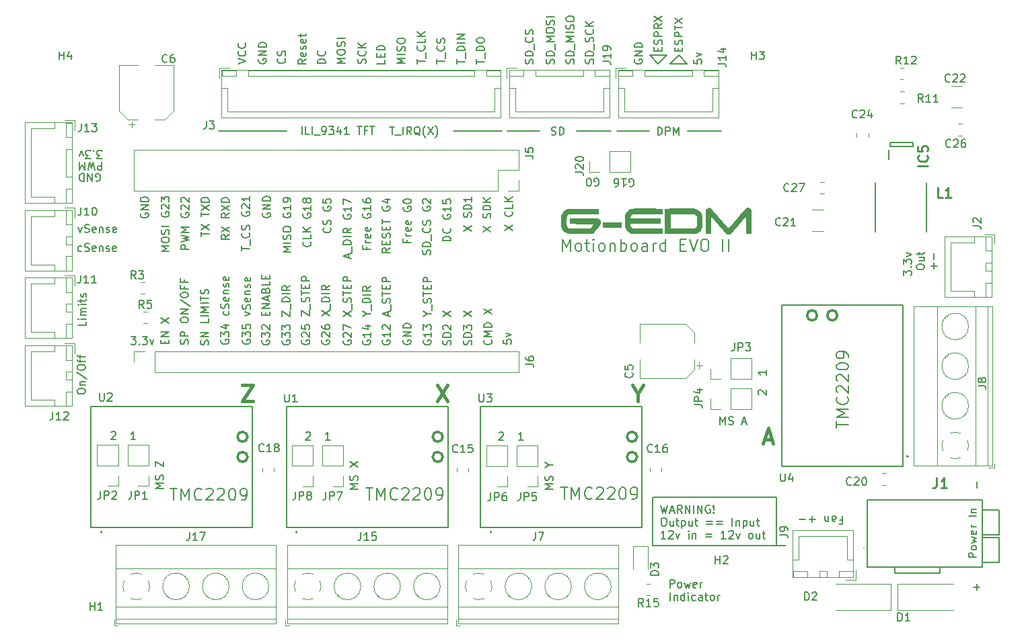
<source format=gto>
G04 #@! TF.GenerationSoftware,KiCad,Pcbnew,7.0.7+dfsg-1*
G04 #@! TF.CreationDate,2024-09-28T12:15:45+02:00*
G04 #@! TF.ProjectId,motion-board-evoII,6d6f7469-6f6e-42d6-926f-6172642d6576,rev?*
G04 #@! TF.SameCoordinates,Original*
G04 #@! TF.FileFunction,Legend,Top*
G04 #@! TF.FilePolarity,Positive*
%FSLAX46Y46*%
G04 Gerber Fmt 4.6, Leading zero omitted, Abs format (unit mm)*
G04 Created by KiCad (PCBNEW 7.0.7+dfsg-1) date 2024-09-28 12:15:45*
%MOMM*%
%LPD*%
G01*
G04 APERTURE LIST*
%ADD10C,0.150000*%
%ADD11C,0.200000*%
%ADD12C,0.400000*%
%ADD13C,0.254000*%
%ADD14C,0.120000*%
%ADD15C,0.127000*%
%ADD16C,0.300000*%
%ADD17C,0.100000*%
G04 APERTURE END LIST*
D10*
X126212600Y-27863800D02*
X128346200Y-27863800D01*
X125780800Y-26797000D02*
X123647200Y-26797000D01*
X139566650Y-88569800D02*
X123996450Y-88569800D01*
X128346200Y-27863800D02*
X127279400Y-26797000D01*
X124098050Y-82473800D02*
X139566650Y-82473800D01*
X77901800Y-36347400D02*
X69392800Y-36347400D01*
X123647200Y-26797000D02*
X124714000Y-27863800D01*
X123996450Y-88569800D02*
X123996450Y-82473800D01*
X114452400Y-36347400D02*
X118719600Y-36347400D01*
X98907600Y-36347400D02*
X105054400Y-36347400D01*
X124714000Y-27863800D02*
X125780800Y-26797000D01*
X139566650Y-88569800D02*
X140766800Y-88569800D01*
X105714800Y-36347400D02*
X109804200Y-36347400D01*
X128397000Y-36347400D02*
X132664200Y-36347400D01*
X119507000Y-36347400D02*
X123596400Y-36347400D01*
X127279400Y-26797000D02*
X126212600Y-27863800D01*
X139566650Y-82473800D02*
X139566650Y-88569800D01*
X93098209Y-50056752D02*
X93098209Y-50390085D01*
X93622019Y-50390085D02*
X92622019Y-50390085D01*
X92622019Y-50390085D02*
X92622019Y-49913895D01*
X93622019Y-49532942D02*
X92955352Y-49532942D01*
X93145828Y-49532942D02*
X93050590Y-49485323D01*
X93050590Y-49485323D02*
X93002971Y-49437704D01*
X93002971Y-49437704D02*
X92955352Y-49342466D01*
X92955352Y-49342466D02*
X92955352Y-49247228D01*
X93574400Y-48532942D02*
X93622019Y-48628180D01*
X93622019Y-48628180D02*
X93622019Y-48818656D01*
X93622019Y-48818656D02*
X93574400Y-48913894D01*
X93574400Y-48913894D02*
X93479161Y-48961513D01*
X93479161Y-48961513D02*
X93098209Y-48961513D01*
X93098209Y-48961513D02*
X93002971Y-48913894D01*
X93002971Y-48913894D02*
X92955352Y-48818656D01*
X92955352Y-48818656D02*
X92955352Y-48628180D01*
X92955352Y-48628180D02*
X93002971Y-48532942D01*
X93002971Y-48532942D02*
X93098209Y-48485323D01*
X93098209Y-48485323D02*
X93193447Y-48485323D01*
X93193447Y-48485323D02*
X93288685Y-48961513D01*
X93574400Y-47675799D02*
X93622019Y-47771037D01*
X93622019Y-47771037D02*
X93622019Y-47961513D01*
X93622019Y-47961513D02*
X93574400Y-48056751D01*
X93574400Y-48056751D02*
X93479161Y-48104370D01*
X93479161Y-48104370D02*
X93098209Y-48104370D01*
X93098209Y-48104370D02*
X93002971Y-48056751D01*
X93002971Y-48056751D02*
X92955352Y-47961513D01*
X92955352Y-47961513D02*
X92955352Y-47771037D01*
X92955352Y-47771037D02*
X93002971Y-47675799D01*
X93002971Y-47675799D02*
X93098209Y-47628180D01*
X93098209Y-47628180D02*
X93193447Y-47628180D01*
X93193447Y-47628180D02*
X93288685Y-48104370D01*
X92669638Y-45913894D02*
X92622019Y-46009132D01*
X92622019Y-46009132D02*
X92622019Y-46151989D01*
X92622019Y-46151989D02*
X92669638Y-46294846D01*
X92669638Y-46294846D02*
X92764876Y-46390084D01*
X92764876Y-46390084D02*
X92860114Y-46437703D01*
X92860114Y-46437703D02*
X93050590Y-46485322D01*
X93050590Y-46485322D02*
X93193447Y-46485322D01*
X93193447Y-46485322D02*
X93383923Y-46437703D01*
X93383923Y-46437703D02*
X93479161Y-46390084D01*
X93479161Y-46390084D02*
X93574400Y-46294846D01*
X93574400Y-46294846D02*
X93622019Y-46151989D01*
X93622019Y-46151989D02*
X93622019Y-46056751D01*
X93622019Y-46056751D02*
X93574400Y-45913894D01*
X93574400Y-45913894D02*
X93526780Y-45866275D01*
X93526780Y-45866275D02*
X93193447Y-45866275D01*
X93193447Y-45866275D02*
X93193447Y-46056751D01*
X92622019Y-45247227D02*
X92622019Y-45151989D01*
X92622019Y-45151989D02*
X92669638Y-45056751D01*
X92669638Y-45056751D02*
X92717257Y-45009132D01*
X92717257Y-45009132D02*
X92812495Y-44961513D01*
X92812495Y-44961513D02*
X93002971Y-44913894D01*
X93002971Y-44913894D02*
X93241066Y-44913894D01*
X93241066Y-44913894D02*
X93431542Y-44961513D01*
X93431542Y-44961513D02*
X93526780Y-45009132D01*
X93526780Y-45009132D02*
X93574400Y-45056751D01*
X93574400Y-45056751D02*
X93622019Y-45151989D01*
X93622019Y-45151989D02*
X93622019Y-45247227D01*
X93622019Y-45247227D02*
X93574400Y-45342465D01*
X93574400Y-45342465D02*
X93526780Y-45390084D01*
X93526780Y-45390084D02*
X93431542Y-45437703D01*
X93431542Y-45437703D02*
X93241066Y-45485322D01*
X93241066Y-45485322D02*
X93002971Y-45485322D01*
X93002971Y-45485322D02*
X92812495Y-45437703D01*
X92812495Y-45437703D02*
X92717257Y-45390084D01*
X92717257Y-45390084D02*
X92669638Y-45342465D01*
X92669638Y-45342465D02*
X92622019Y-45247227D01*
X164792866Y-81279951D02*
X164792866Y-80518047D01*
X79893438Y-62691495D02*
X79845819Y-62786733D01*
X79845819Y-62786733D02*
X79845819Y-62929590D01*
X79845819Y-62929590D02*
X79893438Y-63072447D01*
X79893438Y-63072447D02*
X79988676Y-63167685D01*
X79988676Y-63167685D02*
X80083914Y-63215304D01*
X80083914Y-63215304D02*
X80274390Y-63262923D01*
X80274390Y-63262923D02*
X80417247Y-63262923D01*
X80417247Y-63262923D02*
X80607723Y-63215304D01*
X80607723Y-63215304D02*
X80702961Y-63167685D01*
X80702961Y-63167685D02*
X80798200Y-63072447D01*
X80798200Y-63072447D02*
X80845819Y-62929590D01*
X80845819Y-62929590D02*
X80845819Y-62834352D01*
X80845819Y-62834352D02*
X80798200Y-62691495D01*
X80798200Y-62691495D02*
X80750580Y-62643876D01*
X80750580Y-62643876D02*
X80417247Y-62643876D01*
X80417247Y-62643876D02*
X80417247Y-62834352D01*
X79941057Y-62262923D02*
X79893438Y-62215304D01*
X79893438Y-62215304D02*
X79845819Y-62120066D01*
X79845819Y-62120066D02*
X79845819Y-61881971D01*
X79845819Y-61881971D02*
X79893438Y-61786733D01*
X79893438Y-61786733D02*
X79941057Y-61739114D01*
X79941057Y-61739114D02*
X80036295Y-61691495D01*
X80036295Y-61691495D02*
X80131533Y-61691495D01*
X80131533Y-61691495D02*
X80274390Y-61739114D01*
X80274390Y-61739114D02*
X80845819Y-62310542D01*
X80845819Y-62310542D02*
X80845819Y-61691495D01*
X79845819Y-60786733D02*
X79845819Y-61262923D01*
X79845819Y-61262923D02*
X80322009Y-61310542D01*
X80322009Y-61310542D02*
X80274390Y-61262923D01*
X80274390Y-61262923D02*
X80226771Y-61167685D01*
X80226771Y-61167685D02*
X80226771Y-60929590D01*
X80226771Y-60929590D02*
X80274390Y-60834352D01*
X80274390Y-60834352D02*
X80322009Y-60786733D01*
X80322009Y-60786733D02*
X80417247Y-60739114D01*
X80417247Y-60739114D02*
X80655342Y-60739114D01*
X80655342Y-60739114D02*
X80750580Y-60786733D01*
X80750580Y-60786733D02*
X80798200Y-60834352D01*
X80798200Y-60834352D02*
X80845819Y-60929590D01*
X80845819Y-60929590D02*
X80845819Y-61167685D01*
X80845819Y-61167685D02*
X80798200Y-61262923D01*
X80798200Y-61262923D02*
X80750580Y-61310542D01*
X79845819Y-59643875D02*
X79845819Y-58977209D01*
X79845819Y-58977209D02*
X80845819Y-59643875D01*
X80845819Y-59643875D02*
X80845819Y-58977209D01*
X80941057Y-58834352D02*
X80941057Y-58072447D01*
X80798200Y-57881970D02*
X80845819Y-57739113D01*
X80845819Y-57739113D02*
X80845819Y-57501018D01*
X80845819Y-57501018D02*
X80798200Y-57405780D01*
X80798200Y-57405780D02*
X80750580Y-57358161D01*
X80750580Y-57358161D02*
X80655342Y-57310542D01*
X80655342Y-57310542D02*
X80560104Y-57310542D01*
X80560104Y-57310542D02*
X80464866Y-57358161D01*
X80464866Y-57358161D02*
X80417247Y-57405780D01*
X80417247Y-57405780D02*
X80369628Y-57501018D01*
X80369628Y-57501018D02*
X80322009Y-57691494D01*
X80322009Y-57691494D02*
X80274390Y-57786732D01*
X80274390Y-57786732D02*
X80226771Y-57834351D01*
X80226771Y-57834351D02*
X80131533Y-57881970D01*
X80131533Y-57881970D02*
X80036295Y-57881970D01*
X80036295Y-57881970D02*
X79941057Y-57834351D01*
X79941057Y-57834351D02*
X79893438Y-57786732D01*
X79893438Y-57786732D02*
X79845819Y-57691494D01*
X79845819Y-57691494D02*
X79845819Y-57453399D01*
X79845819Y-57453399D02*
X79893438Y-57310542D01*
X79845819Y-57024827D02*
X79845819Y-56453399D01*
X80845819Y-56739113D02*
X79845819Y-56739113D01*
X80322009Y-56120065D02*
X80322009Y-55786732D01*
X80845819Y-55643875D02*
X80845819Y-56120065D01*
X80845819Y-56120065D02*
X79845819Y-56120065D01*
X79845819Y-56120065D02*
X79845819Y-55643875D01*
X80845819Y-55215303D02*
X79845819Y-55215303D01*
X79845819Y-55215303D02*
X79845819Y-54834351D01*
X79845819Y-54834351D02*
X79893438Y-54739113D01*
X79893438Y-54739113D02*
X79941057Y-54691494D01*
X79941057Y-54691494D02*
X80036295Y-54643875D01*
X80036295Y-54643875D02*
X80179152Y-54643875D01*
X80179152Y-54643875D02*
X80274390Y-54691494D01*
X80274390Y-54691494D02*
X80322009Y-54739113D01*
X80322009Y-54739113D02*
X80369628Y-54834351D01*
X80369628Y-54834351D02*
X80369628Y-55215303D01*
X58363029Y-62243619D02*
X58982076Y-62243619D01*
X58982076Y-62243619D02*
X58648743Y-62624571D01*
X58648743Y-62624571D02*
X58791600Y-62624571D01*
X58791600Y-62624571D02*
X58886838Y-62672190D01*
X58886838Y-62672190D02*
X58934457Y-62719809D01*
X58934457Y-62719809D02*
X58982076Y-62815047D01*
X58982076Y-62815047D02*
X58982076Y-63053142D01*
X58982076Y-63053142D02*
X58934457Y-63148380D01*
X58934457Y-63148380D02*
X58886838Y-63196000D01*
X58886838Y-63196000D02*
X58791600Y-63243619D01*
X58791600Y-63243619D02*
X58505886Y-63243619D01*
X58505886Y-63243619D02*
X58410648Y-63196000D01*
X58410648Y-63196000D02*
X58363029Y-63148380D01*
X59410648Y-63148380D02*
X59458267Y-63196000D01*
X59458267Y-63196000D02*
X59410648Y-63243619D01*
X59410648Y-63243619D02*
X59363029Y-63196000D01*
X59363029Y-63196000D02*
X59410648Y-63148380D01*
X59410648Y-63148380D02*
X59410648Y-63243619D01*
X59791600Y-62243619D02*
X60410647Y-62243619D01*
X60410647Y-62243619D02*
X60077314Y-62624571D01*
X60077314Y-62624571D02*
X60220171Y-62624571D01*
X60220171Y-62624571D02*
X60315409Y-62672190D01*
X60315409Y-62672190D02*
X60363028Y-62719809D01*
X60363028Y-62719809D02*
X60410647Y-62815047D01*
X60410647Y-62815047D02*
X60410647Y-63053142D01*
X60410647Y-63053142D02*
X60363028Y-63148380D01*
X60363028Y-63148380D02*
X60315409Y-63196000D01*
X60315409Y-63196000D02*
X60220171Y-63243619D01*
X60220171Y-63243619D02*
X59934457Y-63243619D01*
X59934457Y-63243619D02*
X59839219Y-63196000D01*
X59839219Y-63196000D02*
X59791600Y-63148380D01*
X60743981Y-62576952D02*
X60982076Y-63243619D01*
X60982076Y-63243619D02*
X61220171Y-62576952D01*
X85767104Y-52306075D02*
X85767104Y-51829885D01*
X86052819Y-52401313D02*
X85052819Y-52067980D01*
X85052819Y-52067980D02*
X86052819Y-51734647D01*
X86148057Y-51639409D02*
X86148057Y-50877504D01*
X86052819Y-50639408D02*
X85052819Y-50639408D01*
X85052819Y-50639408D02*
X85052819Y-50401313D01*
X85052819Y-50401313D02*
X85100438Y-50258456D01*
X85100438Y-50258456D02*
X85195676Y-50163218D01*
X85195676Y-50163218D02*
X85290914Y-50115599D01*
X85290914Y-50115599D02*
X85481390Y-50067980D01*
X85481390Y-50067980D02*
X85624247Y-50067980D01*
X85624247Y-50067980D02*
X85814723Y-50115599D01*
X85814723Y-50115599D02*
X85909961Y-50163218D01*
X85909961Y-50163218D02*
X86005200Y-50258456D01*
X86005200Y-50258456D02*
X86052819Y-50401313D01*
X86052819Y-50401313D02*
X86052819Y-50639408D01*
X86052819Y-49639408D02*
X85052819Y-49639408D01*
X86052819Y-48591790D02*
X85576628Y-48925123D01*
X86052819Y-49163218D02*
X85052819Y-49163218D01*
X85052819Y-49163218D02*
X85052819Y-48782266D01*
X85052819Y-48782266D02*
X85100438Y-48687028D01*
X85100438Y-48687028D02*
X85148057Y-48639409D01*
X85148057Y-48639409D02*
X85243295Y-48591790D01*
X85243295Y-48591790D02*
X85386152Y-48591790D01*
X85386152Y-48591790D02*
X85481390Y-48639409D01*
X85481390Y-48639409D02*
X85529009Y-48687028D01*
X85529009Y-48687028D02*
X85576628Y-48782266D01*
X85576628Y-48782266D02*
X85576628Y-49163218D01*
X85100438Y-46877504D02*
X85052819Y-46972742D01*
X85052819Y-46972742D02*
X85052819Y-47115599D01*
X85052819Y-47115599D02*
X85100438Y-47258456D01*
X85100438Y-47258456D02*
X85195676Y-47353694D01*
X85195676Y-47353694D02*
X85290914Y-47401313D01*
X85290914Y-47401313D02*
X85481390Y-47448932D01*
X85481390Y-47448932D02*
X85624247Y-47448932D01*
X85624247Y-47448932D02*
X85814723Y-47401313D01*
X85814723Y-47401313D02*
X85909961Y-47353694D01*
X85909961Y-47353694D02*
X86005200Y-47258456D01*
X86005200Y-47258456D02*
X86052819Y-47115599D01*
X86052819Y-47115599D02*
X86052819Y-47020361D01*
X86052819Y-47020361D02*
X86005200Y-46877504D01*
X86005200Y-46877504D02*
X85957580Y-46829885D01*
X85957580Y-46829885D02*
X85624247Y-46829885D01*
X85624247Y-46829885D02*
X85624247Y-47020361D01*
X86052819Y-45877504D02*
X86052819Y-46448932D01*
X86052819Y-46163218D02*
X85052819Y-46163218D01*
X85052819Y-46163218D02*
X85195676Y-46258456D01*
X85195676Y-46258456D02*
X85290914Y-46353694D01*
X85290914Y-46353694D02*
X85338533Y-46448932D01*
X85052819Y-45544170D02*
X85052819Y-44877504D01*
X85052819Y-44877504D02*
X86052819Y-45306075D01*
D11*
X147150028Y-73791964D02*
X147150028Y-72934822D01*
X148650028Y-73363393D02*
X147150028Y-73363393D01*
X148650028Y-72434822D02*
X147150028Y-72434822D01*
X147150028Y-72434822D02*
X148221457Y-71934822D01*
X148221457Y-71934822D02*
X147150028Y-71434822D01*
X147150028Y-71434822D02*
X148650028Y-71434822D01*
X148507171Y-69863393D02*
X148578600Y-69934821D01*
X148578600Y-69934821D02*
X148650028Y-70149107D01*
X148650028Y-70149107D02*
X148650028Y-70291964D01*
X148650028Y-70291964D02*
X148578600Y-70506250D01*
X148578600Y-70506250D02*
X148435742Y-70649107D01*
X148435742Y-70649107D02*
X148292885Y-70720536D01*
X148292885Y-70720536D02*
X148007171Y-70791964D01*
X148007171Y-70791964D02*
X147792885Y-70791964D01*
X147792885Y-70791964D02*
X147507171Y-70720536D01*
X147507171Y-70720536D02*
X147364314Y-70649107D01*
X147364314Y-70649107D02*
X147221457Y-70506250D01*
X147221457Y-70506250D02*
X147150028Y-70291964D01*
X147150028Y-70291964D02*
X147150028Y-70149107D01*
X147150028Y-70149107D02*
X147221457Y-69934821D01*
X147221457Y-69934821D02*
X147292885Y-69863393D01*
X147292885Y-69291964D02*
X147221457Y-69220536D01*
X147221457Y-69220536D02*
X147150028Y-69077679D01*
X147150028Y-69077679D02*
X147150028Y-68720536D01*
X147150028Y-68720536D02*
X147221457Y-68577679D01*
X147221457Y-68577679D02*
X147292885Y-68506250D01*
X147292885Y-68506250D02*
X147435742Y-68434821D01*
X147435742Y-68434821D02*
X147578600Y-68434821D01*
X147578600Y-68434821D02*
X147792885Y-68506250D01*
X147792885Y-68506250D02*
X148650028Y-69363393D01*
X148650028Y-69363393D02*
X148650028Y-68434821D01*
X147292885Y-67863393D02*
X147221457Y-67791965D01*
X147221457Y-67791965D02*
X147150028Y-67649108D01*
X147150028Y-67649108D02*
X147150028Y-67291965D01*
X147150028Y-67291965D02*
X147221457Y-67149108D01*
X147221457Y-67149108D02*
X147292885Y-67077679D01*
X147292885Y-67077679D02*
X147435742Y-67006250D01*
X147435742Y-67006250D02*
X147578600Y-67006250D01*
X147578600Y-67006250D02*
X147792885Y-67077679D01*
X147792885Y-67077679D02*
X148650028Y-67934822D01*
X148650028Y-67934822D02*
X148650028Y-67006250D01*
X147150028Y-66077679D02*
X147150028Y-65934822D01*
X147150028Y-65934822D02*
X147221457Y-65791965D01*
X147221457Y-65791965D02*
X147292885Y-65720537D01*
X147292885Y-65720537D02*
X147435742Y-65649108D01*
X147435742Y-65649108D02*
X147721457Y-65577679D01*
X147721457Y-65577679D02*
X148078600Y-65577679D01*
X148078600Y-65577679D02*
X148364314Y-65649108D01*
X148364314Y-65649108D02*
X148507171Y-65720537D01*
X148507171Y-65720537D02*
X148578600Y-65791965D01*
X148578600Y-65791965D02*
X148650028Y-65934822D01*
X148650028Y-65934822D02*
X148650028Y-66077679D01*
X148650028Y-66077679D02*
X148578600Y-66220537D01*
X148578600Y-66220537D02*
X148507171Y-66291965D01*
X148507171Y-66291965D02*
X148364314Y-66363394D01*
X148364314Y-66363394D02*
X148078600Y-66434822D01*
X148078600Y-66434822D02*
X147721457Y-66434822D01*
X147721457Y-66434822D02*
X147435742Y-66363394D01*
X147435742Y-66363394D02*
X147292885Y-66291965D01*
X147292885Y-66291965D02*
X147221457Y-66220537D01*
X147221457Y-66220537D02*
X147150028Y-66077679D01*
X148650028Y-64863394D02*
X148650028Y-64577680D01*
X148650028Y-64577680D02*
X148578600Y-64434823D01*
X148578600Y-64434823D02*
X148507171Y-64363394D01*
X148507171Y-64363394D02*
X148292885Y-64220537D01*
X148292885Y-64220537D02*
X148007171Y-64149108D01*
X148007171Y-64149108D02*
X147435742Y-64149108D01*
X147435742Y-64149108D02*
X147292885Y-64220537D01*
X147292885Y-64220537D02*
X147221457Y-64291966D01*
X147221457Y-64291966D02*
X147150028Y-64434823D01*
X147150028Y-64434823D02*
X147150028Y-64720537D01*
X147150028Y-64720537D02*
X147221457Y-64863394D01*
X147221457Y-64863394D02*
X147292885Y-64934823D01*
X147292885Y-64934823D02*
X147435742Y-65006251D01*
X147435742Y-65006251D02*
X147792885Y-65006251D01*
X147792885Y-65006251D02*
X147935742Y-64934823D01*
X147935742Y-64934823D02*
X148007171Y-64863394D01*
X148007171Y-64863394D02*
X148078600Y-64720537D01*
X148078600Y-64720537D02*
X148078600Y-64434823D01*
X148078600Y-64434823D02*
X148007171Y-64291966D01*
X148007171Y-64291966D02*
X147935742Y-64220537D01*
X147935742Y-64220537D02*
X147792885Y-64149108D01*
D10*
X51724228Y-48454552D02*
X51962323Y-49121219D01*
X51962323Y-49121219D02*
X52200418Y-48454552D01*
X52533752Y-49073600D02*
X52676609Y-49121219D01*
X52676609Y-49121219D02*
X52914704Y-49121219D01*
X52914704Y-49121219D02*
X53009942Y-49073600D01*
X53009942Y-49073600D02*
X53057561Y-49025980D01*
X53057561Y-49025980D02*
X53105180Y-48930742D01*
X53105180Y-48930742D02*
X53105180Y-48835504D01*
X53105180Y-48835504D02*
X53057561Y-48740266D01*
X53057561Y-48740266D02*
X53009942Y-48692647D01*
X53009942Y-48692647D02*
X52914704Y-48645028D01*
X52914704Y-48645028D02*
X52724228Y-48597409D01*
X52724228Y-48597409D02*
X52628990Y-48549790D01*
X52628990Y-48549790D02*
X52581371Y-48502171D01*
X52581371Y-48502171D02*
X52533752Y-48406933D01*
X52533752Y-48406933D02*
X52533752Y-48311695D01*
X52533752Y-48311695D02*
X52581371Y-48216457D01*
X52581371Y-48216457D02*
X52628990Y-48168838D01*
X52628990Y-48168838D02*
X52724228Y-48121219D01*
X52724228Y-48121219D02*
X52962323Y-48121219D01*
X52962323Y-48121219D02*
X53105180Y-48168838D01*
X53914704Y-49073600D02*
X53819466Y-49121219D01*
X53819466Y-49121219D02*
X53628990Y-49121219D01*
X53628990Y-49121219D02*
X53533752Y-49073600D01*
X53533752Y-49073600D02*
X53486133Y-48978361D01*
X53486133Y-48978361D02*
X53486133Y-48597409D01*
X53486133Y-48597409D02*
X53533752Y-48502171D01*
X53533752Y-48502171D02*
X53628990Y-48454552D01*
X53628990Y-48454552D02*
X53819466Y-48454552D01*
X53819466Y-48454552D02*
X53914704Y-48502171D01*
X53914704Y-48502171D02*
X53962323Y-48597409D01*
X53962323Y-48597409D02*
X53962323Y-48692647D01*
X53962323Y-48692647D02*
X53486133Y-48787885D01*
X54390895Y-48454552D02*
X54390895Y-49121219D01*
X54390895Y-48549790D02*
X54438514Y-48502171D01*
X54438514Y-48502171D02*
X54533752Y-48454552D01*
X54533752Y-48454552D02*
X54676609Y-48454552D01*
X54676609Y-48454552D02*
X54771847Y-48502171D01*
X54771847Y-48502171D02*
X54819466Y-48597409D01*
X54819466Y-48597409D02*
X54819466Y-49121219D01*
X55248038Y-49073600D02*
X55343276Y-49121219D01*
X55343276Y-49121219D02*
X55533752Y-49121219D01*
X55533752Y-49121219D02*
X55628990Y-49073600D01*
X55628990Y-49073600D02*
X55676609Y-48978361D01*
X55676609Y-48978361D02*
X55676609Y-48930742D01*
X55676609Y-48930742D02*
X55628990Y-48835504D01*
X55628990Y-48835504D02*
X55533752Y-48787885D01*
X55533752Y-48787885D02*
X55390895Y-48787885D01*
X55390895Y-48787885D02*
X55295657Y-48740266D01*
X55295657Y-48740266D02*
X55248038Y-48645028D01*
X55248038Y-48645028D02*
X55248038Y-48597409D01*
X55248038Y-48597409D02*
X55295657Y-48502171D01*
X55295657Y-48502171D02*
X55390895Y-48454552D01*
X55390895Y-48454552D02*
X55533752Y-48454552D01*
X55533752Y-48454552D02*
X55628990Y-48502171D01*
X56486133Y-49073600D02*
X56390895Y-49121219D01*
X56390895Y-49121219D02*
X56200419Y-49121219D01*
X56200419Y-49121219D02*
X56105181Y-49073600D01*
X56105181Y-49073600D02*
X56057562Y-48978361D01*
X56057562Y-48978361D02*
X56057562Y-48597409D01*
X56057562Y-48597409D02*
X56105181Y-48502171D01*
X56105181Y-48502171D02*
X56200419Y-48454552D01*
X56200419Y-48454552D02*
X56390895Y-48454552D01*
X56390895Y-48454552D02*
X56486133Y-48502171D01*
X56486133Y-48502171D02*
X56533752Y-48597409D01*
X56533752Y-48597409D02*
X56533752Y-48692647D01*
X56533752Y-48692647D02*
X56057562Y-48787885D01*
X85290819Y-27835027D02*
X84290819Y-27835027D01*
X84290819Y-27835027D02*
X85005104Y-27501694D01*
X85005104Y-27501694D02*
X84290819Y-27168361D01*
X84290819Y-27168361D02*
X85290819Y-27168361D01*
X84290819Y-26501694D02*
X84290819Y-26311218D01*
X84290819Y-26311218D02*
X84338438Y-26215980D01*
X84338438Y-26215980D02*
X84433676Y-26120742D01*
X84433676Y-26120742D02*
X84624152Y-26073123D01*
X84624152Y-26073123D02*
X84957485Y-26073123D01*
X84957485Y-26073123D02*
X85147961Y-26120742D01*
X85147961Y-26120742D02*
X85243200Y-26215980D01*
X85243200Y-26215980D02*
X85290819Y-26311218D01*
X85290819Y-26311218D02*
X85290819Y-26501694D01*
X85290819Y-26501694D02*
X85243200Y-26596932D01*
X85243200Y-26596932D02*
X85147961Y-26692170D01*
X85147961Y-26692170D02*
X84957485Y-26739789D01*
X84957485Y-26739789D02*
X84624152Y-26739789D01*
X84624152Y-26739789D02*
X84433676Y-26692170D01*
X84433676Y-26692170D02*
X84338438Y-26596932D01*
X84338438Y-26596932D02*
X84290819Y-26501694D01*
X85243200Y-25692170D02*
X85290819Y-25549313D01*
X85290819Y-25549313D02*
X85290819Y-25311218D01*
X85290819Y-25311218D02*
X85243200Y-25215980D01*
X85243200Y-25215980D02*
X85195580Y-25168361D01*
X85195580Y-25168361D02*
X85100342Y-25120742D01*
X85100342Y-25120742D02*
X85005104Y-25120742D01*
X85005104Y-25120742D02*
X84909866Y-25168361D01*
X84909866Y-25168361D02*
X84862247Y-25215980D01*
X84862247Y-25215980D02*
X84814628Y-25311218D01*
X84814628Y-25311218D02*
X84767009Y-25501694D01*
X84767009Y-25501694D02*
X84719390Y-25596932D01*
X84719390Y-25596932D02*
X84671771Y-25644551D01*
X84671771Y-25644551D02*
X84576533Y-25692170D01*
X84576533Y-25692170D02*
X84481295Y-25692170D01*
X84481295Y-25692170D02*
X84386057Y-25644551D01*
X84386057Y-25644551D02*
X84338438Y-25596932D01*
X84338438Y-25596932D02*
X84290819Y-25501694D01*
X84290819Y-25501694D02*
X84290819Y-25263599D01*
X84290819Y-25263599D02*
X84338438Y-25120742D01*
X85290819Y-24692170D02*
X84290819Y-24692170D01*
D12*
X122123199Y-69421057D02*
X122123199Y-70373438D01*
X121456533Y-68373438D02*
X122123199Y-69421057D01*
X122123199Y-69421057D02*
X122789866Y-68373438D01*
D10*
X65532800Y-63199447D02*
X65580419Y-63056590D01*
X65580419Y-63056590D02*
X65580419Y-62818495D01*
X65580419Y-62818495D02*
X65532800Y-62723257D01*
X65532800Y-62723257D02*
X65485180Y-62675638D01*
X65485180Y-62675638D02*
X65389942Y-62628019D01*
X65389942Y-62628019D02*
X65294704Y-62628019D01*
X65294704Y-62628019D02*
X65199466Y-62675638D01*
X65199466Y-62675638D02*
X65151847Y-62723257D01*
X65151847Y-62723257D02*
X65104228Y-62818495D01*
X65104228Y-62818495D02*
X65056609Y-63008971D01*
X65056609Y-63008971D02*
X65008990Y-63104209D01*
X65008990Y-63104209D02*
X64961371Y-63151828D01*
X64961371Y-63151828D02*
X64866133Y-63199447D01*
X64866133Y-63199447D02*
X64770895Y-63199447D01*
X64770895Y-63199447D02*
X64675657Y-63151828D01*
X64675657Y-63151828D02*
X64628038Y-63104209D01*
X64628038Y-63104209D02*
X64580419Y-63008971D01*
X64580419Y-63008971D02*
X64580419Y-62770876D01*
X64580419Y-62770876D02*
X64628038Y-62628019D01*
X65580419Y-62199447D02*
X64580419Y-62199447D01*
X64580419Y-62199447D02*
X64580419Y-61818495D01*
X64580419Y-61818495D02*
X64628038Y-61723257D01*
X64628038Y-61723257D02*
X64675657Y-61675638D01*
X64675657Y-61675638D02*
X64770895Y-61628019D01*
X64770895Y-61628019D02*
X64913752Y-61628019D01*
X64913752Y-61628019D02*
X65008990Y-61675638D01*
X65008990Y-61675638D02*
X65056609Y-61723257D01*
X65056609Y-61723257D02*
X65104228Y-61818495D01*
X65104228Y-61818495D02*
X65104228Y-62199447D01*
X64580419Y-60247066D02*
X64580419Y-60056590D01*
X64580419Y-60056590D02*
X64628038Y-59961352D01*
X64628038Y-59961352D02*
X64723276Y-59866114D01*
X64723276Y-59866114D02*
X64913752Y-59818495D01*
X64913752Y-59818495D02*
X65247085Y-59818495D01*
X65247085Y-59818495D02*
X65437561Y-59866114D01*
X65437561Y-59866114D02*
X65532800Y-59961352D01*
X65532800Y-59961352D02*
X65580419Y-60056590D01*
X65580419Y-60056590D02*
X65580419Y-60247066D01*
X65580419Y-60247066D02*
X65532800Y-60342304D01*
X65532800Y-60342304D02*
X65437561Y-60437542D01*
X65437561Y-60437542D02*
X65247085Y-60485161D01*
X65247085Y-60485161D02*
X64913752Y-60485161D01*
X64913752Y-60485161D02*
X64723276Y-60437542D01*
X64723276Y-60437542D02*
X64628038Y-60342304D01*
X64628038Y-60342304D02*
X64580419Y-60247066D01*
X65580419Y-59389923D02*
X64580419Y-59389923D01*
X64580419Y-59389923D02*
X65580419Y-58818495D01*
X65580419Y-58818495D02*
X64580419Y-58818495D01*
X64532800Y-57628019D02*
X65818514Y-58485161D01*
X64580419Y-57104209D02*
X64580419Y-56913733D01*
X64580419Y-56913733D02*
X64628038Y-56818495D01*
X64628038Y-56818495D02*
X64723276Y-56723257D01*
X64723276Y-56723257D02*
X64913752Y-56675638D01*
X64913752Y-56675638D02*
X65247085Y-56675638D01*
X65247085Y-56675638D02*
X65437561Y-56723257D01*
X65437561Y-56723257D02*
X65532800Y-56818495D01*
X65532800Y-56818495D02*
X65580419Y-56913733D01*
X65580419Y-56913733D02*
X65580419Y-57104209D01*
X65580419Y-57104209D02*
X65532800Y-57199447D01*
X65532800Y-57199447D02*
X65437561Y-57294685D01*
X65437561Y-57294685D02*
X65247085Y-57342304D01*
X65247085Y-57342304D02*
X64913752Y-57342304D01*
X64913752Y-57342304D02*
X64723276Y-57294685D01*
X64723276Y-57294685D02*
X64628038Y-57199447D01*
X64628038Y-57199447D02*
X64580419Y-57104209D01*
X65056609Y-55913733D02*
X65056609Y-56247066D01*
X65580419Y-56247066D02*
X64580419Y-56247066D01*
X64580419Y-56247066D02*
X64580419Y-55770876D01*
X65056609Y-55056590D02*
X65056609Y-55389923D01*
X65580419Y-55389923D02*
X64580419Y-55389923D01*
X64580419Y-55389923D02*
X64580419Y-54913733D01*
X121752638Y-27330304D02*
X121705019Y-27425542D01*
X121705019Y-27425542D02*
X121705019Y-27568399D01*
X121705019Y-27568399D02*
X121752638Y-27711256D01*
X121752638Y-27711256D02*
X121847876Y-27806494D01*
X121847876Y-27806494D02*
X121943114Y-27854113D01*
X121943114Y-27854113D02*
X122133590Y-27901732D01*
X122133590Y-27901732D02*
X122276447Y-27901732D01*
X122276447Y-27901732D02*
X122466923Y-27854113D01*
X122466923Y-27854113D02*
X122562161Y-27806494D01*
X122562161Y-27806494D02*
X122657400Y-27711256D01*
X122657400Y-27711256D02*
X122705019Y-27568399D01*
X122705019Y-27568399D02*
X122705019Y-27473161D01*
X122705019Y-27473161D02*
X122657400Y-27330304D01*
X122657400Y-27330304D02*
X122609780Y-27282685D01*
X122609780Y-27282685D02*
X122276447Y-27282685D01*
X122276447Y-27282685D02*
X122276447Y-27473161D01*
X122705019Y-26854113D02*
X121705019Y-26854113D01*
X121705019Y-26854113D02*
X122705019Y-26282685D01*
X122705019Y-26282685D02*
X121705019Y-26282685D01*
X122705019Y-25806494D02*
X121705019Y-25806494D01*
X121705019Y-25806494D02*
X121705019Y-25568399D01*
X121705019Y-25568399D02*
X121752638Y-25425542D01*
X121752638Y-25425542D02*
X121847876Y-25330304D01*
X121847876Y-25330304D02*
X121943114Y-25282685D01*
X121943114Y-25282685D02*
X122133590Y-25235066D01*
X122133590Y-25235066D02*
X122276447Y-25235066D01*
X122276447Y-25235066D02*
X122466923Y-25282685D01*
X122466923Y-25282685D02*
X122562161Y-25330304D01*
X122562161Y-25330304D02*
X122657400Y-25425542D01*
X122657400Y-25425542D02*
X122705019Y-25568399D01*
X122705019Y-25568399D02*
X122705019Y-25806494D01*
D11*
X87955235Y-81338628D02*
X88812378Y-81338628D01*
X88383806Y-82838628D02*
X88383806Y-81338628D01*
X89312377Y-82838628D02*
X89312377Y-81338628D01*
X89312377Y-81338628D02*
X89812377Y-82410057D01*
X89812377Y-82410057D02*
X90312377Y-81338628D01*
X90312377Y-81338628D02*
X90312377Y-82838628D01*
X91883806Y-82695771D02*
X91812378Y-82767200D01*
X91812378Y-82767200D02*
X91598092Y-82838628D01*
X91598092Y-82838628D02*
X91455235Y-82838628D01*
X91455235Y-82838628D02*
X91240949Y-82767200D01*
X91240949Y-82767200D02*
X91098092Y-82624342D01*
X91098092Y-82624342D02*
X91026663Y-82481485D01*
X91026663Y-82481485D02*
X90955235Y-82195771D01*
X90955235Y-82195771D02*
X90955235Y-81981485D01*
X90955235Y-81981485D02*
X91026663Y-81695771D01*
X91026663Y-81695771D02*
X91098092Y-81552914D01*
X91098092Y-81552914D02*
X91240949Y-81410057D01*
X91240949Y-81410057D02*
X91455235Y-81338628D01*
X91455235Y-81338628D02*
X91598092Y-81338628D01*
X91598092Y-81338628D02*
X91812378Y-81410057D01*
X91812378Y-81410057D02*
X91883806Y-81481485D01*
X92455235Y-81481485D02*
X92526663Y-81410057D01*
X92526663Y-81410057D02*
X92669521Y-81338628D01*
X92669521Y-81338628D02*
X93026663Y-81338628D01*
X93026663Y-81338628D02*
X93169521Y-81410057D01*
X93169521Y-81410057D02*
X93240949Y-81481485D01*
X93240949Y-81481485D02*
X93312378Y-81624342D01*
X93312378Y-81624342D02*
X93312378Y-81767200D01*
X93312378Y-81767200D02*
X93240949Y-81981485D01*
X93240949Y-81981485D02*
X92383806Y-82838628D01*
X92383806Y-82838628D02*
X93312378Y-82838628D01*
X93883806Y-81481485D02*
X93955234Y-81410057D01*
X93955234Y-81410057D02*
X94098092Y-81338628D01*
X94098092Y-81338628D02*
X94455234Y-81338628D01*
X94455234Y-81338628D02*
X94598092Y-81410057D01*
X94598092Y-81410057D02*
X94669520Y-81481485D01*
X94669520Y-81481485D02*
X94740949Y-81624342D01*
X94740949Y-81624342D02*
X94740949Y-81767200D01*
X94740949Y-81767200D02*
X94669520Y-81981485D01*
X94669520Y-81981485D02*
X93812377Y-82838628D01*
X93812377Y-82838628D02*
X94740949Y-82838628D01*
X95669520Y-81338628D02*
X95812377Y-81338628D01*
X95812377Y-81338628D02*
X95955234Y-81410057D01*
X95955234Y-81410057D02*
X96026663Y-81481485D01*
X96026663Y-81481485D02*
X96098091Y-81624342D01*
X96098091Y-81624342D02*
X96169520Y-81910057D01*
X96169520Y-81910057D02*
X96169520Y-82267200D01*
X96169520Y-82267200D02*
X96098091Y-82552914D01*
X96098091Y-82552914D02*
X96026663Y-82695771D01*
X96026663Y-82695771D02*
X95955234Y-82767200D01*
X95955234Y-82767200D02*
X95812377Y-82838628D01*
X95812377Y-82838628D02*
X95669520Y-82838628D01*
X95669520Y-82838628D02*
X95526663Y-82767200D01*
X95526663Y-82767200D02*
X95455234Y-82695771D01*
X95455234Y-82695771D02*
X95383805Y-82552914D01*
X95383805Y-82552914D02*
X95312377Y-82267200D01*
X95312377Y-82267200D02*
X95312377Y-81910057D01*
X95312377Y-81910057D02*
X95383805Y-81624342D01*
X95383805Y-81624342D02*
X95455234Y-81481485D01*
X95455234Y-81481485D02*
X95526663Y-81410057D01*
X95526663Y-81410057D02*
X95669520Y-81338628D01*
X96883805Y-82838628D02*
X97169519Y-82838628D01*
X97169519Y-82838628D02*
X97312376Y-82767200D01*
X97312376Y-82767200D02*
X97383805Y-82695771D01*
X97383805Y-82695771D02*
X97526662Y-82481485D01*
X97526662Y-82481485D02*
X97598091Y-82195771D01*
X97598091Y-82195771D02*
X97598091Y-81624342D01*
X97598091Y-81624342D02*
X97526662Y-81481485D01*
X97526662Y-81481485D02*
X97455234Y-81410057D01*
X97455234Y-81410057D02*
X97312376Y-81338628D01*
X97312376Y-81338628D02*
X97026662Y-81338628D01*
X97026662Y-81338628D02*
X96883805Y-81410057D01*
X96883805Y-81410057D02*
X96812376Y-81481485D01*
X96812376Y-81481485D02*
X96740948Y-81624342D01*
X96740948Y-81624342D02*
X96740948Y-81981485D01*
X96740948Y-81981485D02*
X96812376Y-82124342D01*
X96812376Y-82124342D02*
X96883805Y-82195771D01*
X96883805Y-82195771D02*
X97026662Y-82267200D01*
X97026662Y-82267200D02*
X97312376Y-82267200D01*
X97312376Y-82267200D02*
X97455234Y-82195771D01*
X97455234Y-82195771D02*
X97526662Y-82124342D01*
X97526662Y-82124342D02*
X97598091Y-81981485D01*
D10*
X125025391Y-83483019D02*
X125263486Y-84483019D01*
X125263486Y-84483019D02*
X125453962Y-83768733D01*
X125453962Y-83768733D02*
X125644438Y-84483019D01*
X125644438Y-84483019D02*
X125882534Y-83483019D01*
X126215867Y-84197304D02*
X126692057Y-84197304D01*
X126120629Y-84483019D02*
X126453962Y-83483019D01*
X126453962Y-83483019D02*
X126787295Y-84483019D01*
X127692057Y-84483019D02*
X127358724Y-84006828D01*
X127120629Y-84483019D02*
X127120629Y-83483019D01*
X127120629Y-83483019D02*
X127501581Y-83483019D01*
X127501581Y-83483019D02*
X127596819Y-83530638D01*
X127596819Y-83530638D02*
X127644438Y-83578257D01*
X127644438Y-83578257D02*
X127692057Y-83673495D01*
X127692057Y-83673495D02*
X127692057Y-83816352D01*
X127692057Y-83816352D02*
X127644438Y-83911590D01*
X127644438Y-83911590D02*
X127596819Y-83959209D01*
X127596819Y-83959209D02*
X127501581Y-84006828D01*
X127501581Y-84006828D02*
X127120629Y-84006828D01*
X128120629Y-84483019D02*
X128120629Y-83483019D01*
X128120629Y-83483019D02*
X128692057Y-84483019D01*
X128692057Y-84483019D02*
X128692057Y-83483019D01*
X129168248Y-84483019D02*
X129168248Y-83483019D01*
X129644438Y-84483019D02*
X129644438Y-83483019D01*
X129644438Y-83483019D02*
X130215866Y-84483019D01*
X130215866Y-84483019D02*
X130215866Y-83483019D01*
X131215866Y-83530638D02*
X131120628Y-83483019D01*
X131120628Y-83483019D02*
X130977771Y-83483019D01*
X130977771Y-83483019D02*
X130834914Y-83530638D01*
X130834914Y-83530638D02*
X130739676Y-83625876D01*
X130739676Y-83625876D02*
X130692057Y-83721114D01*
X130692057Y-83721114D02*
X130644438Y-83911590D01*
X130644438Y-83911590D02*
X130644438Y-84054447D01*
X130644438Y-84054447D02*
X130692057Y-84244923D01*
X130692057Y-84244923D02*
X130739676Y-84340161D01*
X130739676Y-84340161D02*
X130834914Y-84435400D01*
X130834914Y-84435400D02*
X130977771Y-84483019D01*
X130977771Y-84483019D02*
X131073009Y-84483019D01*
X131073009Y-84483019D02*
X131215866Y-84435400D01*
X131215866Y-84435400D02*
X131263485Y-84387780D01*
X131263485Y-84387780D02*
X131263485Y-84054447D01*
X131263485Y-84054447D02*
X131073009Y-84054447D01*
X131692057Y-84387780D02*
X131739676Y-84435400D01*
X131739676Y-84435400D02*
X131692057Y-84483019D01*
X131692057Y-84483019D02*
X131644438Y-84435400D01*
X131644438Y-84435400D02*
X131692057Y-84387780D01*
X131692057Y-84387780D02*
X131692057Y-84483019D01*
X131692057Y-84102066D02*
X131644438Y-83530638D01*
X131644438Y-83530638D02*
X131692057Y-83483019D01*
X131692057Y-83483019D02*
X131739676Y-83530638D01*
X131739676Y-83530638D02*
X131692057Y-84102066D01*
X131692057Y-84102066D02*
X131692057Y-83483019D01*
X125311105Y-85093019D02*
X125501581Y-85093019D01*
X125501581Y-85093019D02*
X125596819Y-85140638D01*
X125596819Y-85140638D02*
X125692057Y-85235876D01*
X125692057Y-85235876D02*
X125739676Y-85426352D01*
X125739676Y-85426352D02*
X125739676Y-85759685D01*
X125739676Y-85759685D02*
X125692057Y-85950161D01*
X125692057Y-85950161D02*
X125596819Y-86045400D01*
X125596819Y-86045400D02*
X125501581Y-86093019D01*
X125501581Y-86093019D02*
X125311105Y-86093019D01*
X125311105Y-86093019D02*
X125215867Y-86045400D01*
X125215867Y-86045400D02*
X125120629Y-85950161D01*
X125120629Y-85950161D02*
X125073010Y-85759685D01*
X125073010Y-85759685D02*
X125073010Y-85426352D01*
X125073010Y-85426352D02*
X125120629Y-85235876D01*
X125120629Y-85235876D02*
X125215867Y-85140638D01*
X125215867Y-85140638D02*
X125311105Y-85093019D01*
X126596819Y-85426352D02*
X126596819Y-86093019D01*
X126168248Y-85426352D02*
X126168248Y-85950161D01*
X126168248Y-85950161D02*
X126215867Y-86045400D01*
X126215867Y-86045400D02*
X126311105Y-86093019D01*
X126311105Y-86093019D02*
X126453962Y-86093019D01*
X126453962Y-86093019D02*
X126549200Y-86045400D01*
X126549200Y-86045400D02*
X126596819Y-85997780D01*
X126930153Y-85426352D02*
X127311105Y-85426352D01*
X127073010Y-85093019D02*
X127073010Y-85950161D01*
X127073010Y-85950161D02*
X127120629Y-86045400D01*
X127120629Y-86045400D02*
X127215867Y-86093019D01*
X127215867Y-86093019D02*
X127311105Y-86093019D01*
X127644439Y-85426352D02*
X127644439Y-86426352D01*
X127644439Y-85473971D02*
X127739677Y-85426352D01*
X127739677Y-85426352D02*
X127930153Y-85426352D01*
X127930153Y-85426352D02*
X128025391Y-85473971D01*
X128025391Y-85473971D02*
X128073010Y-85521590D01*
X128073010Y-85521590D02*
X128120629Y-85616828D01*
X128120629Y-85616828D02*
X128120629Y-85902542D01*
X128120629Y-85902542D02*
X128073010Y-85997780D01*
X128073010Y-85997780D02*
X128025391Y-86045400D01*
X128025391Y-86045400D02*
X127930153Y-86093019D01*
X127930153Y-86093019D02*
X127739677Y-86093019D01*
X127739677Y-86093019D02*
X127644439Y-86045400D01*
X128977772Y-85426352D02*
X128977772Y-86093019D01*
X128549201Y-85426352D02*
X128549201Y-85950161D01*
X128549201Y-85950161D02*
X128596820Y-86045400D01*
X128596820Y-86045400D02*
X128692058Y-86093019D01*
X128692058Y-86093019D02*
X128834915Y-86093019D01*
X128834915Y-86093019D02*
X128930153Y-86045400D01*
X128930153Y-86045400D02*
X128977772Y-85997780D01*
X129311106Y-85426352D02*
X129692058Y-85426352D01*
X129453963Y-85093019D02*
X129453963Y-85950161D01*
X129453963Y-85950161D02*
X129501582Y-86045400D01*
X129501582Y-86045400D02*
X129596820Y-86093019D01*
X129596820Y-86093019D02*
X129692058Y-86093019D01*
X130787297Y-85569209D02*
X131549202Y-85569209D01*
X131549202Y-85854923D02*
X130787297Y-85854923D01*
X132025392Y-85569209D02*
X132787297Y-85569209D01*
X132787297Y-85854923D02*
X132025392Y-85854923D01*
X134025392Y-86093019D02*
X134025392Y-85093019D01*
X134501582Y-85426352D02*
X134501582Y-86093019D01*
X134501582Y-85521590D02*
X134549201Y-85473971D01*
X134549201Y-85473971D02*
X134644439Y-85426352D01*
X134644439Y-85426352D02*
X134787296Y-85426352D01*
X134787296Y-85426352D02*
X134882534Y-85473971D01*
X134882534Y-85473971D02*
X134930153Y-85569209D01*
X134930153Y-85569209D02*
X134930153Y-86093019D01*
X135406344Y-85426352D02*
X135406344Y-86426352D01*
X135406344Y-85473971D02*
X135501582Y-85426352D01*
X135501582Y-85426352D02*
X135692058Y-85426352D01*
X135692058Y-85426352D02*
X135787296Y-85473971D01*
X135787296Y-85473971D02*
X135834915Y-85521590D01*
X135834915Y-85521590D02*
X135882534Y-85616828D01*
X135882534Y-85616828D02*
X135882534Y-85902542D01*
X135882534Y-85902542D02*
X135834915Y-85997780D01*
X135834915Y-85997780D02*
X135787296Y-86045400D01*
X135787296Y-86045400D02*
X135692058Y-86093019D01*
X135692058Y-86093019D02*
X135501582Y-86093019D01*
X135501582Y-86093019D02*
X135406344Y-86045400D01*
X136739677Y-85426352D02*
X136739677Y-86093019D01*
X136311106Y-85426352D02*
X136311106Y-85950161D01*
X136311106Y-85950161D02*
X136358725Y-86045400D01*
X136358725Y-86045400D02*
X136453963Y-86093019D01*
X136453963Y-86093019D02*
X136596820Y-86093019D01*
X136596820Y-86093019D02*
X136692058Y-86045400D01*
X136692058Y-86045400D02*
X136739677Y-85997780D01*
X137073011Y-85426352D02*
X137453963Y-85426352D01*
X137215868Y-85093019D02*
X137215868Y-85950161D01*
X137215868Y-85950161D02*
X137263487Y-86045400D01*
X137263487Y-86045400D02*
X137358725Y-86093019D01*
X137358725Y-86093019D02*
X137453963Y-86093019D01*
X125644438Y-87703019D02*
X125073010Y-87703019D01*
X125358724Y-87703019D02*
X125358724Y-86703019D01*
X125358724Y-86703019D02*
X125263486Y-86845876D01*
X125263486Y-86845876D02*
X125168248Y-86941114D01*
X125168248Y-86941114D02*
X125073010Y-86988733D01*
X126025391Y-86798257D02*
X126073010Y-86750638D01*
X126073010Y-86750638D02*
X126168248Y-86703019D01*
X126168248Y-86703019D02*
X126406343Y-86703019D01*
X126406343Y-86703019D02*
X126501581Y-86750638D01*
X126501581Y-86750638D02*
X126549200Y-86798257D01*
X126549200Y-86798257D02*
X126596819Y-86893495D01*
X126596819Y-86893495D02*
X126596819Y-86988733D01*
X126596819Y-86988733D02*
X126549200Y-87131590D01*
X126549200Y-87131590D02*
X125977772Y-87703019D01*
X125977772Y-87703019D02*
X126596819Y-87703019D01*
X126930153Y-87036352D02*
X127168248Y-87703019D01*
X127168248Y-87703019D02*
X127406343Y-87036352D01*
X128549201Y-87703019D02*
X128549201Y-87036352D01*
X128549201Y-86703019D02*
X128501582Y-86750638D01*
X128501582Y-86750638D02*
X128549201Y-86798257D01*
X128549201Y-86798257D02*
X128596820Y-86750638D01*
X128596820Y-86750638D02*
X128549201Y-86703019D01*
X128549201Y-86703019D02*
X128549201Y-86798257D01*
X129025391Y-87036352D02*
X129025391Y-87703019D01*
X129025391Y-87131590D02*
X129073010Y-87083971D01*
X129073010Y-87083971D02*
X129168248Y-87036352D01*
X129168248Y-87036352D02*
X129311105Y-87036352D01*
X129311105Y-87036352D02*
X129406343Y-87083971D01*
X129406343Y-87083971D02*
X129453962Y-87179209D01*
X129453962Y-87179209D02*
X129453962Y-87703019D01*
X130692058Y-87179209D02*
X131453963Y-87179209D01*
X131453963Y-87464923D02*
X130692058Y-87464923D01*
X133215867Y-87703019D02*
X132644439Y-87703019D01*
X132930153Y-87703019D02*
X132930153Y-86703019D01*
X132930153Y-86703019D02*
X132834915Y-86845876D01*
X132834915Y-86845876D02*
X132739677Y-86941114D01*
X132739677Y-86941114D02*
X132644439Y-86988733D01*
X133596820Y-86798257D02*
X133644439Y-86750638D01*
X133644439Y-86750638D02*
X133739677Y-86703019D01*
X133739677Y-86703019D02*
X133977772Y-86703019D01*
X133977772Y-86703019D02*
X134073010Y-86750638D01*
X134073010Y-86750638D02*
X134120629Y-86798257D01*
X134120629Y-86798257D02*
X134168248Y-86893495D01*
X134168248Y-86893495D02*
X134168248Y-86988733D01*
X134168248Y-86988733D02*
X134120629Y-87131590D01*
X134120629Y-87131590D02*
X133549201Y-87703019D01*
X133549201Y-87703019D02*
X134168248Y-87703019D01*
X134501582Y-87036352D02*
X134739677Y-87703019D01*
X134739677Y-87703019D02*
X134977772Y-87036352D01*
X136263487Y-87703019D02*
X136168249Y-87655400D01*
X136168249Y-87655400D02*
X136120630Y-87607780D01*
X136120630Y-87607780D02*
X136073011Y-87512542D01*
X136073011Y-87512542D02*
X136073011Y-87226828D01*
X136073011Y-87226828D02*
X136120630Y-87131590D01*
X136120630Y-87131590D02*
X136168249Y-87083971D01*
X136168249Y-87083971D02*
X136263487Y-87036352D01*
X136263487Y-87036352D02*
X136406344Y-87036352D01*
X136406344Y-87036352D02*
X136501582Y-87083971D01*
X136501582Y-87083971D02*
X136549201Y-87131590D01*
X136549201Y-87131590D02*
X136596820Y-87226828D01*
X136596820Y-87226828D02*
X136596820Y-87512542D01*
X136596820Y-87512542D02*
X136549201Y-87607780D01*
X136549201Y-87607780D02*
X136501582Y-87655400D01*
X136501582Y-87655400D02*
X136406344Y-87703019D01*
X136406344Y-87703019D02*
X136263487Y-87703019D01*
X137453963Y-87036352D02*
X137453963Y-87703019D01*
X137025392Y-87036352D02*
X137025392Y-87560161D01*
X137025392Y-87560161D02*
X137073011Y-87655400D01*
X137073011Y-87655400D02*
X137168249Y-87703019D01*
X137168249Y-87703019D02*
X137311106Y-87703019D01*
X137311106Y-87703019D02*
X137406344Y-87655400D01*
X137406344Y-87655400D02*
X137453963Y-87607780D01*
X137787297Y-87036352D02*
X138168249Y-87036352D01*
X137930154Y-86703019D02*
X137930154Y-87560161D01*
X137930154Y-87560161D02*
X137977773Y-87655400D01*
X137977773Y-87655400D02*
X138073011Y-87703019D01*
X138073011Y-87703019D02*
X138168249Y-87703019D01*
X90028038Y-62720076D02*
X89980419Y-62815314D01*
X89980419Y-62815314D02*
X89980419Y-62958171D01*
X89980419Y-62958171D02*
X90028038Y-63101028D01*
X90028038Y-63101028D02*
X90123276Y-63196266D01*
X90123276Y-63196266D02*
X90218514Y-63243885D01*
X90218514Y-63243885D02*
X90408990Y-63291504D01*
X90408990Y-63291504D02*
X90551847Y-63291504D01*
X90551847Y-63291504D02*
X90742323Y-63243885D01*
X90742323Y-63243885D02*
X90837561Y-63196266D01*
X90837561Y-63196266D02*
X90932800Y-63101028D01*
X90932800Y-63101028D02*
X90980419Y-62958171D01*
X90980419Y-62958171D02*
X90980419Y-62862933D01*
X90980419Y-62862933D02*
X90932800Y-62720076D01*
X90932800Y-62720076D02*
X90885180Y-62672457D01*
X90885180Y-62672457D02*
X90551847Y-62672457D01*
X90551847Y-62672457D02*
X90551847Y-62862933D01*
X90980419Y-61720076D02*
X90980419Y-62291504D01*
X90980419Y-62005790D02*
X89980419Y-62005790D01*
X89980419Y-62005790D02*
X90123276Y-62101028D01*
X90123276Y-62101028D02*
X90218514Y-62196266D01*
X90218514Y-62196266D02*
X90266133Y-62291504D01*
X90075657Y-61339123D02*
X90028038Y-61291504D01*
X90028038Y-61291504D02*
X89980419Y-61196266D01*
X89980419Y-61196266D02*
X89980419Y-60958171D01*
X89980419Y-60958171D02*
X90028038Y-60862933D01*
X90028038Y-60862933D02*
X90075657Y-60815314D01*
X90075657Y-60815314D02*
X90170895Y-60767695D01*
X90170895Y-60767695D02*
X90266133Y-60767695D01*
X90266133Y-60767695D02*
X90408990Y-60815314D01*
X90408990Y-60815314D02*
X90980419Y-61386742D01*
X90980419Y-61386742D02*
X90980419Y-60767695D01*
X90694704Y-59624837D02*
X90694704Y-59148647D01*
X90980419Y-59720075D02*
X89980419Y-59386742D01*
X89980419Y-59386742D02*
X90980419Y-59053409D01*
X91075657Y-58958171D02*
X91075657Y-58196266D01*
X90932800Y-58005789D02*
X90980419Y-57862932D01*
X90980419Y-57862932D02*
X90980419Y-57624837D01*
X90980419Y-57624837D02*
X90932800Y-57529599D01*
X90932800Y-57529599D02*
X90885180Y-57481980D01*
X90885180Y-57481980D02*
X90789942Y-57434361D01*
X90789942Y-57434361D02*
X90694704Y-57434361D01*
X90694704Y-57434361D02*
X90599466Y-57481980D01*
X90599466Y-57481980D02*
X90551847Y-57529599D01*
X90551847Y-57529599D02*
X90504228Y-57624837D01*
X90504228Y-57624837D02*
X90456609Y-57815313D01*
X90456609Y-57815313D02*
X90408990Y-57910551D01*
X90408990Y-57910551D02*
X90361371Y-57958170D01*
X90361371Y-57958170D02*
X90266133Y-58005789D01*
X90266133Y-58005789D02*
X90170895Y-58005789D01*
X90170895Y-58005789D02*
X90075657Y-57958170D01*
X90075657Y-57958170D02*
X90028038Y-57910551D01*
X90028038Y-57910551D02*
X89980419Y-57815313D01*
X89980419Y-57815313D02*
X89980419Y-57577218D01*
X89980419Y-57577218D02*
X90028038Y-57434361D01*
X89980419Y-57148646D02*
X89980419Y-56577218D01*
X90980419Y-56862932D02*
X89980419Y-56862932D01*
X90456609Y-56243884D02*
X90456609Y-55910551D01*
X90980419Y-55767694D02*
X90980419Y-56243884D01*
X90980419Y-56243884D02*
X89980419Y-56243884D01*
X89980419Y-56243884D02*
X89980419Y-55767694D01*
X90980419Y-55339122D02*
X89980419Y-55339122D01*
X89980419Y-55339122D02*
X89980419Y-54958170D01*
X89980419Y-54958170D02*
X90028038Y-54862932D01*
X90028038Y-54862932D02*
X90075657Y-54815313D01*
X90075657Y-54815313D02*
X90170895Y-54767694D01*
X90170895Y-54767694D02*
X90313752Y-54767694D01*
X90313752Y-54767694D02*
X90408990Y-54815313D01*
X90408990Y-54815313D02*
X90456609Y-54862932D01*
X90456609Y-54862932D02*
X90504228Y-54958170D01*
X90504228Y-54958170D02*
X90504228Y-55339122D01*
X101194400Y-63307647D02*
X101242019Y-63164790D01*
X101242019Y-63164790D02*
X101242019Y-62926695D01*
X101242019Y-62926695D02*
X101194400Y-62831457D01*
X101194400Y-62831457D02*
X101146780Y-62783838D01*
X101146780Y-62783838D02*
X101051542Y-62736219D01*
X101051542Y-62736219D02*
X100956304Y-62736219D01*
X100956304Y-62736219D02*
X100861066Y-62783838D01*
X100861066Y-62783838D02*
X100813447Y-62831457D01*
X100813447Y-62831457D02*
X100765828Y-62926695D01*
X100765828Y-62926695D02*
X100718209Y-63117171D01*
X100718209Y-63117171D02*
X100670590Y-63212409D01*
X100670590Y-63212409D02*
X100622971Y-63260028D01*
X100622971Y-63260028D02*
X100527733Y-63307647D01*
X100527733Y-63307647D02*
X100432495Y-63307647D01*
X100432495Y-63307647D02*
X100337257Y-63260028D01*
X100337257Y-63260028D02*
X100289638Y-63212409D01*
X100289638Y-63212409D02*
X100242019Y-63117171D01*
X100242019Y-63117171D02*
X100242019Y-62879076D01*
X100242019Y-62879076D02*
X100289638Y-62736219D01*
X101242019Y-62307647D02*
X100242019Y-62307647D01*
X100242019Y-62307647D02*
X100242019Y-62069552D01*
X100242019Y-62069552D02*
X100289638Y-61926695D01*
X100289638Y-61926695D02*
X100384876Y-61831457D01*
X100384876Y-61831457D02*
X100480114Y-61783838D01*
X100480114Y-61783838D02*
X100670590Y-61736219D01*
X100670590Y-61736219D02*
X100813447Y-61736219D01*
X100813447Y-61736219D02*
X101003923Y-61783838D01*
X101003923Y-61783838D02*
X101099161Y-61831457D01*
X101099161Y-61831457D02*
X101194400Y-61926695D01*
X101194400Y-61926695D02*
X101242019Y-62069552D01*
X101242019Y-62069552D02*
X101242019Y-62307647D01*
X100242019Y-61402885D02*
X100242019Y-60783838D01*
X100242019Y-60783838D02*
X100622971Y-61117171D01*
X100622971Y-61117171D02*
X100622971Y-60974314D01*
X100622971Y-60974314D02*
X100670590Y-60879076D01*
X100670590Y-60879076D02*
X100718209Y-60831457D01*
X100718209Y-60831457D02*
X100813447Y-60783838D01*
X100813447Y-60783838D02*
X101051542Y-60783838D01*
X101051542Y-60783838D02*
X101146780Y-60831457D01*
X101146780Y-60831457D02*
X101194400Y-60879076D01*
X101194400Y-60879076D02*
X101242019Y-60974314D01*
X101242019Y-60974314D02*
X101242019Y-61260028D01*
X101242019Y-61260028D02*
X101194400Y-61355266D01*
X101194400Y-61355266D02*
X101146780Y-61402885D01*
X100242019Y-59688599D02*
X101242019Y-59021933D01*
X100242019Y-59021933D02*
X101242019Y-59688599D01*
X129172619Y-27346257D02*
X129172619Y-27822447D01*
X129172619Y-27822447D02*
X129648809Y-27870066D01*
X129648809Y-27870066D02*
X129601190Y-27822447D01*
X129601190Y-27822447D02*
X129553571Y-27727209D01*
X129553571Y-27727209D02*
X129553571Y-27489114D01*
X129553571Y-27489114D02*
X129601190Y-27393876D01*
X129601190Y-27393876D02*
X129648809Y-27346257D01*
X129648809Y-27346257D02*
X129744047Y-27298638D01*
X129744047Y-27298638D02*
X129982142Y-27298638D01*
X129982142Y-27298638D02*
X130077380Y-27346257D01*
X130077380Y-27346257D02*
X130125000Y-27393876D01*
X130125000Y-27393876D02*
X130172619Y-27489114D01*
X130172619Y-27489114D02*
X130172619Y-27727209D01*
X130172619Y-27727209D02*
X130125000Y-27822447D01*
X130125000Y-27822447D02*
X130077380Y-27870066D01*
X129505952Y-26965304D02*
X130172619Y-26727209D01*
X130172619Y-26727209D02*
X129505952Y-26489114D01*
D11*
X112634398Y-51462548D02*
X112634398Y-49962548D01*
X112634398Y-49962548D02*
X113134398Y-51033977D01*
X113134398Y-51033977D02*
X113634398Y-49962548D01*
X113634398Y-49962548D02*
X113634398Y-51462548D01*
X114562970Y-51462548D02*
X114420113Y-51391120D01*
X114420113Y-51391120D02*
X114348684Y-51319691D01*
X114348684Y-51319691D02*
X114277256Y-51176834D01*
X114277256Y-51176834D02*
X114277256Y-50748262D01*
X114277256Y-50748262D02*
X114348684Y-50605405D01*
X114348684Y-50605405D02*
X114420113Y-50533977D01*
X114420113Y-50533977D02*
X114562970Y-50462548D01*
X114562970Y-50462548D02*
X114777256Y-50462548D01*
X114777256Y-50462548D02*
X114920113Y-50533977D01*
X114920113Y-50533977D02*
X114991542Y-50605405D01*
X114991542Y-50605405D02*
X115062970Y-50748262D01*
X115062970Y-50748262D02*
X115062970Y-51176834D01*
X115062970Y-51176834D02*
X114991542Y-51319691D01*
X114991542Y-51319691D02*
X114920113Y-51391120D01*
X114920113Y-51391120D02*
X114777256Y-51462548D01*
X114777256Y-51462548D02*
X114562970Y-51462548D01*
X115491542Y-50462548D02*
X116062970Y-50462548D01*
X115705827Y-49962548D02*
X115705827Y-51248262D01*
X115705827Y-51248262D02*
X115777256Y-51391120D01*
X115777256Y-51391120D02*
X115920113Y-51462548D01*
X115920113Y-51462548D02*
X116062970Y-51462548D01*
X116562970Y-51462548D02*
X116562970Y-50462548D01*
X116562970Y-49962548D02*
X116491542Y-50033977D01*
X116491542Y-50033977D02*
X116562970Y-50105405D01*
X116562970Y-50105405D02*
X116634399Y-50033977D01*
X116634399Y-50033977D02*
X116562970Y-49962548D01*
X116562970Y-49962548D02*
X116562970Y-50105405D01*
X117491542Y-51462548D02*
X117348685Y-51391120D01*
X117348685Y-51391120D02*
X117277256Y-51319691D01*
X117277256Y-51319691D02*
X117205828Y-51176834D01*
X117205828Y-51176834D02*
X117205828Y-50748262D01*
X117205828Y-50748262D02*
X117277256Y-50605405D01*
X117277256Y-50605405D02*
X117348685Y-50533977D01*
X117348685Y-50533977D02*
X117491542Y-50462548D01*
X117491542Y-50462548D02*
X117705828Y-50462548D01*
X117705828Y-50462548D02*
X117848685Y-50533977D01*
X117848685Y-50533977D02*
X117920114Y-50605405D01*
X117920114Y-50605405D02*
X117991542Y-50748262D01*
X117991542Y-50748262D02*
X117991542Y-51176834D01*
X117991542Y-51176834D02*
X117920114Y-51319691D01*
X117920114Y-51319691D02*
X117848685Y-51391120D01*
X117848685Y-51391120D02*
X117705828Y-51462548D01*
X117705828Y-51462548D02*
X117491542Y-51462548D01*
X118634399Y-50462548D02*
X118634399Y-51462548D01*
X118634399Y-50605405D02*
X118705828Y-50533977D01*
X118705828Y-50533977D02*
X118848685Y-50462548D01*
X118848685Y-50462548D02*
X119062971Y-50462548D01*
X119062971Y-50462548D02*
X119205828Y-50533977D01*
X119205828Y-50533977D02*
X119277257Y-50676834D01*
X119277257Y-50676834D02*
X119277257Y-51462548D01*
X119991542Y-51462548D02*
X119991542Y-49962548D01*
X119991542Y-50533977D02*
X120134400Y-50462548D01*
X120134400Y-50462548D02*
X120420114Y-50462548D01*
X120420114Y-50462548D02*
X120562971Y-50533977D01*
X120562971Y-50533977D02*
X120634400Y-50605405D01*
X120634400Y-50605405D02*
X120705828Y-50748262D01*
X120705828Y-50748262D02*
X120705828Y-51176834D01*
X120705828Y-51176834D02*
X120634400Y-51319691D01*
X120634400Y-51319691D02*
X120562971Y-51391120D01*
X120562971Y-51391120D02*
X120420114Y-51462548D01*
X120420114Y-51462548D02*
X120134400Y-51462548D01*
X120134400Y-51462548D02*
X119991542Y-51391120D01*
X121562971Y-51462548D02*
X121420114Y-51391120D01*
X121420114Y-51391120D02*
X121348685Y-51319691D01*
X121348685Y-51319691D02*
X121277257Y-51176834D01*
X121277257Y-51176834D02*
X121277257Y-50748262D01*
X121277257Y-50748262D02*
X121348685Y-50605405D01*
X121348685Y-50605405D02*
X121420114Y-50533977D01*
X121420114Y-50533977D02*
X121562971Y-50462548D01*
X121562971Y-50462548D02*
X121777257Y-50462548D01*
X121777257Y-50462548D02*
X121920114Y-50533977D01*
X121920114Y-50533977D02*
X121991543Y-50605405D01*
X121991543Y-50605405D02*
X122062971Y-50748262D01*
X122062971Y-50748262D02*
X122062971Y-51176834D01*
X122062971Y-51176834D02*
X121991543Y-51319691D01*
X121991543Y-51319691D02*
X121920114Y-51391120D01*
X121920114Y-51391120D02*
X121777257Y-51462548D01*
X121777257Y-51462548D02*
X121562971Y-51462548D01*
X123348686Y-51462548D02*
X123348686Y-50676834D01*
X123348686Y-50676834D02*
X123277257Y-50533977D01*
X123277257Y-50533977D02*
X123134400Y-50462548D01*
X123134400Y-50462548D02*
X122848686Y-50462548D01*
X122848686Y-50462548D02*
X122705828Y-50533977D01*
X123348686Y-51391120D02*
X123205828Y-51462548D01*
X123205828Y-51462548D02*
X122848686Y-51462548D01*
X122848686Y-51462548D02*
X122705828Y-51391120D01*
X122705828Y-51391120D02*
X122634400Y-51248262D01*
X122634400Y-51248262D02*
X122634400Y-51105405D01*
X122634400Y-51105405D02*
X122705828Y-50962548D01*
X122705828Y-50962548D02*
X122848686Y-50891120D01*
X122848686Y-50891120D02*
X123205828Y-50891120D01*
X123205828Y-50891120D02*
X123348686Y-50819691D01*
X124062971Y-51462548D02*
X124062971Y-50462548D01*
X124062971Y-50748262D02*
X124134400Y-50605405D01*
X124134400Y-50605405D02*
X124205829Y-50533977D01*
X124205829Y-50533977D02*
X124348686Y-50462548D01*
X124348686Y-50462548D02*
X124491543Y-50462548D01*
X125634400Y-51462548D02*
X125634400Y-49962548D01*
X125634400Y-51391120D02*
X125491542Y-51462548D01*
X125491542Y-51462548D02*
X125205828Y-51462548D01*
X125205828Y-51462548D02*
X125062971Y-51391120D01*
X125062971Y-51391120D02*
X124991542Y-51319691D01*
X124991542Y-51319691D02*
X124920114Y-51176834D01*
X124920114Y-51176834D02*
X124920114Y-50748262D01*
X124920114Y-50748262D02*
X124991542Y-50605405D01*
X124991542Y-50605405D02*
X125062971Y-50533977D01*
X125062971Y-50533977D02*
X125205828Y-50462548D01*
X125205828Y-50462548D02*
X125491542Y-50462548D01*
X125491542Y-50462548D02*
X125634400Y-50533977D01*
X127491542Y-50676834D02*
X127991542Y-50676834D01*
X128205828Y-51462548D02*
X127491542Y-51462548D01*
X127491542Y-51462548D02*
X127491542Y-49962548D01*
X127491542Y-49962548D02*
X128205828Y-49962548D01*
X128634400Y-49962548D02*
X129134400Y-51462548D01*
X129134400Y-51462548D02*
X129634400Y-49962548D01*
X130420114Y-49962548D02*
X130705828Y-49962548D01*
X130705828Y-49962548D02*
X130848685Y-50033977D01*
X130848685Y-50033977D02*
X130991542Y-50176834D01*
X130991542Y-50176834D02*
X131062971Y-50462548D01*
X131062971Y-50462548D02*
X131062971Y-50962548D01*
X131062971Y-50962548D02*
X130991542Y-51248262D01*
X130991542Y-51248262D02*
X130848685Y-51391120D01*
X130848685Y-51391120D02*
X130705828Y-51462548D01*
X130705828Y-51462548D02*
X130420114Y-51462548D01*
X130420114Y-51462548D02*
X130277257Y-51391120D01*
X130277257Y-51391120D02*
X130134399Y-51248262D01*
X130134399Y-51248262D02*
X130062971Y-50962548D01*
X130062971Y-50962548D02*
X130062971Y-50462548D01*
X130062971Y-50462548D02*
X130134399Y-50176834D01*
X130134399Y-50176834D02*
X130277257Y-50033977D01*
X130277257Y-50033977D02*
X130420114Y-49962548D01*
X132848685Y-51462548D02*
X132848685Y-49962548D01*
X133562971Y-51462548D02*
X133562971Y-49962548D01*
D10*
X80902980Y-50282171D02*
X80950600Y-50329790D01*
X80950600Y-50329790D02*
X80998219Y-50472647D01*
X80998219Y-50472647D02*
X80998219Y-50567885D01*
X80998219Y-50567885D02*
X80950600Y-50710742D01*
X80950600Y-50710742D02*
X80855361Y-50805980D01*
X80855361Y-50805980D02*
X80760123Y-50853599D01*
X80760123Y-50853599D02*
X80569647Y-50901218D01*
X80569647Y-50901218D02*
X80426790Y-50901218D01*
X80426790Y-50901218D02*
X80236314Y-50853599D01*
X80236314Y-50853599D02*
X80141076Y-50805980D01*
X80141076Y-50805980D02*
X80045838Y-50710742D01*
X80045838Y-50710742D02*
X79998219Y-50567885D01*
X79998219Y-50567885D02*
X79998219Y-50472647D01*
X79998219Y-50472647D02*
X80045838Y-50329790D01*
X80045838Y-50329790D02*
X80093457Y-50282171D01*
X80998219Y-49377409D02*
X80998219Y-49853599D01*
X80998219Y-49853599D02*
X79998219Y-49853599D01*
X80998219Y-49044075D02*
X79998219Y-49044075D01*
X80998219Y-48472647D02*
X80426790Y-48901218D01*
X79998219Y-48472647D02*
X80569647Y-49044075D01*
X80045838Y-46758361D02*
X79998219Y-46853599D01*
X79998219Y-46853599D02*
X79998219Y-46996456D01*
X79998219Y-46996456D02*
X80045838Y-47139313D01*
X80045838Y-47139313D02*
X80141076Y-47234551D01*
X80141076Y-47234551D02*
X80236314Y-47282170D01*
X80236314Y-47282170D02*
X80426790Y-47329789D01*
X80426790Y-47329789D02*
X80569647Y-47329789D01*
X80569647Y-47329789D02*
X80760123Y-47282170D01*
X80760123Y-47282170D02*
X80855361Y-47234551D01*
X80855361Y-47234551D02*
X80950600Y-47139313D01*
X80950600Y-47139313D02*
X80998219Y-46996456D01*
X80998219Y-46996456D02*
X80998219Y-46901218D01*
X80998219Y-46901218D02*
X80950600Y-46758361D01*
X80950600Y-46758361D02*
X80902980Y-46710742D01*
X80902980Y-46710742D02*
X80569647Y-46710742D01*
X80569647Y-46710742D02*
X80569647Y-46901218D01*
X80998219Y-45758361D02*
X80998219Y-46329789D01*
X80998219Y-46044075D02*
X79998219Y-46044075D01*
X79998219Y-46044075D02*
X80141076Y-46139313D01*
X80141076Y-46139313D02*
X80236314Y-46234551D01*
X80236314Y-46234551D02*
X80283933Y-46329789D01*
X80426790Y-45186932D02*
X80379171Y-45282170D01*
X80379171Y-45282170D02*
X80331552Y-45329789D01*
X80331552Y-45329789D02*
X80236314Y-45377408D01*
X80236314Y-45377408D02*
X80188695Y-45377408D01*
X80188695Y-45377408D02*
X80093457Y-45329789D01*
X80093457Y-45329789D02*
X80045838Y-45282170D01*
X80045838Y-45282170D02*
X79998219Y-45186932D01*
X79998219Y-45186932D02*
X79998219Y-44996456D01*
X79998219Y-44996456D02*
X80045838Y-44901218D01*
X80045838Y-44901218D02*
X80093457Y-44853599D01*
X80093457Y-44853599D02*
X80188695Y-44805980D01*
X80188695Y-44805980D02*
X80236314Y-44805980D01*
X80236314Y-44805980D02*
X80331552Y-44853599D01*
X80331552Y-44853599D02*
X80379171Y-44901218D01*
X80379171Y-44901218D02*
X80426790Y-44996456D01*
X80426790Y-44996456D02*
X80426790Y-45186932D01*
X80426790Y-45186932D02*
X80474409Y-45282170D01*
X80474409Y-45282170D02*
X80522028Y-45329789D01*
X80522028Y-45329789D02*
X80617266Y-45377408D01*
X80617266Y-45377408D02*
X80807742Y-45377408D01*
X80807742Y-45377408D02*
X80902980Y-45329789D01*
X80902980Y-45329789D02*
X80950600Y-45282170D01*
X80950600Y-45282170D02*
X80998219Y-45186932D01*
X80998219Y-45186932D02*
X80998219Y-44996456D01*
X80998219Y-44996456D02*
X80950600Y-44901218D01*
X80950600Y-44901218D02*
X80902980Y-44853599D01*
X80902980Y-44853599D02*
X80807742Y-44805980D01*
X80807742Y-44805980D02*
X80617266Y-44805980D01*
X80617266Y-44805980D02*
X80522028Y-44853599D01*
X80522028Y-44853599D02*
X80474409Y-44901218D01*
X80474409Y-44901218D02*
X80426790Y-44996456D01*
X70711219Y-49420209D02*
X70235028Y-49753542D01*
X70711219Y-49991637D02*
X69711219Y-49991637D01*
X69711219Y-49991637D02*
X69711219Y-49610685D01*
X69711219Y-49610685D02*
X69758838Y-49515447D01*
X69758838Y-49515447D02*
X69806457Y-49467828D01*
X69806457Y-49467828D02*
X69901695Y-49420209D01*
X69901695Y-49420209D02*
X70044552Y-49420209D01*
X70044552Y-49420209D02*
X70139790Y-49467828D01*
X70139790Y-49467828D02*
X70187409Y-49515447D01*
X70187409Y-49515447D02*
X70235028Y-49610685D01*
X70235028Y-49610685D02*
X70235028Y-49991637D01*
X69711219Y-49086875D02*
X70711219Y-48420209D01*
X69711219Y-48420209D02*
X70711219Y-49086875D01*
X70711219Y-46705923D02*
X70235028Y-47039256D01*
X70711219Y-47277351D02*
X69711219Y-47277351D01*
X69711219Y-47277351D02*
X69711219Y-46896399D01*
X69711219Y-46896399D02*
X69758838Y-46801161D01*
X69758838Y-46801161D02*
X69806457Y-46753542D01*
X69806457Y-46753542D02*
X69901695Y-46705923D01*
X69901695Y-46705923D02*
X70044552Y-46705923D01*
X70044552Y-46705923D02*
X70139790Y-46753542D01*
X70139790Y-46753542D02*
X70187409Y-46801161D01*
X70187409Y-46801161D02*
X70235028Y-46896399D01*
X70235028Y-46896399D02*
X70235028Y-47277351D01*
X69711219Y-46372589D02*
X70711219Y-45705923D01*
X69711219Y-45705923D02*
X70711219Y-46372589D01*
X70711219Y-45324970D02*
X69711219Y-45324970D01*
X69711219Y-45324970D02*
X69711219Y-45086875D01*
X69711219Y-45086875D02*
X69758838Y-44944018D01*
X69758838Y-44944018D02*
X69854076Y-44848780D01*
X69854076Y-44848780D02*
X69949314Y-44801161D01*
X69949314Y-44801161D02*
X70139790Y-44753542D01*
X70139790Y-44753542D02*
X70282647Y-44753542D01*
X70282647Y-44753542D02*
X70473123Y-44801161D01*
X70473123Y-44801161D02*
X70568361Y-44848780D01*
X70568361Y-44848780D02*
X70663600Y-44944018D01*
X70663600Y-44944018D02*
X70711219Y-45086875D01*
X70711219Y-45086875D02*
X70711219Y-45324970D01*
X87538838Y-62732847D02*
X87491219Y-62828085D01*
X87491219Y-62828085D02*
X87491219Y-62970942D01*
X87491219Y-62970942D02*
X87538838Y-63113799D01*
X87538838Y-63113799D02*
X87634076Y-63209037D01*
X87634076Y-63209037D02*
X87729314Y-63256656D01*
X87729314Y-63256656D02*
X87919790Y-63304275D01*
X87919790Y-63304275D02*
X88062647Y-63304275D01*
X88062647Y-63304275D02*
X88253123Y-63256656D01*
X88253123Y-63256656D02*
X88348361Y-63209037D01*
X88348361Y-63209037D02*
X88443600Y-63113799D01*
X88443600Y-63113799D02*
X88491219Y-62970942D01*
X88491219Y-62970942D02*
X88491219Y-62875704D01*
X88491219Y-62875704D02*
X88443600Y-62732847D01*
X88443600Y-62732847D02*
X88395980Y-62685228D01*
X88395980Y-62685228D02*
X88062647Y-62685228D01*
X88062647Y-62685228D02*
X88062647Y-62875704D01*
X88491219Y-61732847D02*
X88491219Y-62304275D01*
X88491219Y-62018561D02*
X87491219Y-62018561D01*
X87491219Y-62018561D02*
X87634076Y-62113799D01*
X87634076Y-62113799D02*
X87729314Y-62209037D01*
X87729314Y-62209037D02*
X87776933Y-62304275D01*
X87824552Y-60875704D02*
X88491219Y-60875704D01*
X87443600Y-61113799D02*
X88157885Y-61351894D01*
X88157885Y-61351894D02*
X88157885Y-60732847D01*
X88015028Y-59399513D02*
X88491219Y-59399513D01*
X87491219Y-59732846D02*
X88015028Y-59399513D01*
X88015028Y-59399513D02*
X87491219Y-59066180D01*
X88586457Y-58970942D02*
X88586457Y-58209037D01*
X88491219Y-57970941D02*
X87491219Y-57970941D01*
X87491219Y-57970941D02*
X87491219Y-57732846D01*
X87491219Y-57732846D02*
X87538838Y-57589989D01*
X87538838Y-57589989D02*
X87634076Y-57494751D01*
X87634076Y-57494751D02*
X87729314Y-57447132D01*
X87729314Y-57447132D02*
X87919790Y-57399513D01*
X87919790Y-57399513D02*
X88062647Y-57399513D01*
X88062647Y-57399513D02*
X88253123Y-57447132D01*
X88253123Y-57447132D02*
X88348361Y-57494751D01*
X88348361Y-57494751D02*
X88443600Y-57589989D01*
X88443600Y-57589989D02*
X88491219Y-57732846D01*
X88491219Y-57732846D02*
X88491219Y-57970941D01*
X88491219Y-56970941D02*
X87491219Y-56970941D01*
X88491219Y-55923323D02*
X88015028Y-56256656D01*
X88491219Y-56494751D02*
X87491219Y-56494751D01*
X87491219Y-56494751D02*
X87491219Y-56113799D01*
X87491219Y-56113799D02*
X87538838Y-56018561D01*
X87538838Y-56018561D02*
X87586457Y-55970942D01*
X87586457Y-55970942D02*
X87681695Y-55923323D01*
X87681695Y-55923323D02*
X87824552Y-55923323D01*
X87824552Y-55923323D02*
X87919790Y-55970942D01*
X87919790Y-55970942D02*
X87967409Y-56018561D01*
X87967409Y-56018561D02*
X88015028Y-56113799D01*
X88015028Y-56113799D02*
X88015028Y-56494751D01*
X127235809Y-26304618D02*
X127235809Y-25971285D01*
X127759619Y-25828428D02*
X127759619Y-26304618D01*
X127759619Y-26304618D02*
X126759619Y-26304618D01*
X126759619Y-26304618D02*
X126759619Y-25828428D01*
X127712000Y-25447475D02*
X127759619Y-25304618D01*
X127759619Y-25304618D02*
X127759619Y-25066523D01*
X127759619Y-25066523D02*
X127712000Y-24971285D01*
X127712000Y-24971285D02*
X127664380Y-24923666D01*
X127664380Y-24923666D02*
X127569142Y-24876047D01*
X127569142Y-24876047D02*
X127473904Y-24876047D01*
X127473904Y-24876047D02*
X127378666Y-24923666D01*
X127378666Y-24923666D02*
X127331047Y-24971285D01*
X127331047Y-24971285D02*
X127283428Y-25066523D01*
X127283428Y-25066523D02*
X127235809Y-25256999D01*
X127235809Y-25256999D02*
X127188190Y-25352237D01*
X127188190Y-25352237D02*
X127140571Y-25399856D01*
X127140571Y-25399856D02*
X127045333Y-25447475D01*
X127045333Y-25447475D02*
X126950095Y-25447475D01*
X126950095Y-25447475D02*
X126854857Y-25399856D01*
X126854857Y-25399856D02*
X126807238Y-25352237D01*
X126807238Y-25352237D02*
X126759619Y-25256999D01*
X126759619Y-25256999D02*
X126759619Y-25018904D01*
X126759619Y-25018904D02*
X126807238Y-24876047D01*
X127759619Y-24447475D02*
X126759619Y-24447475D01*
X126759619Y-24447475D02*
X126759619Y-24066523D01*
X126759619Y-24066523D02*
X126807238Y-23971285D01*
X126807238Y-23971285D02*
X126854857Y-23923666D01*
X126854857Y-23923666D02*
X126950095Y-23876047D01*
X126950095Y-23876047D02*
X127092952Y-23876047D01*
X127092952Y-23876047D02*
X127188190Y-23923666D01*
X127188190Y-23923666D02*
X127235809Y-23971285D01*
X127235809Y-23971285D02*
X127283428Y-24066523D01*
X127283428Y-24066523D02*
X127283428Y-24447475D01*
X126759619Y-23590332D02*
X126759619Y-23018904D01*
X127759619Y-23304618D02*
X126759619Y-23304618D01*
X126759619Y-22780808D02*
X127759619Y-22114142D01*
X126759619Y-22114142D02*
X127759619Y-22780808D01*
X95184238Y-62720076D02*
X95136619Y-62815314D01*
X95136619Y-62815314D02*
X95136619Y-62958171D01*
X95136619Y-62958171D02*
X95184238Y-63101028D01*
X95184238Y-63101028D02*
X95279476Y-63196266D01*
X95279476Y-63196266D02*
X95374714Y-63243885D01*
X95374714Y-63243885D02*
X95565190Y-63291504D01*
X95565190Y-63291504D02*
X95708047Y-63291504D01*
X95708047Y-63291504D02*
X95898523Y-63243885D01*
X95898523Y-63243885D02*
X95993761Y-63196266D01*
X95993761Y-63196266D02*
X96089000Y-63101028D01*
X96089000Y-63101028D02*
X96136619Y-62958171D01*
X96136619Y-62958171D02*
X96136619Y-62862933D01*
X96136619Y-62862933D02*
X96089000Y-62720076D01*
X96089000Y-62720076D02*
X96041380Y-62672457D01*
X96041380Y-62672457D02*
X95708047Y-62672457D01*
X95708047Y-62672457D02*
X95708047Y-62862933D01*
X96136619Y-61720076D02*
X96136619Y-62291504D01*
X96136619Y-62005790D02*
X95136619Y-62005790D01*
X95136619Y-62005790D02*
X95279476Y-62101028D01*
X95279476Y-62101028D02*
X95374714Y-62196266D01*
X95374714Y-62196266D02*
X95422333Y-62291504D01*
X95136619Y-61386742D02*
X95136619Y-60767695D01*
X95136619Y-60767695D02*
X95517571Y-61101028D01*
X95517571Y-61101028D02*
X95517571Y-60958171D01*
X95517571Y-60958171D02*
X95565190Y-60862933D01*
X95565190Y-60862933D02*
X95612809Y-60815314D01*
X95612809Y-60815314D02*
X95708047Y-60767695D01*
X95708047Y-60767695D02*
X95946142Y-60767695D01*
X95946142Y-60767695D02*
X96041380Y-60815314D01*
X96041380Y-60815314D02*
X96089000Y-60862933D01*
X96089000Y-60862933D02*
X96136619Y-60958171D01*
X96136619Y-60958171D02*
X96136619Y-61243885D01*
X96136619Y-61243885D02*
X96089000Y-61339123D01*
X96089000Y-61339123D02*
X96041380Y-61386742D01*
X95660428Y-59386742D02*
X96136619Y-59386742D01*
X95136619Y-59720075D02*
X95660428Y-59386742D01*
X95660428Y-59386742D02*
X95136619Y-59053409D01*
X96231857Y-58958171D02*
X96231857Y-58196266D01*
X96089000Y-58005789D02*
X96136619Y-57862932D01*
X96136619Y-57862932D02*
X96136619Y-57624837D01*
X96136619Y-57624837D02*
X96089000Y-57529599D01*
X96089000Y-57529599D02*
X96041380Y-57481980D01*
X96041380Y-57481980D02*
X95946142Y-57434361D01*
X95946142Y-57434361D02*
X95850904Y-57434361D01*
X95850904Y-57434361D02*
X95755666Y-57481980D01*
X95755666Y-57481980D02*
X95708047Y-57529599D01*
X95708047Y-57529599D02*
X95660428Y-57624837D01*
X95660428Y-57624837D02*
X95612809Y-57815313D01*
X95612809Y-57815313D02*
X95565190Y-57910551D01*
X95565190Y-57910551D02*
X95517571Y-57958170D01*
X95517571Y-57958170D02*
X95422333Y-58005789D01*
X95422333Y-58005789D02*
X95327095Y-58005789D01*
X95327095Y-58005789D02*
X95231857Y-57958170D01*
X95231857Y-57958170D02*
X95184238Y-57910551D01*
X95184238Y-57910551D02*
X95136619Y-57815313D01*
X95136619Y-57815313D02*
X95136619Y-57577218D01*
X95136619Y-57577218D02*
X95184238Y-57434361D01*
X95136619Y-57148646D02*
X95136619Y-56577218D01*
X96136619Y-56862932D02*
X95136619Y-56862932D01*
X95612809Y-56243884D02*
X95612809Y-55910551D01*
X96136619Y-55767694D02*
X96136619Y-56243884D01*
X96136619Y-56243884D02*
X95136619Y-56243884D01*
X95136619Y-56243884D02*
X95136619Y-55767694D01*
X96136619Y-55339122D02*
X95136619Y-55339122D01*
X95136619Y-55339122D02*
X95136619Y-54958170D01*
X95136619Y-54958170D02*
X95184238Y-54862932D01*
X95184238Y-54862932D02*
X95231857Y-54815313D01*
X95231857Y-54815313D02*
X95327095Y-54767694D01*
X95327095Y-54767694D02*
X95469952Y-54767694D01*
X95469952Y-54767694D02*
X95565190Y-54815313D01*
X95565190Y-54815313D02*
X95612809Y-54862932D01*
X95612809Y-54862932D02*
X95660428Y-54958170D01*
X95660428Y-54958170D02*
X95660428Y-55339122D01*
X54693961Y-40261380D02*
X54693961Y-41261380D01*
X54693961Y-41261380D02*
X54313009Y-41261380D01*
X54313009Y-41261380D02*
X54217771Y-41213761D01*
X54217771Y-41213761D02*
X54170152Y-41166142D01*
X54170152Y-41166142D02*
X54122533Y-41070904D01*
X54122533Y-41070904D02*
X54122533Y-40928047D01*
X54122533Y-40928047D02*
X54170152Y-40832809D01*
X54170152Y-40832809D02*
X54217771Y-40785190D01*
X54217771Y-40785190D02*
X54313009Y-40737571D01*
X54313009Y-40737571D02*
X54693961Y-40737571D01*
X53789199Y-41261380D02*
X53551104Y-40261380D01*
X53551104Y-40261380D02*
X53360628Y-40975666D01*
X53360628Y-40975666D02*
X53170152Y-40261380D01*
X53170152Y-40261380D02*
X52932057Y-41261380D01*
X52551104Y-40261380D02*
X52551104Y-41261380D01*
X52551104Y-41261380D02*
X52217771Y-40547095D01*
X52217771Y-40547095D02*
X51884438Y-41261380D01*
X51884438Y-41261380D02*
X51884438Y-40261380D01*
X98578200Y-63307647D02*
X98625819Y-63164790D01*
X98625819Y-63164790D02*
X98625819Y-62926695D01*
X98625819Y-62926695D02*
X98578200Y-62831457D01*
X98578200Y-62831457D02*
X98530580Y-62783838D01*
X98530580Y-62783838D02*
X98435342Y-62736219D01*
X98435342Y-62736219D02*
X98340104Y-62736219D01*
X98340104Y-62736219D02*
X98244866Y-62783838D01*
X98244866Y-62783838D02*
X98197247Y-62831457D01*
X98197247Y-62831457D02*
X98149628Y-62926695D01*
X98149628Y-62926695D02*
X98102009Y-63117171D01*
X98102009Y-63117171D02*
X98054390Y-63212409D01*
X98054390Y-63212409D02*
X98006771Y-63260028D01*
X98006771Y-63260028D02*
X97911533Y-63307647D01*
X97911533Y-63307647D02*
X97816295Y-63307647D01*
X97816295Y-63307647D02*
X97721057Y-63260028D01*
X97721057Y-63260028D02*
X97673438Y-63212409D01*
X97673438Y-63212409D02*
X97625819Y-63117171D01*
X97625819Y-63117171D02*
X97625819Y-62879076D01*
X97625819Y-62879076D02*
X97673438Y-62736219D01*
X98625819Y-62307647D02*
X97625819Y-62307647D01*
X97625819Y-62307647D02*
X97625819Y-62069552D01*
X97625819Y-62069552D02*
X97673438Y-61926695D01*
X97673438Y-61926695D02*
X97768676Y-61831457D01*
X97768676Y-61831457D02*
X97863914Y-61783838D01*
X97863914Y-61783838D02*
X98054390Y-61736219D01*
X98054390Y-61736219D02*
X98197247Y-61736219D01*
X98197247Y-61736219D02*
X98387723Y-61783838D01*
X98387723Y-61783838D02*
X98482961Y-61831457D01*
X98482961Y-61831457D02*
X98578200Y-61926695D01*
X98578200Y-61926695D02*
X98625819Y-62069552D01*
X98625819Y-62069552D02*
X98625819Y-62307647D01*
X97721057Y-61355266D02*
X97673438Y-61307647D01*
X97673438Y-61307647D02*
X97625819Y-61212409D01*
X97625819Y-61212409D02*
X97625819Y-60974314D01*
X97625819Y-60974314D02*
X97673438Y-60879076D01*
X97673438Y-60879076D02*
X97721057Y-60831457D01*
X97721057Y-60831457D02*
X97816295Y-60783838D01*
X97816295Y-60783838D02*
X97911533Y-60783838D01*
X97911533Y-60783838D02*
X98054390Y-60831457D01*
X98054390Y-60831457D02*
X98625819Y-61402885D01*
X98625819Y-61402885D02*
X98625819Y-60783838D01*
X97625819Y-59688599D02*
X98625819Y-59021933D01*
X97625819Y-59021933D02*
X98625819Y-59688599D01*
X52728019Y-60375609D02*
X52728019Y-60851799D01*
X52728019Y-60851799D02*
X51728019Y-60851799D01*
X52728019Y-60042275D02*
X52061352Y-60042275D01*
X51728019Y-60042275D02*
X51775638Y-60089894D01*
X51775638Y-60089894D02*
X51823257Y-60042275D01*
X51823257Y-60042275D02*
X51775638Y-59994656D01*
X51775638Y-59994656D02*
X51728019Y-60042275D01*
X51728019Y-60042275D02*
X51823257Y-60042275D01*
X52728019Y-59566085D02*
X52061352Y-59566085D01*
X52156590Y-59566085D02*
X52108971Y-59518466D01*
X52108971Y-59518466D02*
X52061352Y-59423228D01*
X52061352Y-59423228D02*
X52061352Y-59280371D01*
X52061352Y-59280371D02*
X52108971Y-59185133D01*
X52108971Y-59185133D02*
X52204209Y-59137514D01*
X52204209Y-59137514D02*
X52728019Y-59137514D01*
X52204209Y-59137514D02*
X52108971Y-59089895D01*
X52108971Y-59089895D02*
X52061352Y-58994657D01*
X52061352Y-58994657D02*
X52061352Y-58851800D01*
X52061352Y-58851800D02*
X52108971Y-58756561D01*
X52108971Y-58756561D02*
X52204209Y-58708942D01*
X52204209Y-58708942D02*
X52728019Y-58708942D01*
X52728019Y-58232752D02*
X52061352Y-58232752D01*
X51728019Y-58232752D02*
X51775638Y-58280371D01*
X51775638Y-58280371D02*
X51823257Y-58232752D01*
X51823257Y-58232752D02*
X51775638Y-58185133D01*
X51775638Y-58185133D02*
X51728019Y-58232752D01*
X51728019Y-58232752D02*
X51823257Y-58232752D01*
X52061352Y-57899419D02*
X52061352Y-57518467D01*
X51728019Y-57756562D02*
X52585161Y-57756562D01*
X52585161Y-57756562D02*
X52680400Y-57708943D01*
X52680400Y-57708943D02*
X52728019Y-57613705D01*
X52728019Y-57613705D02*
X52728019Y-57518467D01*
X52680400Y-57232752D02*
X52728019Y-57137514D01*
X52728019Y-57137514D02*
X52728019Y-56947038D01*
X52728019Y-56947038D02*
X52680400Y-56851800D01*
X52680400Y-56851800D02*
X52585161Y-56804181D01*
X52585161Y-56804181D02*
X52537542Y-56804181D01*
X52537542Y-56804181D02*
X52442304Y-56851800D01*
X52442304Y-56851800D02*
X52394685Y-56947038D01*
X52394685Y-56947038D02*
X52394685Y-57089895D01*
X52394685Y-57089895D02*
X52347066Y-57185133D01*
X52347066Y-57185133D02*
X52251828Y-57232752D01*
X52251828Y-57232752D02*
X52204209Y-57232752D01*
X52204209Y-57232752D02*
X52108971Y-57185133D01*
X52108971Y-57185133D02*
X52061352Y-57089895D01*
X52061352Y-57089895D02*
X52061352Y-56947038D01*
X52061352Y-56947038D02*
X52108971Y-56851800D01*
X82408038Y-62704266D02*
X82360419Y-62799504D01*
X82360419Y-62799504D02*
X82360419Y-62942361D01*
X82360419Y-62942361D02*
X82408038Y-63085218D01*
X82408038Y-63085218D02*
X82503276Y-63180456D01*
X82503276Y-63180456D02*
X82598514Y-63228075D01*
X82598514Y-63228075D02*
X82788990Y-63275694D01*
X82788990Y-63275694D02*
X82931847Y-63275694D01*
X82931847Y-63275694D02*
X83122323Y-63228075D01*
X83122323Y-63228075D02*
X83217561Y-63180456D01*
X83217561Y-63180456D02*
X83312800Y-63085218D01*
X83312800Y-63085218D02*
X83360419Y-62942361D01*
X83360419Y-62942361D02*
X83360419Y-62847123D01*
X83360419Y-62847123D02*
X83312800Y-62704266D01*
X83312800Y-62704266D02*
X83265180Y-62656647D01*
X83265180Y-62656647D02*
X82931847Y-62656647D01*
X82931847Y-62656647D02*
X82931847Y-62847123D01*
X82455657Y-62275694D02*
X82408038Y-62228075D01*
X82408038Y-62228075D02*
X82360419Y-62132837D01*
X82360419Y-62132837D02*
X82360419Y-61894742D01*
X82360419Y-61894742D02*
X82408038Y-61799504D01*
X82408038Y-61799504D02*
X82455657Y-61751885D01*
X82455657Y-61751885D02*
X82550895Y-61704266D01*
X82550895Y-61704266D02*
X82646133Y-61704266D01*
X82646133Y-61704266D02*
X82788990Y-61751885D01*
X82788990Y-61751885D02*
X83360419Y-62323313D01*
X83360419Y-62323313D02*
X83360419Y-61704266D01*
X82360419Y-60847123D02*
X82360419Y-61037599D01*
X82360419Y-61037599D02*
X82408038Y-61132837D01*
X82408038Y-61132837D02*
X82455657Y-61180456D01*
X82455657Y-61180456D02*
X82598514Y-61275694D01*
X82598514Y-61275694D02*
X82788990Y-61323313D01*
X82788990Y-61323313D02*
X83169942Y-61323313D01*
X83169942Y-61323313D02*
X83265180Y-61275694D01*
X83265180Y-61275694D02*
X83312800Y-61228075D01*
X83312800Y-61228075D02*
X83360419Y-61132837D01*
X83360419Y-61132837D02*
X83360419Y-60942361D01*
X83360419Y-60942361D02*
X83312800Y-60847123D01*
X83312800Y-60847123D02*
X83265180Y-60799504D01*
X83265180Y-60799504D02*
X83169942Y-60751885D01*
X83169942Y-60751885D02*
X82931847Y-60751885D01*
X82931847Y-60751885D02*
X82836609Y-60799504D01*
X82836609Y-60799504D02*
X82788990Y-60847123D01*
X82788990Y-60847123D02*
X82741371Y-60942361D01*
X82741371Y-60942361D02*
X82741371Y-61132837D01*
X82741371Y-61132837D02*
X82788990Y-61228075D01*
X82788990Y-61228075D02*
X82836609Y-61275694D01*
X82836609Y-61275694D02*
X82931847Y-61323313D01*
X82360419Y-59656646D02*
X83360419Y-58989980D01*
X82360419Y-58989980D02*
X83360419Y-59656646D01*
X83455657Y-58847123D02*
X83455657Y-58085218D01*
X83360419Y-57847122D02*
X82360419Y-57847122D01*
X82360419Y-57847122D02*
X82360419Y-57609027D01*
X82360419Y-57609027D02*
X82408038Y-57466170D01*
X82408038Y-57466170D02*
X82503276Y-57370932D01*
X82503276Y-57370932D02*
X82598514Y-57323313D01*
X82598514Y-57323313D02*
X82788990Y-57275694D01*
X82788990Y-57275694D02*
X82931847Y-57275694D01*
X82931847Y-57275694D02*
X83122323Y-57323313D01*
X83122323Y-57323313D02*
X83217561Y-57370932D01*
X83217561Y-57370932D02*
X83312800Y-57466170D01*
X83312800Y-57466170D02*
X83360419Y-57609027D01*
X83360419Y-57609027D02*
X83360419Y-57847122D01*
X83360419Y-56847122D02*
X82360419Y-56847122D01*
X83360419Y-55799504D02*
X82884228Y-56132837D01*
X83360419Y-56370932D02*
X82360419Y-56370932D01*
X82360419Y-56370932D02*
X82360419Y-55989980D01*
X82360419Y-55989980D02*
X82408038Y-55894742D01*
X82408038Y-55894742D02*
X82455657Y-55847123D01*
X82455657Y-55847123D02*
X82550895Y-55799504D01*
X82550895Y-55799504D02*
X82693752Y-55799504D01*
X82693752Y-55799504D02*
X82788990Y-55847123D01*
X82788990Y-55847123D02*
X82836609Y-55894742D01*
X82836609Y-55894742D02*
X82884228Y-55989980D01*
X82884228Y-55989980D02*
X82884228Y-56370932D01*
X98600419Y-50169437D02*
X97600419Y-50169437D01*
X97600419Y-50169437D02*
X97600419Y-49931342D01*
X97600419Y-49931342D02*
X97648038Y-49788485D01*
X97648038Y-49788485D02*
X97743276Y-49693247D01*
X97743276Y-49693247D02*
X97838514Y-49645628D01*
X97838514Y-49645628D02*
X98028990Y-49598009D01*
X98028990Y-49598009D02*
X98171847Y-49598009D01*
X98171847Y-49598009D02*
X98362323Y-49645628D01*
X98362323Y-49645628D02*
X98457561Y-49693247D01*
X98457561Y-49693247D02*
X98552800Y-49788485D01*
X98552800Y-49788485D02*
X98600419Y-49931342D01*
X98600419Y-49931342D02*
X98600419Y-50169437D01*
X98505180Y-48598009D02*
X98552800Y-48645628D01*
X98552800Y-48645628D02*
X98600419Y-48788485D01*
X98600419Y-48788485D02*
X98600419Y-48883723D01*
X98600419Y-48883723D02*
X98552800Y-49026580D01*
X98552800Y-49026580D02*
X98457561Y-49121818D01*
X98457561Y-49121818D02*
X98362323Y-49169437D01*
X98362323Y-49169437D02*
X98171847Y-49217056D01*
X98171847Y-49217056D02*
X98028990Y-49217056D01*
X98028990Y-49217056D02*
X97838514Y-49169437D01*
X97838514Y-49169437D02*
X97743276Y-49121818D01*
X97743276Y-49121818D02*
X97648038Y-49026580D01*
X97648038Y-49026580D02*
X97600419Y-48883723D01*
X97600419Y-48883723D02*
X97600419Y-48788485D01*
X97600419Y-48788485D02*
X97648038Y-48645628D01*
X97648038Y-48645628D02*
X97695657Y-48598009D01*
X97648038Y-46883723D02*
X97600419Y-46978961D01*
X97600419Y-46978961D02*
X97600419Y-47121818D01*
X97600419Y-47121818D02*
X97648038Y-47264675D01*
X97648038Y-47264675D02*
X97743276Y-47359913D01*
X97743276Y-47359913D02*
X97838514Y-47407532D01*
X97838514Y-47407532D02*
X98028990Y-47455151D01*
X98028990Y-47455151D02*
X98171847Y-47455151D01*
X98171847Y-47455151D02*
X98362323Y-47407532D01*
X98362323Y-47407532D02*
X98457561Y-47359913D01*
X98457561Y-47359913D02*
X98552800Y-47264675D01*
X98552800Y-47264675D02*
X98600419Y-47121818D01*
X98600419Y-47121818D02*
X98600419Y-47026580D01*
X98600419Y-47026580D02*
X98552800Y-46883723D01*
X98552800Y-46883723D02*
X98505180Y-46836104D01*
X98505180Y-46836104D02*
X98171847Y-46836104D01*
X98171847Y-46836104D02*
X98171847Y-47026580D01*
X98600419Y-45883723D02*
X98600419Y-46455151D01*
X98600419Y-46169437D02*
X97600419Y-46169437D01*
X97600419Y-46169437D02*
X97743276Y-46264675D01*
X97743276Y-46264675D02*
X97838514Y-46359913D01*
X97838514Y-46359913D02*
X97886133Y-46455151D01*
X97600419Y-44978961D02*
X97600419Y-45455151D01*
X97600419Y-45455151D02*
X98076609Y-45502770D01*
X98076609Y-45502770D02*
X98028990Y-45455151D01*
X98028990Y-45455151D02*
X97981371Y-45359913D01*
X97981371Y-45359913D02*
X97981371Y-45121818D01*
X97981371Y-45121818D02*
X98028990Y-45026580D01*
X98028990Y-45026580D02*
X98076609Y-44978961D01*
X98076609Y-44978961D02*
X98171847Y-44931342D01*
X98171847Y-44931342D02*
X98409942Y-44931342D01*
X98409942Y-44931342D02*
X98505180Y-44978961D01*
X98505180Y-44978961D02*
X98552800Y-45026580D01*
X98552800Y-45026580D02*
X98600419Y-45121818D01*
X98600419Y-45121818D02*
X98600419Y-45359913D01*
X98600419Y-45359913D02*
X98552800Y-45455151D01*
X98552800Y-45455151D02*
X98505180Y-45502770D01*
X90933971Y-35802219D02*
X91505399Y-35802219D01*
X91219685Y-36802219D02*
X91219685Y-35802219D01*
X91600638Y-36897457D02*
X92362542Y-36897457D01*
X92600638Y-36802219D02*
X92600638Y-35802219D01*
X93648256Y-36802219D02*
X93314923Y-36326028D01*
X93076828Y-36802219D02*
X93076828Y-35802219D01*
X93076828Y-35802219D02*
X93457780Y-35802219D01*
X93457780Y-35802219D02*
X93553018Y-35849838D01*
X93553018Y-35849838D02*
X93600637Y-35897457D01*
X93600637Y-35897457D02*
X93648256Y-35992695D01*
X93648256Y-35992695D02*
X93648256Y-36135552D01*
X93648256Y-36135552D02*
X93600637Y-36230790D01*
X93600637Y-36230790D02*
X93553018Y-36278409D01*
X93553018Y-36278409D02*
X93457780Y-36326028D01*
X93457780Y-36326028D02*
X93076828Y-36326028D01*
X94743494Y-36897457D02*
X94648256Y-36849838D01*
X94648256Y-36849838D02*
X94553018Y-36754600D01*
X94553018Y-36754600D02*
X94410161Y-36611742D01*
X94410161Y-36611742D02*
X94314923Y-36564123D01*
X94314923Y-36564123D02*
X94219685Y-36564123D01*
X94267304Y-36802219D02*
X94172066Y-36754600D01*
X94172066Y-36754600D02*
X94076828Y-36659361D01*
X94076828Y-36659361D02*
X94029209Y-36468885D01*
X94029209Y-36468885D02*
X94029209Y-36135552D01*
X94029209Y-36135552D02*
X94076828Y-35945076D01*
X94076828Y-35945076D02*
X94172066Y-35849838D01*
X94172066Y-35849838D02*
X94267304Y-35802219D01*
X94267304Y-35802219D02*
X94457780Y-35802219D01*
X94457780Y-35802219D02*
X94553018Y-35849838D01*
X94553018Y-35849838D02*
X94648256Y-35945076D01*
X94648256Y-35945076D02*
X94695875Y-36135552D01*
X94695875Y-36135552D02*
X94695875Y-36468885D01*
X94695875Y-36468885D02*
X94648256Y-36659361D01*
X94648256Y-36659361D02*
X94553018Y-36754600D01*
X94553018Y-36754600D02*
X94457780Y-36802219D01*
X94457780Y-36802219D02*
X94267304Y-36802219D01*
X95410161Y-37183171D02*
X95362542Y-37135552D01*
X95362542Y-37135552D02*
X95267304Y-36992695D01*
X95267304Y-36992695D02*
X95219685Y-36897457D01*
X95219685Y-36897457D02*
X95172066Y-36754600D01*
X95172066Y-36754600D02*
X95124447Y-36516504D01*
X95124447Y-36516504D02*
X95124447Y-36326028D01*
X95124447Y-36326028D02*
X95172066Y-36087933D01*
X95172066Y-36087933D02*
X95219685Y-35945076D01*
X95219685Y-35945076D02*
X95267304Y-35849838D01*
X95267304Y-35849838D02*
X95362542Y-35706980D01*
X95362542Y-35706980D02*
X95410161Y-35659361D01*
X95695876Y-35802219D02*
X96362542Y-36802219D01*
X96362542Y-35802219D02*
X95695876Y-36802219D01*
X96648257Y-37183171D02*
X96695876Y-37135552D01*
X96695876Y-37135552D02*
X96791114Y-36992695D01*
X96791114Y-36992695D02*
X96838733Y-36897457D01*
X96838733Y-36897457D02*
X96886352Y-36754600D01*
X96886352Y-36754600D02*
X96933971Y-36516504D01*
X96933971Y-36516504D02*
X96933971Y-36326028D01*
X96933971Y-36326028D02*
X96886352Y-36087933D01*
X96886352Y-36087933D02*
X96838733Y-35945076D01*
X96838733Y-35945076D02*
X96791114Y-35849838D01*
X96791114Y-35849838D02*
X96695876Y-35706980D01*
X96695876Y-35706980D02*
X96648257Y-35659361D01*
X71819419Y-27850932D02*
X72819419Y-27517599D01*
X72819419Y-27517599D02*
X71819419Y-27184266D01*
X72724180Y-26279504D02*
X72771800Y-26327123D01*
X72771800Y-26327123D02*
X72819419Y-26469980D01*
X72819419Y-26469980D02*
X72819419Y-26565218D01*
X72819419Y-26565218D02*
X72771800Y-26708075D01*
X72771800Y-26708075D02*
X72676561Y-26803313D01*
X72676561Y-26803313D02*
X72581323Y-26850932D01*
X72581323Y-26850932D02*
X72390847Y-26898551D01*
X72390847Y-26898551D02*
X72247990Y-26898551D01*
X72247990Y-26898551D02*
X72057514Y-26850932D01*
X72057514Y-26850932D02*
X71962276Y-26803313D01*
X71962276Y-26803313D02*
X71867038Y-26708075D01*
X71867038Y-26708075D02*
X71819419Y-26565218D01*
X71819419Y-26565218D02*
X71819419Y-26469980D01*
X71819419Y-26469980D02*
X71867038Y-26327123D01*
X71867038Y-26327123D02*
X71914657Y-26279504D01*
X72724180Y-25279504D02*
X72771800Y-25327123D01*
X72771800Y-25327123D02*
X72819419Y-25469980D01*
X72819419Y-25469980D02*
X72819419Y-25565218D01*
X72819419Y-25565218D02*
X72771800Y-25708075D01*
X72771800Y-25708075D02*
X72676561Y-25803313D01*
X72676561Y-25803313D02*
X72581323Y-25850932D01*
X72581323Y-25850932D02*
X72390847Y-25898551D01*
X72390847Y-25898551D02*
X72247990Y-25898551D01*
X72247990Y-25898551D02*
X72057514Y-25850932D01*
X72057514Y-25850932D02*
X71962276Y-25803313D01*
X71962276Y-25803313D02*
X71867038Y-25708075D01*
X71867038Y-25708075D02*
X71819419Y-25565218D01*
X71819419Y-25565218D02*
X71819419Y-25469980D01*
X71819419Y-25469980D02*
X71867038Y-25327123D01*
X71867038Y-25327123D02*
X71914657Y-25279504D01*
X100216619Y-48953466D02*
X101216619Y-48286800D01*
X100216619Y-48286800D02*
X101216619Y-48953466D01*
X101169000Y-47191561D02*
X101216619Y-47048704D01*
X101216619Y-47048704D02*
X101216619Y-46810609D01*
X101216619Y-46810609D02*
X101169000Y-46715371D01*
X101169000Y-46715371D02*
X101121380Y-46667752D01*
X101121380Y-46667752D02*
X101026142Y-46620133D01*
X101026142Y-46620133D02*
X100930904Y-46620133D01*
X100930904Y-46620133D02*
X100835666Y-46667752D01*
X100835666Y-46667752D02*
X100788047Y-46715371D01*
X100788047Y-46715371D02*
X100740428Y-46810609D01*
X100740428Y-46810609D02*
X100692809Y-47001085D01*
X100692809Y-47001085D02*
X100645190Y-47096323D01*
X100645190Y-47096323D02*
X100597571Y-47143942D01*
X100597571Y-47143942D02*
X100502333Y-47191561D01*
X100502333Y-47191561D02*
X100407095Y-47191561D01*
X100407095Y-47191561D02*
X100311857Y-47143942D01*
X100311857Y-47143942D02*
X100264238Y-47096323D01*
X100264238Y-47096323D02*
X100216619Y-47001085D01*
X100216619Y-47001085D02*
X100216619Y-46762990D01*
X100216619Y-46762990D02*
X100264238Y-46620133D01*
X101216619Y-46191561D02*
X100216619Y-46191561D01*
X100216619Y-46191561D02*
X100216619Y-45953466D01*
X100216619Y-45953466D02*
X100264238Y-45810609D01*
X100264238Y-45810609D02*
X100359476Y-45715371D01*
X100359476Y-45715371D02*
X100454714Y-45667752D01*
X100454714Y-45667752D02*
X100645190Y-45620133D01*
X100645190Y-45620133D02*
X100788047Y-45620133D01*
X100788047Y-45620133D02*
X100978523Y-45667752D01*
X100978523Y-45667752D02*
X101073761Y-45715371D01*
X101073761Y-45715371D02*
X101169000Y-45810609D01*
X101169000Y-45810609D02*
X101216619Y-45953466D01*
X101216619Y-45953466D02*
X101216619Y-46191561D01*
X101216619Y-44667752D02*
X101216619Y-45239180D01*
X101216619Y-44953466D02*
X100216619Y-44953466D01*
X100216619Y-44953466D02*
X100359476Y-45048704D01*
X100359476Y-45048704D02*
X100454714Y-45143942D01*
X100454714Y-45143942D02*
X100502333Y-45239180D01*
X164767419Y-90068018D02*
X163767419Y-90068018D01*
X163767419Y-90068018D02*
X163767419Y-89687066D01*
X163767419Y-89687066D02*
X163815038Y-89591828D01*
X163815038Y-89591828D02*
X163862657Y-89544209D01*
X163862657Y-89544209D02*
X163957895Y-89496590D01*
X163957895Y-89496590D02*
X164100752Y-89496590D01*
X164100752Y-89496590D02*
X164195990Y-89544209D01*
X164195990Y-89544209D02*
X164243609Y-89591828D01*
X164243609Y-89591828D02*
X164291228Y-89687066D01*
X164291228Y-89687066D02*
X164291228Y-90068018D01*
X164767419Y-88925161D02*
X164719800Y-89020399D01*
X164719800Y-89020399D02*
X164672180Y-89068018D01*
X164672180Y-89068018D02*
X164576942Y-89115637D01*
X164576942Y-89115637D02*
X164291228Y-89115637D01*
X164291228Y-89115637D02*
X164195990Y-89068018D01*
X164195990Y-89068018D02*
X164148371Y-89020399D01*
X164148371Y-89020399D02*
X164100752Y-88925161D01*
X164100752Y-88925161D02*
X164100752Y-88782304D01*
X164100752Y-88782304D02*
X164148371Y-88687066D01*
X164148371Y-88687066D02*
X164195990Y-88639447D01*
X164195990Y-88639447D02*
X164291228Y-88591828D01*
X164291228Y-88591828D02*
X164576942Y-88591828D01*
X164576942Y-88591828D02*
X164672180Y-88639447D01*
X164672180Y-88639447D02*
X164719800Y-88687066D01*
X164719800Y-88687066D02*
X164767419Y-88782304D01*
X164767419Y-88782304D02*
X164767419Y-88925161D01*
X164100752Y-88258494D02*
X164767419Y-88068018D01*
X164767419Y-88068018D02*
X164291228Y-87877542D01*
X164291228Y-87877542D02*
X164767419Y-87687066D01*
X164767419Y-87687066D02*
X164100752Y-87496590D01*
X164719800Y-86734685D02*
X164767419Y-86829923D01*
X164767419Y-86829923D02*
X164767419Y-87020399D01*
X164767419Y-87020399D02*
X164719800Y-87115637D01*
X164719800Y-87115637D02*
X164624561Y-87163256D01*
X164624561Y-87163256D02*
X164243609Y-87163256D01*
X164243609Y-87163256D02*
X164148371Y-87115637D01*
X164148371Y-87115637D02*
X164100752Y-87020399D01*
X164100752Y-87020399D02*
X164100752Y-86829923D01*
X164100752Y-86829923D02*
X164148371Y-86734685D01*
X164148371Y-86734685D02*
X164243609Y-86687066D01*
X164243609Y-86687066D02*
X164338847Y-86687066D01*
X164338847Y-86687066D02*
X164434085Y-87163256D01*
X164767419Y-86258494D02*
X164100752Y-86258494D01*
X164291228Y-86258494D02*
X164195990Y-86210875D01*
X164195990Y-86210875D02*
X164148371Y-86163256D01*
X164148371Y-86163256D02*
X164100752Y-86068018D01*
X164100752Y-86068018D02*
X164100752Y-85972780D01*
X164767419Y-84877541D02*
X163767419Y-84877541D01*
X164100752Y-84401351D02*
X164767419Y-84401351D01*
X164195990Y-84401351D02*
X164148371Y-84353732D01*
X164148371Y-84353732D02*
X164100752Y-84258494D01*
X164100752Y-84258494D02*
X164100752Y-84115637D01*
X164100752Y-84115637D02*
X164148371Y-84020399D01*
X164148371Y-84020399D02*
X164243609Y-83972780D01*
X164243609Y-83972780D02*
X164767419Y-83972780D01*
D11*
X63317235Y-81364028D02*
X64174378Y-81364028D01*
X63745806Y-82864028D02*
X63745806Y-81364028D01*
X64674377Y-82864028D02*
X64674377Y-81364028D01*
X64674377Y-81364028D02*
X65174377Y-82435457D01*
X65174377Y-82435457D02*
X65674377Y-81364028D01*
X65674377Y-81364028D02*
X65674377Y-82864028D01*
X67245806Y-82721171D02*
X67174378Y-82792600D01*
X67174378Y-82792600D02*
X66960092Y-82864028D01*
X66960092Y-82864028D02*
X66817235Y-82864028D01*
X66817235Y-82864028D02*
X66602949Y-82792600D01*
X66602949Y-82792600D02*
X66460092Y-82649742D01*
X66460092Y-82649742D02*
X66388663Y-82506885D01*
X66388663Y-82506885D02*
X66317235Y-82221171D01*
X66317235Y-82221171D02*
X66317235Y-82006885D01*
X66317235Y-82006885D02*
X66388663Y-81721171D01*
X66388663Y-81721171D02*
X66460092Y-81578314D01*
X66460092Y-81578314D02*
X66602949Y-81435457D01*
X66602949Y-81435457D02*
X66817235Y-81364028D01*
X66817235Y-81364028D02*
X66960092Y-81364028D01*
X66960092Y-81364028D02*
X67174378Y-81435457D01*
X67174378Y-81435457D02*
X67245806Y-81506885D01*
X67817235Y-81506885D02*
X67888663Y-81435457D01*
X67888663Y-81435457D02*
X68031521Y-81364028D01*
X68031521Y-81364028D02*
X68388663Y-81364028D01*
X68388663Y-81364028D02*
X68531521Y-81435457D01*
X68531521Y-81435457D02*
X68602949Y-81506885D01*
X68602949Y-81506885D02*
X68674378Y-81649742D01*
X68674378Y-81649742D02*
X68674378Y-81792600D01*
X68674378Y-81792600D02*
X68602949Y-82006885D01*
X68602949Y-82006885D02*
X67745806Y-82864028D01*
X67745806Y-82864028D02*
X68674378Y-82864028D01*
X69245806Y-81506885D02*
X69317234Y-81435457D01*
X69317234Y-81435457D02*
X69460092Y-81364028D01*
X69460092Y-81364028D02*
X69817234Y-81364028D01*
X69817234Y-81364028D02*
X69960092Y-81435457D01*
X69960092Y-81435457D02*
X70031520Y-81506885D01*
X70031520Y-81506885D02*
X70102949Y-81649742D01*
X70102949Y-81649742D02*
X70102949Y-81792600D01*
X70102949Y-81792600D02*
X70031520Y-82006885D01*
X70031520Y-82006885D02*
X69174377Y-82864028D01*
X69174377Y-82864028D02*
X70102949Y-82864028D01*
X71031520Y-81364028D02*
X71174377Y-81364028D01*
X71174377Y-81364028D02*
X71317234Y-81435457D01*
X71317234Y-81435457D02*
X71388663Y-81506885D01*
X71388663Y-81506885D02*
X71460091Y-81649742D01*
X71460091Y-81649742D02*
X71531520Y-81935457D01*
X71531520Y-81935457D02*
X71531520Y-82292600D01*
X71531520Y-82292600D02*
X71460091Y-82578314D01*
X71460091Y-82578314D02*
X71388663Y-82721171D01*
X71388663Y-82721171D02*
X71317234Y-82792600D01*
X71317234Y-82792600D02*
X71174377Y-82864028D01*
X71174377Y-82864028D02*
X71031520Y-82864028D01*
X71031520Y-82864028D02*
X70888663Y-82792600D01*
X70888663Y-82792600D02*
X70817234Y-82721171D01*
X70817234Y-82721171D02*
X70745805Y-82578314D01*
X70745805Y-82578314D02*
X70674377Y-82292600D01*
X70674377Y-82292600D02*
X70674377Y-81935457D01*
X70674377Y-81935457D02*
X70745805Y-81649742D01*
X70745805Y-81649742D02*
X70817234Y-81506885D01*
X70817234Y-81506885D02*
X70888663Y-81435457D01*
X70888663Y-81435457D02*
X71031520Y-81364028D01*
X72245805Y-82864028D02*
X72531519Y-82864028D01*
X72531519Y-82864028D02*
X72674376Y-82792600D01*
X72674376Y-82792600D02*
X72745805Y-82721171D01*
X72745805Y-82721171D02*
X72888662Y-82506885D01*
X72888662Y-82506885D02*
X72960091Y-82221171D01*
X72960091Y-82221171D02*
X72960091Y-81649742D01*
X72960091Y-81649742D02*
X72888662Y-81506885D01*
X72888662Y-81506885D02*
X72817234Y-81435457D01*
X72817234Y-81435457D02*
X72674376Y-81364028D01*
X72674376Y-81364028D02*
X72388662Y-81364028D01*
X72388662Y-81364028D02*
X72245805Y-81435457D01*
X72245805Y-81435457D02*
X72174376Y-81506885D01*
X72174376Y-81506885D02*
X72102948Y-81649742D01*
X72102948Y-81649742D02*
X72102948Y-82006885D01*
X72102948Y-82006885D02*
X72174376Y-82149742D01*
X72174376Y-82149742D02*
X72245805Y-82221171D01*
X72245805Y-82221171D02*
X72388662Y-82292600D01*
X72388662Y-82292600D02*
X72674376Y-82292600D01*
X72674376Y-82292600D02*
X72817234Y-82221171D01*
X72817234Y-82221171D02*
X72888662Y-82149742D01*
X72888662Y-82149742D02*
X72960091Y-82006885D01*
D10*
X87859400Y-27828713D02*
X87907019Y-27685856D01*
X87907019Y-27685856D02*
X87907019Y-27447761D01*
X87907019Y-27447761D02*
X87859400Y-27352523D01*
X87859400Y-27352523D02*
X87811780Y-27304904D01*
X87811780Y-27304904D02*
X87716542Y-27257285D01*
X87716542Y-27257285D02*
X87621304Y-27257285D01*
X87621304Y-27257285D02*
X87526066Y-27304904D01*
X87526066Y-27304904D02*
X87478447Y-27352523D01*
X87478447Y-27352523D02*
X87430828Y-27447761D01*
X87430828Y-27447761D02*
X87383209Y-27638237D01*
X87383209Y-27638237D02*
X87335590Y-27733475D01*
X87335590Y-27733475D02*
X87287971Y-27781094D01*
X87287971Y-27781094D02*
X87192733Y-27828713D01*
X87192733Y-27828713D02*
X87097495Y-27828713D01*
X87097495Y-27828713D02*
X87002257Y-27781094D01*
X87002257Y-27781094D02*
X86954638Y-27733475D01*
X86954638Y-27733475D02*
X86907019Y-27638237D01*
X86907019Y-27638237D02*
X86907019Y-27400142D01*
X86907019Y-27400142D02*
X86954638Y-27257285D01*
X87811780Y-26257285D02*
X87859400Y-26304904D01*
X87859400Y-26304904D02*
X87907019Y-26447761D01*
X87907019Y-26447761D02*
X87907019Y-26542999D01*
X87907019Y-26542999D02*
X87859400Y-26685856D01*
X87859400Y-26685856D02*
X87764161Y-26781094D01*
X87764161Y-26781094D02*
X87668923Y-26828713D01*
X87668923Y-26828713D02*
X87478447Y-26876332D01*
X87478447Y-26876332D02*
X87335590Y-26876332D01*
X87335590Y-26876332D02*
X87145114Y-26828713D01*
X87145114Y-26828713D02*
X87049876Y-26781094D01*
X87049876Y-26781094D02*
X86954638Y-26685856D01*
X86954638Y-26685856D02*
X86907019Y-26542999D01*
X86907019Y-26542999D02*
X86907019Y-26447761D01*
X86907019Y-26447761D02*
X86954638Y-26304904D01*
X86954638Y-26304904D02*
X87002257Y-26257285D01*
X87907019Y-25828713D02*
X86907019Y-25828713D01*
X87907019Y-25257285D02*
X87335590Y-25685856D01*
X86907019Y-25257285D02*
X87478447Y-25828713D01*
X77429638Y-62729666D02*
X77382019Y-62824904D01*
X77382019Y-62824904D02*
X77382019Y-62967761D01*
X77382019Y-62967761D02*
X77429638Y-63110618D01*
X77429638Y-63110618D02*
X77524876Y-63205856D01*
X77524876Y-63205856D02*
X77620114Y-63253475D01*
X77620114Y-63253475D02*
X77810590Y-63301094D01*
X77810590Y-63301094D02*
X77953447Y-63301094D01*
X77953447Y-63301094D02*
X78143923Y-63253475D01*
X78143923Y-63253475D02*
X78239161Y-63205856D01*
X78239161Y-63205856D02*
X78334400Y-63110618D01*
X78334400Y-63110618D02*
X78382019Y-62967761D01*
X78382019Y-62967761D02*
X78382019Y-62872523D01*
X78382019Y-62872523D02*
X78334400Y-62729666D01*
X78334400Y-62729666D02*
X78286780Y-62682047D01*
X78286780Y-62682047D02*
X77953447Y-62682047D01*
X77953447Y-62682047D02*
X77953447Y-62872523D01*
X77382019Y-62348713D02*
X77382019Y-61729666D01*
X77382019Y-61729666D02*
X77762971Y-62062999D01*
X77762971Y-62062999D02*
X77762971Y-61920142D01*
X77762971Y-61920142D02*
X77810590Y-61824904D01*
X77810590Y-61824904D02*
X77858209Y-61777285D01*
X77858209Y-61777285D02*
X77953447Y-61729666D01*
X77953447Y-61729666D02*
X78191542Y-61729666D01*
X78191542Y-61729666D02*
X78286780Y-61777285D01*
X78286780Y-61777285D02*
X78334400Y-61824904D01*
X78334400Y-61824904D02*
X78382019Y-61920142D01*
X78382019Y-61920142D02*
X78382019Y-62205856D01*
X78382019Y-62205856D02*
X78334400Y-62301094D01*
X78334400Y-62301094D02*
X78286780Y-62348713D01*
X77382019Y-61396332D02*
X77382019Y-60777285D01*
X77382019Y-60777285D02*
X77762971Y-61110618D01*
X77762971Y-61110618D02*
X77762971Y-60967761D01*
X77762971Y-60967761D02*
X77810590Y-60872523D01*
X77810590Y-60872523D02*
X77858209Y-60824904D01*
X77858209Y-60824904D02*
X77953447Y-60777285D01*
X77953447Y-60777285D02*
X78191542Y-60777285D01*
X78191542Y-60777285D02*
X78286780Y-60824904D01*
X78286780Y-60824904D02*
X78334400Y-60872523D01*
X78334400Y-60872523D02*
X78382019Y-60967761D01*
X78382019Y-60967761D02*
X78382019Y-61253475D01*
X78382019Y-61253475D02*
X78334400Y-61348713D01*
X78334400Y-61348713D02*
X78286780Y-61396332D01*
X77382019Y-59682046D02*
X77382019Y-59015380D01*
X77382019Y-59015380D02*
X78382019Y-59682046D01*
X78382019Y-59682046D02*
X78382019Y-59015380D01*
X78477257Y-58872523D02*
X78477257Y-58110618D01*
X78382019Y-57872522D02*
X77382019Y-57872522D01*
X77382019Y-57872522D02*
X77382019Y-57634427D01*
X77382019Y-57634427D02*
X77429638Y-57491570D01*
X77429638Y-57491570D02*
X77524876Y-57396332D01*
X77524876Y-57396332D02*
X77620114Y-57348713D01*
X77620114Y-57348713D02*
X77810590Y-57301094D01*
X77810590Y-57301094D02*
X77953447Y-57301094D01*
X77953447Y-57301094D02*
X78143923Y-57348713D01*
X78143923Y-57348713D02*
X78239161Y-57396332D01*
X78239161Y-57396332D02*
X78334400Y-57491570D01*
X78334400Y-57491570D02*
X78382019Y-57634427D01*
X78382019Y-57634427D02*
X78382019Y-57872522D01*
X78382019Y-56872522D02*
X77382019Y-56872522D01*
X78382019Y-55824904D02*
X77905828Y-56158237D01*
X78382019Y-56396332D02*
X77382019Y-56396332D01*
X77382019Y-56396332D02*
X77382019Y-56015380D01*
X77382019Y-56015380D02*
X77429638Y-55920142D01*
X77429638Y-55920142D02*
X77477257Y-55872523D01*
X77477257Y-55872523D02*
X77572495Y-55824904D01*
X77572495Y-55824904D02*
X77715352Y-55824904D01*
X77715352Y-55824904D02*
X77810590Y-55872523D01*
X77810590Y-55872523D02*
X77858209Y-55920142D01*
X77858209Y-55920142D02*
X77905828Y-56015380D01*
X77905828Y-56015380D02*
X77905828Y-56396332D01*
X147567352Y-85387590D02*
X147900685Y-85387590D01*
X147900685Y-84863780D02*
X147900685Y-85863780D01*
X147900685Y-85863780D02*
X147424495Y-85863780D01*
X146614971Y-84863780D02*
X146614971Y-85387590D01*
X146614971Y-85387590D02*
X146662590Y-85482828D01*
X146662590Y-85482828D02*
X146757828Y-85530447D01*
X146757828Y-85530447D02*
X146948304Y-85530447D01*
X146948304Y-85530447D02*
X147043542Y-85482828D01*
X146614971Y-84911400D02*
X146710209Y-84863780D01*
X146710209Y-84863780D02*
X146948304Y-84863780D01*
X146948304Y-84863780D02*
X147043542Y-84911400D01*
X147043542Y-84911400D02*
X147091161Y-85006638D01*
X147091161Y-85006638D02*
X147091161Y-85101876D01*
X147091161Y-85101876D02*
X147043542Y-85197114D01*
X147043542Y-85197114D02*
X146948304Y-85244733D01*
X146948304Y-85244733D02*
X146710209Y-85244733D01*
X146710209Y-85244733D02*
X146614971Y-85292352D01*
X146138780Y-85530447D02*
X146138780Y-84863780D01*
X146138780Y-85435209D02*
X146091161Y-85482828D01*
X146091161Y-85482828D02*
X145995923Y-85530447D01*
X145995923Y-85530447D02*
X145853066Y-85530447D01*
X145853066Y-85530447D02*
X145757828Y-85482828D01*
X145757828Y-85482828D02*
X145710209Y-85387590D01*
X145710209Y-85387590D02*
X145710209Y-84863780D01*
X144472113Y-85244733D02*
X143710209Y-85244733D01*
X144091161Y-84863780D02*
X144091161Y-85625685D01*
X143234018Y-85244733D02*
X142472114Y-85244733D01*
X51601019Y-69222666D02*
X51601019Y-69032190D01*
X51601019Y-69032190D02*
X51648638Y-68936952D01*
X51648638Y-68936952D02*
X51743876Y-68841714D01*
X51743876Y-68841714D02*
X51934352Y-68794095D01*
X51934352Y-68794095D02*
X52267685Y-68794095D01*
X52267685Y-68794095D02*
X52458161Y-68841714D01*
X52458161Y-68841714D02*
X52553400Y-68936952D01*
X52553400Y-68936952D02*
X52601019Y-69032190D01*
X52601019Y-69032190D02*
X52601019Y-69222666D01*
X52601019Y-69222666D02*
X52553400Y-69317904D01*
X52553400Y-69317904D02*
X52458161Y-69413142D01*
X52458161Y-69413142D02*
X52267685Y-69460761D01*
X52267685Y-69460761D02*
X51934352Y-69460761D01*
X51934352Y-69460761D02*
X51743876Y-69413142D01*
X51743876Y-69413142D02*
X51648638Y-69317904D01*
X51648638Y-69317904D02*
X51601019Y-69222666D01*
X51934352Y-68365523D02*
X52601019Y-68365523D01*
X52029590Y-68365523D02*
X51981971Y-68317904D01*
X51981971Y-68317904D02*
X51934352Y-68222666D01*
X51934352Y-68222666D02*
X51934352Y-68079809D01*
X51934352Y-68079809D02*
X51981971Y-67984571D01*
X51981971Y-67984571D02*
X52077209Y-67936952D01*
X52077209Y-67936952D02*
X52601019Y-67936952D01*
X51553400Y-66746476D02*
X52839114Y-67603618D01*
X51601019Y-66222666D02*
X51601019Y-66032190D01*
X51601019Y-66032190D02*
X51648638Y-65936952D01*
X51648638Y-65936952D02*
X51743876Y-65841714D01*
X51743876Y-65841714D02*
X51934352Y-65794095D01*
X51934352Y-65794095D02*
X52267685Y-65794095D01*
X52267685Y-65794095D02*
X52458161Y-65841714D01*
X52458161Y-65841714D02*
X52553400Y-65936952D01*
X52553400Y-65936952D02*
X52601019Y-66032190D01*
X52601019Y-66032190D02*
X52601019Y-66222666D01*
X52601019Y-66222666D02*
X52553400Y-66317904D01*
X52553400Y-66317904D02*
X52458161Y-66413142D01*
X52458161Y-66413142D02*
X52267685Y-66460761D01*
X52267685Y-66460761D02*
X51934352Y-66460761D01*
X51934352Y-66460761D02*
X51743876Y-66413142D01*
X51743876Y-66413142D02*
X51648638Y-66317904D01*
X51648638Y-66317904D02*
X51601019Y-66222666D01*
X51934352Y-65508380D02*
X51934352Y-65127428D01*
X52601019Y-65365523D02*
X51743876Y-65365523D01*
X51743876Y-65365523D02*
X51648638Y-65317904D01*
X51648638Y-65317904D02*
X51601019Y-65222666D01*
X51601019Y-65222666D02*
X51601019Y-65127428D01*
X51934352Y-64936951D02*
X51934352Y-64555999D01*
X52601019Y-64794094D02*
X51743876Y-64794094D01*
X51743876Y-64794094D02*
X51648638Y-64746475D01*
X51648638Y-64746475D02*
X51601019Y-64651237D01*
X51601019Y-64651237D02*
X51601019Y-64555999D01*
X108916000Y-27873056D02*
X108963619Y-27730199D01*
X108963619Y-27730199D02*
X108963619Y-27492104D01*
X108963619Y-27492104D02*
X108916000Y-27396866D01*
X108916000Y-27396866D02*
X108868380Y-27349247D01*
X108868380Y-27349247D02*
X108773142Y-27301628D01*
X108773142Y-27301628D02*
X108677904Y-27301628D01*
X108677904Y-27301628D02*
X108582666Y-27349247D01*
X108582666Y-27349247D02*
X108535047Y-27396866D01*
X108535047Y-27396866D02*
X108487428Y-27492104D01*
X108487428Y-27492104D02*
X108439809Y-27682580D01*
X108439809Y-27682580D02*
X108392190Y-27777818D01*
X108392190Y-27777818D02*
X108344571Y-27825437D01*
X108344571Y-27825437D02*
X108249333Y-27873056D01*
X108249333Y-27873056D02*
X108154095Y-27873056D01*
X108154095Y-27873056D02*
X108058857Y-27825437D01*
X108058857Y-27825437D02*
X108011238Y-27777818D01*
X108011238Y-27777818D02*
X107963619Y-27682580D01*
X107963619Y-27682580D02*
X107963619Y-27444485D01*
X107963619Y-27444485D02*
X108011238Y-27301628D01*
X108963619Y-26873056D02*
X107963619Y-26873056D01*
X107963619Y-26873056D02*
X107963619Y-26634961D01*
X107963619Y-26634961D02*
X108011238Y-26492104D01*
X108011238Y-26492104D02*
X108106476Y-26396866D01*
X108106476Y-26396866D02*
X108201714Y-26349247D01*
X108201714Y-26349247D02*
X108392190Y-26301628D01*
X108392190Y-26301628D02*
X108535047Y-26301628D01*
X108535047Y-26301628D02*
X108725523Y-26349247D01*
X108725523Y-26349247D02*
X108820761Y-26396866D01*
X108820761Y-26396866D02*
X108916000Y-26492104D01*
X108916000Y-26492104D02*
X108963619Y-26634961D01*
X108963619Y-26634961D02*
X108963619Y-26873056D01*
X109058857Y-26111152D02*
X109058857Y-25349247D01*
X108868380Y-24539723D02*
X108916000Y-24587342D01*
X108916000Y-24587342D02*
X108963619Y-24730199D01*
X108963619Y-24730199D02*
X108963619Y-24825437D01*
X108963619Y-24825437D02*
X108916000Y-24968294D01*
X108916000Y-24968294D02*
X108820761Y-25063532D01*
X108820761Y-25063532D02*
X108725523Y-25111151D01*
X108725523Y-25111151D02*
X108535047Y-25158770D01*
X108535047Y-25158770D02*
X108392190Y-25158770D01*
X108392190Y-25158770D02*
X108201714Y-25111151D01*
X108201714Y-25111151D02*
X108106476Y-25063532D01*
X108106476Y-25063532D02*
X108011238Y-24968294D01*
X108011238Y-24968294D02*
X107963619Y-24825437D01*
X107963619Y-24825437D02*
X107963619Y-24730199D01*
X107963619Y-24730199D02*
X108011238Y-24587342D01*
X108011238Y-24587342D02*
X108058857Y-24539723D01*
X108916000Y-24158770D02*
X108963619Y-24015913D01*
X108963619Y-24015913D02*
X108963619Y-23777818D01*
X108963619Y-23777818D02*
X108916000Y-23682580D01*
X108916000Y-23682580D02*
X108868380Y-23634961D01*
X108868380Y-23634961D02*
X108773142Y-23587342D01*
X108773142Y-23587342D02*
X108677904Y-23587342D01*
X108677904Y-23587342D02*
X108582666Y-23634961D01*
X108582666Y-23634961D02*
X108535047Y-23682580D01*
X108535047Y-23682580D02*
X108487428Y-23777818D01*
X108487428Y-23777818D02*
X108439809Y-23968294D01*
X108439809Y-23968294D02*
X108392190Y-24063532D01*
X108392190Y-24063532D02*
X108344571Y-24111151D01*
X108344571Y-24111151D02*
X108249333Y-24158770D01*
X108249333Y-24158770D02*
X108154095Y-24158770D01*
X108154095Y-24158770D02*
X108058857Y-24111151D01*
X108058857Y-24111151D02*
X108011238Y-24063532D01*
X108011238Y-24063532D02*
X107963619Y-23968294D01*
X107963619Y-23968294D02*
X107963619Y-23730199D01*
X107963619Y-23730199D02*
X108011238Y-23587342D01*
X116510600Y-27839656D02*
X116558219Y-27696799D01*
X116558219Y-27696799D02*
X116558219Y-27458704D01*
X116558219Y-27458704D02*
X116510600Y-27363466D01*
X116510600Y-27363466D02*
X116462980Y-27315847D01*
X116462980Y-27315847D02*
X116367742Y-27268228D01*
X116367742Y-27268228D02*
X116272504Y-27268228D01*
X116272504Y-27268228D02*
X116177266Y-27315847D01*
X116177266Y-27315847D02*
X116129647Y-27363466D01*
X116129647Y-27363466D02*
X116082028Y-27458704D01*
X116082028Y-27458704D02*
X116034409Y-27649180D01*
X116034409Y-27649180D02*
X115986790Y-27744418D01*
X115986790Y-27744418D02*
X115939171Y-27792037D01*
X115939171Y-27792037D02*
X115843933Y-27839656D01*
X115843933Y-27839656D02*
X115748695Y-27839656D01*
X115748695Y-27839656D02*
X115653457Y-27792037D01*
X115653457Y-27792037D02*
X115605838Y-27744418D01*
X115605838Y-27744418D02*
X115558219Y-27649180D01*
X115558219Y-27649180D02*
X115558219Y-27411085D01*
X115558219Y-27411085D02*
X115605838Y-27268228D01*
X116558219Y-26839656D02*
X115558219Y-26839656D01*
X115558219Y-26839656D02*
X115558219Y-26601561D01*
X115558219Y-26601561D02*
X115605838Y-26458704D01*
X115605838Y-26458704D02*
X115701076Y-26363466D01*
X115701076Y-26363466D02*
X115796314Y-26315847D01*
X115796314Y-26315847D02*
X115986790Y-26268228D01*
X115986790Y-26268228D02*
X116129647Y-26268228D01*
X116129647Y-26268228D02*
X116320123Y-26315847D01*
X116320123Y-26315847D02*
X116415361Y-26363466D01*
X116415361Y-26363466D02*
X116510600Y-26458704D01*
X116510600Y-26458704D02*
X116558219Y-26601561D01*
X116558219Y-26601561D02*
X116558219Y-26839656D01*
X116653457Y-26077752D02*
X116653457Y-25315847D01*
X116510600Y-25125370D02*
X116558219Y-24982513D01*
X116558219Y-24982513D02*
X116558219Y-24744418D01*
X116558219Y-24744418D02*
X116510600Y-24649180D01*
X116510600Y-24649180D02*
X116462980Y-24601561D01*
X116462980Y-24601561D02*
X116367742Y-24553942D01*
X116367742Y-24553942D02*
X116272504Y-24553942D01*
X116272504Y-24553942D02*
X116177266Y-24601561D01*
X116177266Y-24601561D02*
X116129647Y-24649180D01*
X116129647Y-24649180D02*
X116082028Y-24744418D01*
X116082028Y-24744418D02*
X116034409Y-24934894D01*
X116034409Y-24934894D02*
X115986790Y-25030132D01*
X115986790Y-25030132D02*
X115939171Y-25077751D01*
X115939171Y-25077751D02*
X115843933Y-25125370D01*
X115843933Y-25125370D02*
X115748695Y-25125370D01*
X115748695Y-25125370D02*
X115653457Y-25077751D01*
X115653457Y-25077751D02*
X115605838Y-25030132D01*
X115605838Y-25030132D02*
X115558219Y-24934894D01*
X115558219Y-24934894D02*
X115558219Y-24696799D01*
X115558219Y-24696799D02*
X115605838Y-24553942D01*
X116462980Y-23553942D02*
X116510600Y-23601561D01*
X116510600Y-23601561D02*
X116558219Y-23744418D01*
X116558219Y-23744418D02*
X116558219Y-23839656D01*
X116558219Y-23839656D02*
X116510600Y-23982513D01*
X116510600Y-23982513D02*
X116415361Y-24077751D01*
X116415361Y-24077751D02*
X116320123Y-24125370D01*
X116320123Y-24125370D02*
X116129647Y-24172989D01*
X116129647Y-24172989D02*
X115986790Y-24172989D01*
X115986790Y-24172989D02*
X115796314Y-24125370D01*
X115796314Y-24125370D02*
X115701076Y-24077751D01*
X115701076Y-24077751D02*
X115605838Y-23982513D01*
X115605838Y-23982513D02*
X115558219Y-23839656D01*
X115558219Y-23839656D02*
X115558219Y-23744418D01*
X115558219Y-23744418D02*
X115605838Y-23601561D01*
X115605838Y-23601561D02*
X115653457Y-23553942D01*
X116558219Y-23125370D02*
X115558219Y-23125370D01*
X116558219Y-22553942D02*
X115986790Y-22982513D01*
X115558219Y-22553942D02*
X116129647Y-23125370D01*
X68072800Y-63291599D02*
X68120419Y-63148742D01*
X68120419Y-63148742D02*
X68120419Y-62910647D01*
X68120419Y-62910647D02*
X68072800Y-62815409D01*
X68072800Y-62815409D02*
X68025180Y-62767790D01*
X68025180Y-62767790D02*
X67929942Y-62720171D01*
X67929942Y-62720171D02*
X67834704Y-62720171D01*
X67834704Y-62720171D02*
X67739466Y-62767790D01*
X67739466Y-62767790D02*
X67691847Y-62815409D01*
X67691847Y-62815409D02*
X67644228Y-62910647D01*
X67644228Y-62910647D02*
X67596609Y-63101123D01*
X67596609Y-63101123D02*
X67548990Y-63196361D01*
X67548990Y-63196361D02*
X67501371Y-63243980D01*
X67501371Y-63243980D02*
X67406133Y-63291599D01*
X67406133Y-63291599D02*
X67310895Y-63291599D01*
X67310895Y-63291599D02*
X67215657Y-63243980D01*
X67215657Y-63243980D02*
X67168038Y-63196361D01*
X67168038Y-63196361D02*
X67120419Y-63101123D01*
X67120419Y-63101123D02*
X67120419Y-62863028D01*
X67120419Y-62863028D02*
X67168038Y-62720171D01*
X68120419Y-62291599D02*
X67120419Y-62291599D01*
X67120419Y-62291599D02*
X68120419Y-61720171D01*
X68120419Y-61720171D02*
X67120419Y-61720171D01*
X68120419Y-60005885D02*
X68120419Y-60482075D01*
X68120419Y-60482075D02*
X67120419Y-60482075D01*
X68120419Y-59672551D02*
X67120419Y-59672551D01*
X68120419Y-59196361D02*
X67120419Y-59196361D01*
X67120419Y-59196361D02*
X67834704Y-58863028D01*
X67834704Y-58863028D02*
X67120419Y-58529695D01*
X67120419Y-58529695D02*
X68120419Y-58529695D01*
X68120419Y-58053504D02*
X67120419Y-58053504D01*
X67120419Y-57720171D02*
X67120419Y-57148743D01*
X68120419Y-57434457D02*
X67120419Y-57434457D01*
X68072800Y-56863028D02*
X68120419Y-56720171D01*
X68120419Y-56720171D02*
X68120419Y-56482076D01*
X68120419Y-56482076D02*
X68072800Y-56386838D01*
X68072800Y-56386838D02*
X68025180Y-56339219D01*
X68025180Y-56339219D02*
X67929942Y-56291600D01*
X67929942Y-56291600D02*
X67834704Y-56291600D01*
X67834704Y-56291600D02*
X67739466Y-56339219D01*
X67739466Y-56339219D02*
X67691847Y-56386838D01*
X67691847Y-56386838D02*
X67644228Y-56482076D01*
X67644228Y-56482076D02*
X67596609Y-56672552D01*
X67596609Y-56672552D02*
X67548990Y-56767790D01*
X67548990Y-56767790D02*
X67501371Y-56815409D01*
X67501371Y-56815409D02*
X67406133Y-56863028D01*
X67406133Y-56863028D02*
X67310895Y-56863028D01*
X67310895Y-56863028D02*
X67215657Y-56815409D01*
X67215657Y-56815409D02*
X67168038Y-56767790D01*
X67168038Y-56767790D02*
X67120419Y-56672552D01*
X67120419Y-56672552D02*
X67120419Y-56434457D01*
X67120419Y-56434457D02*
X67168038Y-56291600D01*
X65631219Y-51244094D02*
X64631219Y-51244094D01*
X64631219Y-51244094D02*
X64631219Y-50863142D01*
X64631219Y-50863142D02*
X64678838Y-50767904D01*
X64678838Y-50767904D02*
X64726457Y-50720285D01*
X64726457Y-50720285D02*
X64821695Y-50672666D01*
X64821695Y-50672666D02*
X64964552Y-50672666D01*
X64964552Y-50672666D02*
X65059790Y-50720285D01*
X65059790Y-50720285D02*
X65107409Y-50767904D01*
X65107409Y-50767904D02*
X65155028Y-50863142D01*
X65155028Y-50863142D02*
X65155028Y-51244094D01*
X64631219Y-50339332D02*
X65631219Y-50101237D01*
X65631219Y-50101237D02*
X64916933Y-49910761D01*
X64916933Y-49910761D02*
X65631219Y-49720285D01*
X65631219Y-49720285D02*
X64631219Y-49482190D01*
X65631219Y-49101237D02*
X64631219Y-49101237D01*
X64631219Y-49101237D02*
X65345504Y-48767904D01*
X65345504Y-48767904D02*
X64631219Y-48434571D01*
X64631219Y-48434571D02*
X65631219Y-48434571D01*
X64678838Y-46672666D02*
X64631219Y-46767904D01*
X64631219Y-46767904D02*
X64631219Y-46910761D01*
X64631219Y-46910761D02*
X64678838Y-47053618D01*
X64678838Y-47053618D02*
X64774076Y-47148856D01*
X64774076Y-47148856D02*
X64869314Y-47196475D01*
X64869314Y-47196475D02*
X65059790Y-47244094D01*
X65059790Y-47244094D02*
X65202647Y-47244094D01*
X65202647Y-47244094D02*
X65393123Y-47196475D01*
X65393123Y-47196475D02*
X65488361Y-47148856D01*
X65488361Y-47148856D02*
X65583600Y-47053618D01*
X65583600Y-47053618D02*
X65631219Y-46910761D01*
X65631219Y-46910761D02*
X65631219Y-46815523D01*
X65631219Y-46815523D02*
X65583600Y-46672666D01*
X65583600Y-46672666D02*
X65535980Y-46625047D01*
X65535980Y-46625047D02*
X65202647Y-46625047D01*
X65202647Y-46625047D02*
X65202647Y-46815523D01*
X64726457Y-46244094D02*
X64678838Y-46196475D01*
X64678838Y-46196475D02*
X64631219Y-46101237D01*
X64631219Y-46101237D02*
X64631219Y-45863142D01*
X64631219Y-45863142D02*
X64678838Y-45767904D01*
X64678838Y-45767904D02*
X64726457Y-45720285D01*
X64726457Y-45720285D02*
X64821695Y-45672666D01*
X64821695Y-45672666D02*
X64916933Y-45672666D01*
X64916933Y-45672666D02*
X65059790Y-45720285D01*
X65059790Y-45720285D02*
X65631219Y-46291713D01*
X65631219Y-46291713D02*
X65631219Y-45672666D01*
X64726457Y-45291713D02*
X64678838Y-45244094D01*
X64678838Y-45244094D02*
X64631219Y-45148856D01*
X64631219Y-45148856D02*
X64631219Y-44910761D01*
X64631219Y-44910761D02*
X64678838Y-44815523D01*
X64678838Y-44815523D02*
X64726457Y-44767904D01*
X64726457Y-44767904D02*
X64821695Y-44720285D01*
X64821695Y-44720285D02*
X64916933Y-44720285D01*
X64916933Y-44720285D02*
X65059790Y-44767904D01*
X65059790Y-44767904D02*
X65631219Y-45339332D01*
X65631219Y-45339332D02*
X65631219Y-44720285D01*
D12*
X72358333Y-68373438D02*
X73691666Y-68373438D01*
X73691666Y-68373438D02*
X72358333Y-70373438D01*
X72358333Y-70373438D02*
X73691666Y-70373438D01*
D10*
X124670409Y-26271266D02*
X124670409Y-25937933D01*
X125194219Y-25795076D02*
X125194219Y-26271266D01*
X125194219Y-26271266D02*
X124194219Y-26271266D01*
X124194219Y-26271266D02*
X124194219Y-25795076D01*
X125146600Y-25414123D02*
X125194219Y-25271266D01*
X125194219Y-25271266D02*
X125194219Y-25033171D01*
X125194219Y-25033171D02*
X125146600Y-24937933D01*
X125146600Y-24937933D02*
X125098980Y-24890314D01*
X125098980Y-24890314D02*
X125003742Y-24842695D01*
X125003742Y-24842695D02*
X124908504Y-24842695D01*
X124908504Y-24842695D02*
X124813266Y-24890314D01*
X124813266Y-24890314D02*
X124765647Y-24937933D01*
X124765647Y-24937933D02*
X124718028Y-25033171D01*
X124718028Y-25033171D02*
X124670409Y-25223647D01*
X124670409Y-25223647D02*
X124622790Y-25318885D01*
X124622790Y-25318885D02*
X124575171Y-25366504D01*
X124575171Y-25366504D02*
X124479933Y-25414123D01*
X124479933Y-25414123D02*
X124384695Y-25414123D01*
X124384695Y-25414123D02*
X124289457Y-25366504D01*
X124289457Y-25366504D02*
X124241838Y-25318885D01*
X124241838Y-25318885D02*
X124194219Y-25223647D01*
X124194219Y-25223647D02*
X124194219Y-24985552D01*
X124194219Y-24985552D02*
X124241838Y-24842695D01*
X125194219Y-24414123D02*
X124194219Y-24414123D01*
X124194219Y-24414123D02*
X124194219Y-24033171D01*
X124194219Y-24033171D02*
X124241838Y-23937933D01*
X124241838Y-23937933D02*
X124289457Y-23890314D01*
X124289457Y-23890314D02*
X124384695Y-23842695D01*
X124384695Y-23842695D02*
X124527552Y-23842695D01*
X124527552Y-23842695D02*
X124622790Y-23890314D01*
X124622790Y-23890314D02*
X124670409Y-23937933D01*
X124670409Y-23937933D02*
X124718028Y-24033171D01*
X124718028Y-24033171D02*
X124718028Y-24414123D01*
X125194219Y-22842695D02*
X124718028Y-23176028D01*
X125194219Y-23414123D02*
X124194219Y-23414123D01*
X124194219Y-23414123D02*
X124194219Y-23033171D01*
X124194219Y-23033171D02*
X124241838Y-22937933D01*
X124241838Y-22937933D02*
X124289457Y-22890314D01*
X124289457Y-22890314D02*
X124384695Y-22842695D01*
X124384695Y-22842695D02*
X124527552Y-22842695D01*
X124527552Y-22842695D02*
X124622790Y-22890314D01*
X124622790Y-22890314D02*
X124670409Y-22937933D01*
X124670409Y-22937933D02*
X124718028Y-23033171D01*
X124718028Y-23033171D02*
X124718028Y-23414123D01*
X124194219Y-22509361D02*
X125194219Y-21842695D01*
X124194219Y-21842695D02*
X125194219Y-22509361D01*
X63167419Y-51486961D02*
X62167419Y-51486961D01*
X62167419Y-51486961D02*
X62881704Y-51153628D01*
X62881704Y-51153628D02*
X62167419Y-50820295D01*
X62167419Y-50820295D02*
X63167419Y-50820295D01*
X62167419Y-50153628D02*
X62167419Y-49963152D01*
X62167419Y-49963152D02*
X62215038Y-49867914D01*
X62215038Y-49867914D02*
X62310276Y-49772676D01*
X62310276Y-49772676D02*
X62500752Y-49725057D01*
X62500752Y-49725057D02*
X62834085Y-49725057D01*
X62834085Y-49725057D02*
X63024561Y-49772676D01*
X63024561Y-49772676D02*
X63119800Y-49867914D01*
X63119800Y-49867914D02*
X63167419Y-49963152D01*
X63167419Y-49963152D02*
X63167419Y-50153628D01*
X63167419Y-50153628D02*
X63119800Y-50248866D01*
X63119800Y-50248866D02*
X63024561Y-50344104D01*
X63024561Y-50344104D02*
X62834085Y-50391723D01*
X62834085Y-50391723D02*
X62500752Y-50391723D01*
X62500752Y-50391723D02*
X62310276Y-50344104D01*
X62310276Y-50344104D02*
X62215038Y-50248866D01*
X62215038Y-50248866D02*
X62167419Y-50153628D01*
X63119800Y-49344104D02*
X63167419Y-49201247D01*
X63167419Y-49201247D02*
X63167419Y-48963152D01*
X63167419Y-48963152D02*
X63119800Y-48867914D01*
X63119800Y-48867914D02*
X63072180Y-48820295D01*
X63072180Y-48820295D02*
X62976942Y-48772676D01*
X62976942Y-48772676D02*
X62881704Y-48772676D01*
X62881704Y-48772676D02*
X62786466Y-48820295D01*
X62786466Y-48820295D02*
X62738847Y-48867914D01*
X62738847Y-48867914D02*
X62691228Y-48963152D01*
X62691228Y-48963152D02*
X62643609Y-49153628D01*
X62643609Y-49153628D02*
X62595990Y-49248866D01*
X62595990Y-49248866D02*
X62548371Y-49296485D01*
X62548371Y-49296485D02*
X62453133Y-49344104D01*
X62453133Y-49344104D02*
X62357895Y-49344104D01*
X62357895Y-49344104D02*
X62262657Y-49296485D01*
X62262657Y-49296485D02*
X62215038Y-49248866D01*
X62215038Y-49248866D02*
X62167419Y-49153628D01*
X62167419Y-49153628D02*
X62167419Y-48915533D01*
X62167419Y-48915533D02*
X62215038Y-48772676D01*
X63167419Y-48344104D02*
X62167419Y-48344104D01*
X62215038Y-46582200D02*
X62167419Y-46677438D01*
X62167419Y-46677438D02*
X62167419Y-46820295D01*
X62167419Y-46820295D02*
X62215038Y-46963152D01*
X62215038Y-46963152D02*
X62310276Y-47058390D01*
X62310276Y-47058390D02*
X62405514Y-47106009D01*
X62405514Y-47106009D02*
X62595990Y-47153628D01*
X62595990Y-47153628D02*
X62738847Y-47153628D01*
X62738847Y-47153628D02*
X62929323Y-47106009D01*
X62929323Y-47106009D02*
X63024561Y-47058390D01*
X63024561Y-47058390D02*
X63119800Y-46963152D01*
X63119800Y-46963152D02*
X63167419Y-46820295D01*
X63167419Y-46820295D02*
X63167419Y-46725057D01*
X63167419Y-46725057D02*
X63119800Y-46582200D01*
X63119800Y-46582200D02*
X63072180Y-46534581D01*
X63072180Y-46534581D02*
X62738847Y-46534581D01*
X62738847Y-46534581D02*
X62738847Y-46725057D01*
X62262657Y-46153628D02*
X62215038Y-46106009D01*
X62215038Y-46106009D02*
X62167419Y-46010771D01*
X62167419Y-46010771D02*
X62167419Y-45772676D01*
X62167419Y-45772676D02*
X62215038Y-45677438D01*
X62215038Y-45677438D02*
X62262657Y-45629819D01*
X62262657Y-45629819D02*
X62357895Y-45582200D01*
X62357895Y-45582200D02*
X62453133Y-45582200D01*
X62453133Y-45582200D02*
X62595990Y-45629819D01*
X62595990Y-45629819D02*
X63167419Y-46201247D01*
X63167419Y-46201247D02*
X63167419Y-45582200D01*
X62167419Y-45248866D02*
X62167419Y-44629819D01*
X62167419Y-44629819D02*
X62548371Y-44963152D01*
X62548371Y-44963152D02*
X62548371Y-44820295D01*
X62548371Y-44820295D02*
X62595990Y-44725057D01*
X62595990Y-44725057D02*
X62643609Y-44677438D01*
X62643609Y-44677438D02*
X62738847Y-44629819D01*
X62738847Y-44629819D02*
X62976942Y-44629819D01*
X62976942Y-44629819D02*
X63072180Y-44677438D01*
X63072180Y-44677438D02*
X63119800Y-44725057D01*
X63119800Y-44725057D02*
X63167419Y-44820295D01*
X63167419Y-44820295D02*
X63167419Y-45106009D01*
X63167419Y-45106009D02*
X63119800Y-45201247D01*
X63119800Y-45201247D02*
X63072180Y-45248866D01*
X116698685Y-43245761D02*
X116793923Y-43293380D01*
X116793923Y-43293380D02*
X116936780Y-43293380D01*
X116936780Y-43293380D02*
X117079637Y-43245761D01*
X117079637Y-43245761D02*
X117174875Y-43150523D01*
X117174875Y-43150523D02*
X117222494Y-43055285D01*
X117222494Y-43055285D02*
X117270113Y-42864809D01*
X117270113Y-42864809D02*
X117270113Y-42721952D01*
X117270113Y-42721952D02*
X117222494Y-42531476D01*
X117222494Y-42531476D02*
X117174875Y-42436238D01*
X117174875Y-42436238D02*
X117079637Y-42341000D01*
X117079637Y-42341000D02*
X116936780Y-42293380D01*
X116936780Y-42293380D02*
X116841542Y-42293380D01*
X116841542Y-42293380D02*
X116698685Y-42341000D01*
X116698685Y-42341000D02*
X116651066Y-42388619D01*
X116651066Y-42388619D02*
X116651066Y-42721952D01*
X116651066Y-42721952D02*
X116841542Y-42721952D01*
X116032018Y-43293380D02*
X115936780Y-43293380D01*
X115936780Y-43293380D02*
X115841542Y-43245761D01*
X115841542Y-43245761D02*
X115793923Y-43198142D01*
X115793923Y-43198142D02*
X115746304Y-43102904D01*
X115746304Y-43102904D02*
X115698685Y-42912428D01*
X115698685Y-42912428D02*
X115698685Y-42674333D01*
X115698685Y-42674333D02*
X115746304Y-42483857D01*
X115746304Y-42483857D02*
X115793923Y-42388619D01*
X115793923Y-42388619D02*
X115841542Y-42341000D01*
X115841542Y-42341000D02*
X115936780Y-42293380D01*
X115936780Y-42293380D02*
X116032018Y-42293380D01*
X116032018Y-42293380D02*
X116127256Y-42341000D01*
X116127256Y-42341000D02*
X116174875Y-42388619D01*
X116174875Y-42388619D02*
X116222494Y-42483857D01*
X116222494Y-42483857D02*
X116270113Y-42674333D01*
X116270113Y-42674333D02*
X116270113Y-42912428D01*
X116270113Y-42912428D02*
X116222494Y-43102904D01*
X116222494Y-43102904D02*
X116174875Y-43198142D01*
X116174875Y-43198142D02*
X116127256Y-43245761D01*
X116127256Y-43245761D02*
X116032018Y-43293380D01*
X80388619Y-27298495D02*
X79912428Y-27631828D01*
X80388619Y-27869923D02*
X79388619Y-27869923D01*
X79388619Y-27869923D02*
X79388619Y-27488971D01*
X79388619Y-27488971D02*
X79436238Y-27393733D01*
X79436238Y-27393733D02*
X79483857Y-27346114D01*
X79483857Y-27346114D02*
X79579095Y-27298495D01*
X79579095Y-27298495D02*
X79721952Y-27298495D01*
X79721952Y-27298495D02*
X79817190Y-27346114D01*
X79817190Y-27346114D02*
X79864809Y-27393733D01*
X79864809Y-27393733D02*
X79912428Y-27488971D01*
X79912428Y-27488971D02*
X79912428Y-27869923D01*
X80341000Y-26488971D02*
X80388619Y-26584209D01*
X80388619Y-26584209D02*
X80388619Y-26774685D01*
X80388619Y-26774685D02*
X80341000Y-26869923D01*
X80341000Y-26869923D02*
X80245761Y-26917542D01*
X80245761Y-26917542D02*
X79864809Y-26917542D01*
X79864809Y-26917542D02*
X79769571Y-26869923D01*
X79769571Y-26869923D02*
X79721952Y-26774685D01*
X79721952Y-26774685D02*
X79721952Y-26584209D01*
X79721952Y-26584209D02*
X79769571Y-26488971D01*
X79769571Y-26488971D02*
X79864809Y-26441352D01*
X79864809Y-26441352D02*
X79960047Y-26441352D01*
X79960047Y-26441352D02*
X80055285Y-26917542D01*
X80341000Y-26060399D02*
X80388619Y-25965161D01*
X80388619Y-25965161D02*
X80388619Y-25774685D01*
X80388619Y-25774685D02*
X80341000Y-25679447D01*
X80341000Y-25679447D02*
X80245761Y-25631828D01*
X80245761Y-25631828D02*
X80198142Y-25631828D01*
X80198142Y-25631828D02*
X80102904Y-25679447D01*
X80102904Y-25679447D02*
X80055285Y-25774685D01*
X80055285Y-25774685D02*
X80055285Y-25917542D01*
X80055285Y-25917542D02*
X80007666Y-26012780D01*
X80007666Y-26012780D02*
X79912428Y-26060399D01*
X79912428Y-26060399D02*
X79864809Y-26060399D01*
X79864809Y-26060399D02*
X79769571Y-26012780D01*
X79769571Y-26012780D02*
X79721952Y-25917542D01*
X79721952Y-25917542D02*
X79721952Y-25774685D01*
X79721952Y-25774685D02*
X79769571Y-25679447D01*
X80341000Y-24822304D02*
X80388619Y-24917542D01*
X80388619Y-24917542D02*
X80388619Y-25108018D01*
X80388619Y-25108018D02*
X80341000Y-25203256D01*
X80341000Y-25203256D02*
X80245761Y-25250875D01*
X80245761Y-25250875D02*
X79864809Y-25250875D01*
X79864809Y-25250875D02*
X79769571Y-25203256D01*
X79769571Y-25203256D02*
X79721952Y-25108018D01*
X79721952Y-25108018D02*
X79721952Y-24917542D01*
X79721952Y-24917542D02*
X79769571Y-24822304D01*
X79769571Y-24822304D02*
X79864809Y-24774685D01*
X79864809Y-24774685D02*
X79960047Y-24774685D01*
X79960047Y-24774685D02*
X80055285Y-25250875D01*
X79721952Y-24488970D02*
X79721952Y-24108018D01*
X79388619Y-24346113D02*
X80245761Y-24346113D01*
X80245761Y-24346113D02*
X80341000Y-24298494D01*
X80341000Y-24298494D02*
X80388619Y-24203256D01*
X80388619Y-24203256D02*
X80388619Y-24108018D01*
X77702580Y-27217666D02*
X77750200Y-27265285D01*
X77750200Y-27265285D02*
X77797819Y-27408142D01*
X77797819Y-27408142D02*
X77797819Y-27503380D01*
X77797819Y-27503380D02*
X77750200Y-27646237D01*
X77750200Y-27646237D02*
X77654961Y-27741475D01*
X77654961Y-27741475D02*
X77559723Y-27789094D01*
X77559723Y-27789094D02*
X77369247Y-27836713D01*
X77369247Y-27836713D02*
X77226390Y-27836713D01*
X77226390Y-27836713D02*
X77035914Y-27789094D01*
X77035914Y-27789094D02*
X76940676Y-27741475D01*
X76940676Y-27741475D02*
X76845438Y-27646237D01*
X76845438Y-27646237D02*
X76797819Y-27503380D01*
X76797819Y-27503380D02*
X76797819Y-27408142D01*
X76797819Y-27408142D02*
X76845438Y-27265285D01*
X76845438Y-27265285D02*
X76893057Y-27217666D01*
X77750200Y-26836713D02*
X77797819Y-26693856D01*
X77797819Y-26693856D02*
X77797819Y-26455761D01*
X77797819Y-26455761D02*
X77750200Y-26360523D01*
X77750200Y-26360523D02*
X77702580Y-26312904D01*
X77702580Y-26312904D02*
X77607342Y-26265285D01*
X77607342Y-26265285D02*
X77512104Y-26265285D01*
X77512104Y-26265285D02*
X77416866Y-26312904D01*
X77416866Y-26312904D02*
X77369247Y-26360523D01*
X77369247Y-26360523D02*
X77321628Y-26455761D01*
X77321628Y-26455761D02*
X77274009Y-26646237D01*
X77274009Y-26646237D02*
X77226390Y-26741475D01*
X77226390Y-26741475D02*
X77178771Y-26789094D01*
X77178771Y-26789094D02*
X77083533Y-26836713D01*
X77083533Y-26836713D02*
X76988295Y-26836713D01*
X76988295Y-26836713D02*
X76893057Y-26789094D01*
X76893057Y-26789094D02*
X76845438Y-26741475D01*
X76845438Y-26741475D02*
X76797819Y-26646237D01*
X76797819Y-26646237D02*
X76797819Y-26408142D01*
X76797819Y-26408142D02*
X76845438Y-26265285D01*
X103686780Y-62655247D02*
X103734400Y-62702866D01*
X103734400Y-62702866D02*
X103782019Y-62845723D01*
X103782019Y-62845723D02*
X103782019Y-62940961D01*
X103782019Y-62940961D02*
X103734400Y-63083818D01*
X103734400Y-63083818D02*
X103639161Y-63179056D01*
X103639161Y-63179056D02*
X103543923Y-63226675D01*
X103543923Y-63226675D02*
X103353447Y-63274294D01*
X103353447Y-63274294D02*
X103210590Y-63274294D01*
X103210590Y-63274294D02*
X103020114Y-63226675D01*
X103020114Y-63226675D02*
X102924876Y-63179056D01*
X102924876Y-63179056D02*
X102829638Y-63083818D01*
X102829638Y-63083818D02*
X102782019Y-62940961D01*
X102782019Y-62940961D02*
X102782019Y-62845723D01*
X102782019Y-62845723D02*
X102829638Y-62702866D01*
X102829638Y-62702866D02*
X102877257Y-62655247D01*
X103782019Y-62226675D02*
X102782019Y-62226675D01*
X102782019Y-62226675D02*
X103496304Y-61893342D01*
X103496304Y-61893342D02*
X102782019Y-61560009D01*
X102782019Y-61560009D02*
X103782019Y-61560009D01*
X103782019Y-61083818D02*
X102782019Y-61083818D01*
X102782019Y-61083818D02*
X102782019Y-60845723D01*
X102782019Y-60845723D02*
X102829638Y-60702866D01*
X102829638Y-60702866D02*
X102924876Y-60607628D01*
X102924876Y-60607628D02*
X103020114Y-60560009D01*
X103020114Y-60560009D02*
X103210590Y-60512390D01*
X103210590Y-60512390D02*
X103353447Y-60512390D01*
X103353447Y-60512390D02*
X103543923Y-60560009D01*
X103543923Y-60560009D02*
X103639161Y-60607628D01*
X103639161Y-60607628D02*
X103734400Y-60702866D01*
X103734400Y-60702866D02*
X103782019Y-60845723D01*
X103782019Y-60845723D02*
X103782019Y-61083818D01*
X102782019Y-59417151D02*
X103782019Y-58750485D01*
X102782019Y-58750485D02*
X103782019Y-59417151D01*
X52149618Y-51461200D02*
X52054380Y-51508819D01*
X52054380Y-51508819D02*
X51863904Y-51508819D01*
X51863904Y-51508819D02*
X51768666Y-51461200D01*
X51768666Y-51461200D02*
X51721047Y-51413580D01*
X51721047Y-51413580D02*
X51673428Y-51318342D01*
X51673428Y-51318342D02*
X51673428Y-51032628D01*
X51673428Y-51032628D02*
X51721047Y-50937390D01*
X51721047Y-50937390D02*
X51768666Y-50889771D01*
X51768666Y-50889771D02*
X51863904Y-50842152D01*
X51863904Y-50842152D02*
X52054380Y-50842152D01*
X52054380Y-50842152D02*
X52149618Y-50889771D01*
X52530571Y-51461200D02*
X52673428Y-51508819D01*
X52673428Y-51508819D02*
X52911523Y-51508819D01*
X52911523Y-51508819D02*
X53006761Y-51461200D01*
X53006761Y-51461200D02*
X53054380Y-51413580D01*
X53054380Y-51413580D02*
X53101999Y-51318342D01*
X53101999Y-51318342D02*
X53101999Y-51223104D01*
X53101999Y-51223104D02*
X53054380Y-51127866D01*
X53054380Y-51127866D02*
X53006761Y-51080247D01*
X53006761Y-51080247D02*
X52911523Y-51032628D01*
X52911523Y-51032628D02*
X52721047Y-50985009D01*
X52721047Y-50985009D02*
X52625809Y-50937390D01*
X52625809Y-50937390D02*
X52578190Y-50889771D01*
X52578190Y-50889771D02*
X52530571Y-50794533D01*
X52530571Y-50794533D02*
X52530571Y-50699295D01*
X52530571Y-50699295D02*
X52578190Y-50604057D01*
X52578190Y-50604057D02*
X52625809Y-50556438D01*
X52625809Y-50556438D02*
X52721047Y-50508819D01*
X52721047Y-50508819D02*
X52959142Y-50508819D01*
X52959142Y-50508819D02*
X53101999Y-50556438D01*
X53911523Y-51461200D02*
X53816285Y-51508819D01*
X53816285Y-51508819D02*
X53625809Y-51508819D01*
X53625809Y-51508819D02*
X53530571Y-51461200D01*
X53530571Y-51461200D02*
X53482952Y-51365961D01*
X53482952Y-51365961D02*
X53482952Y-50985009D01*
X53482952Y-50985009D02*
X53530571Y-50889771D01*
X53530571Y-50889771D02*
X53625809Y-50842152D01*
X53625809Y-50842152D02*
X53816285Y-50842152D01*
X53816285Y-50842152D02*
X53911523Y-50889771D01*
X53911523Y-50889771D02*
X53959142Y-50985009D01*
X53959142Y-50985009D02*
X53959142Y-51080247D01*
X53959142Y-51080247D02*
X53482952Y-51175485D01*
X54387714Y-50842152D02*
X54387714Y-51508819D01*
X54387714Y-50937390D02*
X54435333Y-50889771D01*
X54435333Y-50889771D02*
X54530571Y-50842152D01*
X54530571Y-50842152D02*
X54673428Y-50842152D01*
X54673428Y-50842152D02*
X54768666Y-50889771D01*
X54768666Y-50889771D02*
X54816285Y-50985009D01*
X54816285Y-50985009D02*
X54816285Y-51508819D01*
X55244857Y-51461200D02*
X55340095Y-51508819D01*
X55340095Y-51508819D02*
X55530571Y-51508819D01*
X55530571Y-51508819D02*
X55625809Y-51461200D01*
X55625809Y-51461200D02*
X55673428Y-51365961D01*
X55673428Y-51365961D02*
X55673428Y-51318342D01*
X55673428Y-51318342D02*
X55625809Y-51223104D01*
X55625809Y-51223104D02*
X55530571Y-51175485D01*
X55530571Y-51175485D02*
X55387714Y-51175485D01*
X55387714Y-51175485D02*
X55292476Y-51127866D01*
X55292476Y-51127866D02*
X55244857Y-51032628D01*
X55244857Y-51032628D02*
X55244857Y-50985009D01*
X55244857Y-50985009D02*
X55292476Y-50889771D01*
X55292476Y-50889771D02*
X55387714Y-50842152D01*
X55387714Y-50842152D02*
X55530571Y-50842152D01*
X55530571Y-50842152D02*
X55625809Y-50889771D01*
X56482952Y-51461200D02*
X56387714Y-51508819D01*
X56387714Y-51508819D02*
X56197238Y-51508819D01*
X56197238Y-51508819D02*
X56102000Y-51461200D01*
X56102000Y-51461200D02*
X56054381Y-51365961D01*
X56054381Y-51365961D02*
X56054381Y-50985009D01*
X56054381Y-50985009D02*
X56102000Y-50889771D01*
X56102000Y-50889771D02*
X56197238Y-50842152D01*
X56197238Y-50842152D02*
X56387714Y-50842152D01*
X56387714Y-50842152D02*
X56482952Y-50889771D01*
X56482952Y-50889771D02*
X56530571Y-50985009D01*
X56530571Y-50985009D02*
X56530571Y-51080247D01*
X56530571Y-51080247D02*
X56054381Y-51175485D01*
X92860019Y-27835027D02*
X91860019Y-27835027D01*
X91860019Y-27835027D02*
X92574304Y-27501694D01*
X92574304Y-27501694D02*
X91860019Y-27168361D01*
X91860019Y-27168361D02*
X92860019Y-27168361D01*
X92860019Y-26692170D02*
X91860019Y-26692170D01*
X92812400Y-26263599D02*
X92860019Y-26120742D01*
X92860019Y-26120742D02*
X92860019Y-25882647D01*
X92860019Y-25882647D02*
X92812400Y-25787409D01*
X92812400Y-25787409D02*
X92764780Y-25739790D01*
X92764780Y-25739790D02*
X92669542Y-25692171D01*
X92669542Y-25692171D02*
X92574304Y-25692171D01*
X92574304Y-25692171D02*
X92479066Y-25739790D01*
X92479066Y-25739790D02*
X92431447Y-25787409D01*
X92431447Y-25787409D02*
X92383828Y-25882647D01*
X92383828Y-25882647D02*
X92336209Y-26073123D01*
X92336209Y-26073123D02*
X92288590Y-26168361D01*
X92288590Y-26168361D02*
X92240971Y-26215980D01*
X92240971Y-26215980D02*
X92145733Y-26263599D01*
X92145733Y-26263599D02*
X92050495Y-26263599D01*
X92050495Y-26263599D02*
X91955257Y-26215980D01*
X91955257Y-26215980D02*
X91907638Y-26168361D01*
X91907638Y-26168361D02*
X91860019Y-26073123D01*
X91860019Y-26073123D02*
X91860019Y-25835028D01*
X91860019Y-25835028D02*
X91907638Y-25692171D01*
X91860019Y-25073123D02*
X91860019Y-24882647D01*
X91860019Y-24882647D02*
X91907638Y-24787409D01*
X91907638Y-24787409D02*
X92002876Y-24692171D01*
X92002876Y-24692171D02*
X92193352Y-24644552D01*
X92193352Y-24644552D02*
X92526685Y-24644552D01*
X92526685Y-24644552D02*
X92717161Y-24692171D01*
X92717161Y-24692171D02*
X92812400Y-24787409D01*
X92812400Y-24787409D02*
X92860019Y-24882647D01*
X92860019Y-24882647D02*
X92860019Y-25073123D01*
X92860019Y-25073123D02*
X92812400Y-25168361D01*
X92812400Y-25168361D02*
X92717161Y-25263599D01*
X92717161Y-25263599D02*
X92526685Y-25311218D01*
X92526685Y-25311218D02*
X92193352Y-25311218D01*
X92193352Y-25311218D02*
X92002876Y-25263599D01*
X92002876Y-25263599D02*
X91907638Y-25168361D01*
X91907638Y-25168361D02*
X91860019Y-25073123D01*
X96012800Y-51886999D02*
X96060419Y-51744142D01*
X96060419Y-51744142D02*
X96060419Y-51506047D01*
X96060419Y-51506047D02*
X96012800Y-51410809D01*
X96012800Y-51410809D02*
X95965180Y-51363190D01*
X95965180Y-51363190D02*
X95869942Y-51315571D01*
X95869942Y-51315571D02*
X95774704Y-51315571D01*
X95774704Y-51315571D02*
X95679466Y-51363190D01*
X95679466Y-51363190D02*
X95631847Y-51410809D01*
X95631847Y-51410809D02*
X95584228Y-51506047D01*
X95584228Y-51506047D02*
X95536609Y-51696523D01*
X95536609Y-51696523D02*
X95488990Y-51791761D01*
X95488990Y-51791761D02*
X95441371Y-51839380D01*
X95441371Y-51839380D02*
X95346133Y-51886999D01*
X95346133Y-51886999D02*
X95250895Y-51886999D01*
X95250895Y-51886999D02*
X95155657Y-51839380D01*
X95155657Y-51839380D02*
X95108038Y-51791761D01*
X95108038Y-51791761D02*
X95060419Y-51696523D01*
X95060419Y-51696523D02*
X95060419Y-51458428D01*
X95060419Y-51458428D02*
X95108038Y-51315571D01*
X96060419Y-50886999D02*
X95060419Y-50886999D01*
X95060419Y-50886999D02*
X95060419Y-50648904D01*
X95060419Y-50648904D02*
X95108038Y-50506047D01*
X95108038Y-50506047D02*
X95203276Y-50410809D01*
X95203276Y-50410809D02*
X95298514Y-50363190D01*
X95298514Y-50363190D02*
X95488990Y-50315571D01*
X95488990Y-50315571D02*
X95631847Y-50315571D01*
X95631847Y-50315571D02*
X95822323Y-50363190D01*
X95822323Y-50363190D02*
X95917561Y-50410809D01*
X95917561Y-50410809D02*
X96012800Y-50506047D01*
X96012800Y-50506047D02*
X96060419Y-50648904D01*
X96060419Y-50648904D02*
X96060419Y-50886999D01*
X96155657Y-50125095D02*
X96155657Y-49363190D01*
X95965180Y-48553666D02*
X96012800Y-48601285D01*
X96012800Y-48601285D02*
X96060419Y-48744142D01*
X96060419Y-48744142D02*
X96060419Y-48839380D01*
X96060419Y-48839380D02*
X96012800Y-48982237D01*
X96012800Y-48982237D02*
X95917561Y-49077475D01*
X95917561Y-49077475D02*
X95822323Y-49125094D01*
X95822323Y-49125094D02*
X95631847Y-49172713D01*
X95631847Y-49172713D02*
X95488990Y-49172713D01*
X95488990Y-49172713D02*
X95298514Y-49125094D01*
X95298514Y-49125094D02*
X95203276Y-49077475D01*
X95203276Y-49077475D02*
X95108038Y-48982237D01*
X95108038Y-48982237D02*
X95060419Y-48839380D01*
X95060419Y-48839380D02*
X95060419Y-48744142D01*
X95060419Y-48744142D02*
X95108038Y-48601285D01*
X95108038Y-48601285D02*
X95155657Y-48553666D01*
X96012800Y-48172713D02*
X96060419Y-48029856D01*
X96060419Y-48029856D02*
X96060419Y-47791761D01*
X96060419Y-47791761D02*
X96012800Y-47696523D01*
X96012800Y-47696523D02*
X95965180Y-47648904D01*
X95965180Y-47648904D02*
X95869942Y-47601285D01*
X95869942Y-47601285D02*
X95774704Y-47601285D01*
X95774704Y-47601285D02*
X95679466Y-47648904D01*
X95679466Y-47648904D02*
X95631847Y-47696523D01*
X95631847Y-47696523D02*
X95584228Y-47791761D01*
X95584228Y-47791761D02*
X95536609Y-47982237D01*
X95536609Y-47982237D02*
X95488990Y-48077475D01*
X95488990Y-48077475D02*
X95441371Y-48125094D01*
X95441371Y-48125094D02*
X95346133Y-48172713D01*
X95346133Y-48172713D02*
X95250895Y-48172713D01*
X95250895Y-48172713D02*
X95155657Y-48125094D01*
X95155657Y-48125094D02*
X95108038Y-48077475D01*
X95108038Y-48077475D02*
X95060419Y-47982237D01*
X95060419Y-47982237D02*
X95060419Y-47744142D01*
X95060419Y-47744142D02*
X95108038Y-47601285D01*
X95108038Y-45886999D02*
X95060419Y-45982237D01*
X95060419Y-45982237D02*
X95060419Y-46125094D01*
X95060419Y-46125094D02*
X95108038Y-46267951D01*
X95108038Y-46267951D02*
X95203276Y-46363189D01*
X95203276Y-46363189D02*
X95298514Y-46410808D01*
X95298514Y-46410808D02*
X95488990Y-46458427D01*
X95488990Y-46458427D02*
X95631847Y-46458427D01*
X95631847Y-46458427D02*
X95822323Y-46410808D01*
X95822323Y-46410808D02*
X95917561Y-46363189D01*
X95917561Y-46363189D02*
X96012800Y-46267951D01*
X96012800Y-46267951D02*
X96060419Y-46125094D01*
X96060419Y-46125094D02*
X96060419Y-46029856D01*
X96060419Y-46029856D02*
X96012800Y-45886999D01*
X96012800Y-45886999D02*
X95965180Y-45839380D01*
X95965180Y-45839380D02*
X95631847Y-45839380D01*
X95631847Y-45839380D02*
X95631847Y-46029856D01*
X95155657Y-45458427D02*
X95108038Y-45410808D01*
X95108038Y-45410808D02*
X95060419Y-45315570D01*
X95060419Y-45315570D02*
X95060419Y-45077475D01*
X95060419Y-45077475D02*
X95108038Y-44982237D01*
X95108038Y-44982237D02*
X95155657Y-44934618D01*
X95155657Y-44934618D02*
X95250895Y-44886999D01*
X95250895Y-44886999D02*
X95346133Y-44886999D01*
X95346133Y-44886999D02*
X95488990Y-44934618D01*
X95488990Y-44934618D02*
X96060419Y-45506046D01*
X96060419Y-45506046D02*
X96060419Y-44886999D01*
D12*
X138055409Y-75186809D02*
X139007790Y-75186809D01*
X137864933Y-75758238D02*
X138531599Y-73758238D01*
X138531599Y-73758238D02*
X139198266Y-75758238D01*
D10*
X74864238Y-62710533D02*
X74816619Y-62805771D01*
X74816619Y-62805771D02*
X74816619Y-62948628D01*
X74816619Y-62948628D02*
X74864238Y-63091485D01*
X74864238Y-63091485D02*
X74959476Y-63186723D01*
X74959476Y-63186723D02*
X75054714Y-63234342D01*
X75054714Y-63234342D02*
X75245190Y-63281961D01*
X75245190Y-63281961D02*
X75388047Y-63281961D01*
X75388047Y-63281961D02*
X75578523Y-63234342D01*
X75578523Y-63234342D02*
X75673761Y-63186723D01*
X75673761Y-63186723D02*
X75769000Y-63091485D01*
X75769000Y-63091485D02*
X75816619Y-62948628D01*
X75816619Y-62948628D02*
X75816619Y-62853390D01*
X75816619Y-62853390D02*
X75769000Y-62710533D01*
X75769000Y-62710533D02*
X75721380Y-62662914D01*
X75721380Y-62662914D02*
X75388047Y-62662914D01*
X75388047Y-62662914D02*
X75388047Y-62853390D01*
X74816619Y-62329580D02*
X74816619Y-61710533D01*
X74816619Y-61710533D02*
X75197571Y-62043866D01*
X75197571Y-62043866D02*
X75197571Y-61901009D01*
X75197571Y-61901009D02*
X75245190Y-61805771D01*
X75245190Y-61805771D02*
X75292809Y-61758152D01*
X75292809Y-61758152D02*
X75388047Y-61710533D01*
X75388047Y-61710533D02*
X75626142Y-61710533D01*
X75626142Y-61710533D02*
X75721380Y-61758152D01*
X75721380Y-61758152D02*
X75769000Y-61805771D01*
X75769000Y-61805771D02*
X75816619Y-61901009D01*
X75816619Y-61901009D02*
X75816619Y-62186723D01*
X75816619Y-62186723D02*
X75769000Y-62281961D01*
X75769000Y-62281961D02*
X75721380Y-62329580D01*
X74911857Y-61329580D02*
X74864238Y-61281961D01*
X74864238Y-61281961D02*
X74816619Y-61186723D01*
X74816619Y-61186723D02*
X74816619Y-60948628D01*
X74816619Y-60948628D02*
X74864238Y-60853390D01*
X74864238Y-60853390D02*
X74911857Y-60805771D01*
X74911857Y-60805771D02*
X75007095Y-60758152D01*
X75007095Y-60758152D02*
X75102333Y-60758152D01*
X75102333Y-60758152D02*
X75245190Y-60805771D01*
X75245190Y-60805771D02*
X75816619Y-61377199D01*
X75816619Y-61377199D02*
X75816619Y-60758152D01*
X75292809Y-59567675D02*
X75292809Y-59234342D01*
X75816619Y-59091485D02*
X75816619Y-59567675D01*
X75816619Y-59567675D02*
X74816619Y-59567675D01*
X74816619Y-59567675D02*
X74816619Y-59091485D01*
X75816619Y-58662913D02*
X74816619Y-58662913D01*
X74816619Y-58662913D02*
X75816619Y-58091485D01*
X75816619Y-58091485D02*
X74816619Y-58091485D01*
X75530904Y-57662913D02*
X75530904Y-57186723D01*
X75816619Y-57758151D02*
X74816619Y-57424818D01*
X74816619Y-57424818D02*
X75816619Y-57091485D01*
X75292809Y-56424818D02*
X75340428Y-56281961D01*
X75340428Y-56281961D02*
X75388047Y-56234342D01*
X75388047Y-56234342D02*
X75483285Y-56186723D01*
X75483285Y-56186723D02*
X75626142Y-56186723D01*
X75626142Y-56186723D02*
X75721380Y-56234342D01*
X75721380Y-56234342D02*
X75769000Y-56281961D01*
X75769000Y-56281961D02*
X75816619Y-56377199D01*
X75816619Y-56377199D02*
X75816619Y-56758151D01*
X75816619Y-56758151D02*
X74816619Y-56758151D01*
X74816619Y-56758151D02*
X74816619Y-56424818D01*
X74816619Y-56424818D02*
X74864238Y-56329580D01*
X74864238Y-56329580D02*
X74911857Y-56281961D01*
X74911857Y-56281961D02*
X75007095Y-56234342D01*
X75007095Y-56234342D02*
X75102333Y-56234342D01*
X75102333Y-56234342D02*
X75197571Y-56281961D01*
X75197571Y-56281961D02*
X75245190Y-56329580D01*
X75245190Y-56329580D02*
X75292809Y-56424818D01*
X75292809Y-56424818D02*
X75292809Y-56758151D01*
X75816619Y-55281961D02*
X75816619Y-55758151D01*
X75816619Y-55758151D02*
X74816619Y-55758151D01*
X75292809Y-54948627D02*
X75292809Y-54615294D01*
X75816619Y-54472437D02*
X75816619Y-54948627D01*
X75816619Y-54948627D02*
X74816619Y-54948627D01*
X74816619Y-54948627D02*
X74816619Y-54472437D01*
X121086476Y-43296561D02*
X121181714Y-43344180D01*
X121181714Y-43344180D02*
X121324571Y-43344180D01*
X121324571Y-43344180D02*
X121467428Y-43296561D01*
X121467428Y-43296561D02*
X121562666Y-43201323D01*
X121562666Y-43201323D02*
X121610285Y-43106085D01*
X121610285Y-43106085D02*
X121657904Y-42915609D01*
X121657904Y-42915609D02*
X121657904Y-42772752D01*
X121657904Y-42772752D02*
X121610285Y-42582276D01*
X121610285Y-42582276D02*
X121562666Y-42487038D01*
X121562666Y-42487038D02*
X121467428Y-42391800D01*
X121467428Y-42391800D02*
X121324571Y-42344180D01*
X121324571Y-42344180D02*
X121229333Y-42344180D01*
X121229333Y-42344180D02*
X121086476Y-42391800D01*
X121086476Y-42391800D02*
X121038857Y-42439419D01*
X121038857Y-42439419D02*
X121038857Y-42772752D01*
X121038857Y-42772752D02*
X121229333Y-42772752D01*
X120086476Y-42344180D02*
X120657904Y-42344180D01*
X120372190Y-42344180D02*
X120372190Y-43344180D01*
X120372190Y-43344180D02*
X120467428Y-43201323D01*
X120467428Y-43201323D02*
X120562666Y-43106085D01*
X120562666Y-43106085D02*
X120657904Y-43058466D01*
X119229333Y-43344180D02*
X119419809Y-43344180D01*
X119419809Y-43344180D02*
X119515047Y-43296561D01*
X119515047Y-43296561D02*
X119562666Y-43248942D01*
X119562666Y-43248942D02*
X119657904Y-43106085D01*
X119657904Y-43106085D02*
X119705523Y-42915609D01*
X119705523Y-42915609D02*
X119705523Y-42534657D01*
X119705523Y-42534657D02*
X119657904Y-42439419D01*
X119657904Y-42439419D02*
X119610285Y-42391800D01*
X119610285Y-42391800D02*
X119515047Y-42344180D01*
X119515047Y-42344180D02*
X119324571Y-42344180D01*
X119324571Y-42344180D02*
X119229333Y-42391800D01*
X119229333Y-42391800D02*
X119181714Y-42439419D01*
X119181714Y-42439419D02*
X119134095Y-42534657D01*
X119134095Y-42534657D02*
X119134095Y-42772752D01*
X119134095Y-42772752D02*
X119181714Y-42867990D01*
X119181714Y-42867990D02*
X119229333Y-42915609D01*
X119229333Y-42915609D02*
X119324571Y-42963228D01*
X119324571Y-42963228D02*
X119515047Y-42963228D01*
X119515047Y-42963228D02*
X119610285Y-42915609D01*
X119610285Y-42915609D02*
X119657904Y-42867990D01*
X119657904Y-42867990D02*
X119705523Y-42772752D01*
X59598838Y-46735904D02*
X59551219Y-46831142D01*
X59551219Y-46831142D02*
X59551219Y-46973999D01*
X59551219Y-46973999D02*
X59598838Y-47116856D01*
X59598838Y-47116856D02*
X59694076Y-47212094D01*
X59694076Y-47212094D02*
X59789314Y-47259713D01*
X59789314Y-47259713D02*
X59979790Y-47307332D01*
X59979790Y-47307332D02*
X60122647Y-47307332D01*
X60122647Y-47307332D02*
X60313123Y-47259713D01*
X60313123Y-47259713D02*
X60408361Y-47212094D01*
X60408361Y-47212094D02*
X60503600Y-47116856D01*
X60503600Y-47116856D02*
X60551219Y-46973999D01*
X60551219Y-46973999D02*
X60551219Y-46878761D01*
X60551219Y-46878761D02*
X60503600Y-46735904D01*
X60503600Y-46735904D02*
X60455980Y-46688285D01*
X60455980Y-46688285D02*
X60122647Y-46688285D01*
X60122647Y-46688285D02*
X60122647Y-46878761D01*
X60551219Y-46259713D02*
X59551219Y-46259713D01*
X59551219Y-46259713D02*
X60551219Y-45688285D01*
X60551219Y-45688285D02*
X59551219Y-45688285D01*
X60551219Y-45212094D02*
X59551219Y-45212094D01*
X59551219Y-45212094D02*
X59551219Y-44973999D01*
X59551219Y-44973999D02*
X59598838Y-44831142D01*
X59598838Y-44831142D02*
X59694076Y-44735904D01*
X59694076Y-44735904D02*
X59789314Y-44688285D01*
X59789314Y-44688285D02*
X59979790Y-44640666D01*
X59979790Y-44640666D02*
X60122647Y-44640666D01*
X60122647Y-44640666D02*
X60313123Y-44688285D01*
X60313123Y-44688285D02*
X60408361Y-44735904D01*
X60408361Y-44735904D02*
X60503600Y-44831142D01*
X60503600Y-44831142D02*
X60551219Y-44973999D01*
X60551219Y-44973999D02*
X60551219Y-45212094D01*
X72302019Y-51431390D02*
X72302019Y-50859962D01*
X73302019Y-51145676D02*
X72302019Y-51145676D01*
X73397257Y-50764724D02*
X73397257Y-50002819D01*
X73206780Y-49193295D02*
X73254400Y-49240914D01*
X73254400Y-49240914D02*
X73302019Y-49383771D01*
X73302019Y-49383771D02*
X73302019Y-49479009D01*
X73302019Y-49479009D02*
X73254400Y-49621866D01*
X73254400Y-49621866D02*
X73159161Y-49717104D01*
X73159161Y-49717104D02*
X73063923Y-49764723D01*
X73063923Y-49764723D02*
X72873447Y-49812342D01*
X72873447Y-49812342D02*
X72730590Y-49812342D01*
X72730590Y-49812342D02*
X72540114Y-49764723D01*
X72540114Y-49764723D02*
X72444876Y-49717104D01*
X72444876Y-49717104D02*
X72349638Y-49621866D01*
X72349638Y-49621866D02*
X72302019Y-49479009D01*
X72302019Y-49479009D02*
X72302019Y-49383771D01*
X72302019Y-49383771D02*
X72349638Y-49240914D01*
X72349638Y-49240914D02*
X72397257Y-49193295D01*
X73254400Y-48812342D02*
X73302019Y-48669485D01*
X73302019Y-48669485D02*
X73302019Y-48431390D01*
X73302019Y-48431390D02*
X73254400Y-48336152D01*
X73254400Y-48336152D02*
X73206780Y-48288533D01*
X73206780Y-48288533D02*
X73111542Y-48240914D01*
X73111542Y-48240914D02*
X73016304Y-48240914D01*
X73016304Y-48240914D02*
X72921066Y-48288533D01*
X72921066Y-48288533D02*
X72873447Y-48336152D01*
X72873447Y-48336152D02*
X72825828Y-48431390D01*
X72825828Y-48431390D02*
X72778209Y-48621866D01*
X72778209Y-48621866D02*
X72730590Y-48717104D01*
X72730590Y-48717104D02*
X72682971Y-48764723D01*
X72682971Y-48764723D02*
X72587733Y-48812342D01*
X72587733Y-48812342D02*
X72492495Y-48812342D01*
X72492495Y-48812342D02*
X72397257Y-48764723D01*
X72397257Y-48764723D02*
X72349638Y-48717104D01*
X72349638Y-48717104D02*
X72302019Y-48621866D01*
X72302019Y-48621866D02*
X72302019Y-48383771D01*
X72302019Y-48383771D02*
X72349638Y-48240914D01*
X72349638Y-46526628D02*
X72302019Y-46621866D01*
X72302019Y-46621866D02*
X72302019Y-46764723D01*
X72302019Y-46764723D02*
X72349638Y-46907580D01*
X72349638Y-46907580D02*
X72444876Y-47002818D01*
X72444876Y-47002818D02*
X72540114Y-47050437D01*
X72540114Y-47050437D02*
X72730590Y-47098056D01*
X72730590Y-47098056D02*
X72873447Y-47098056D01*
X72873447Y-47098056D02*
X73063923Y-47050437D01*
X73063923Y-47050437D02*
X73159161Y-47002818D01*
X73159161Y-47002818D02*
X73254400Y-46907580D01*
X73254400Y-46907580D02*
X73302019Y-46764723D01*
X73302019Y-46764723D02*
X73302019Y-46669485D01*
X73302019Y-46669485D02*
X73254400Y-46526628D01*
X73254400Y-46526628D02*
X73206780Y-46479009D01*
X73206780Y-46479009D02*
X72873447Y-46479009D01*
X72873447Y-46479009D02*
X72873447Y-46669485D01*
X72397257Y-46098056D02*
X72349638Y-46050437D01*
X72349638Y-46050437D02*
X72302019Y-45955199D01*
X72302019Y-45955199D02*
X72302019Y-45717104D01*
X72302019Y-45717104D02*
X72349638Y-45621866D01*
X72349638Y-45621866D02*
X72397257Y-45574247D01*
X72397257Y-45574247D02*
X72492495Y-45526628D01*
X72492495Y-45526628D02*
X72587733Y-45526628D01*
X72587733Y-45526628D02*
X72730590Y-45574247D01*
X72730590Y-45574247D02*
X73302019Y-46145675D01*
X73302019Y-46145675D02*
X73302019Y-45526628D01*
X73302019Y-44574247D02*
X73302019Y-45145675D01*
X73302019Y-44859961D02*
X72302019Y-44859961D01*
X72302019Y-44859961D02*
X72444876Y-44955199D01*
X72444876Y-44955199D02*
X72540114Y-45050437D01*
X72540114Y-45050437D02*
X72587733Y-45145675D01*
X69733438Y-62643876D02*
X69685819Y-62739114D01*
X69685819Y-62739114D02*
X69685819Y-62881971D01*
X69685819Y-62881971D02*
X69733438Y-63024828D01*
X69733438Y-63024828D02*
X69828676Y-63120066D01*
X69828676Y-63120066D02*
X69923914Y-63167685D01*
X69923914Y-63167685D02*
X70114390Y-63215304D01*
X70114390Y-63215304D02*
X70257247Y-63215304D01*
X70257247Y-63215304D02*
X70447723Y-63167685D01*
X70447723Y-63167685D02*
X70542961Y-63120066D01*
X70542961Y-63120066D02*
X70638200Y-63024828D01*
X70638200Y-63024828D02*
X70685819Y-62881971D01*
X70685819Y-62881971D02*
X70685819Y-62786733D01*
X70685819Y-62786733D02*
X70638200Y-62643876D01*
X70638200Y-62643876D02*
X70590580Y-62596257D01*
X70590580Y-62596257D02*
X70257247Y-62596257D01*
X70257247Y-62596257D02*
X70257247Y-62786733D01*
X69685819Y-62262923D02*
X69685819Y-61643876D01*
X69685819Y-61643876D02*
X70066771Y-61977209D01*
X70066771Y-61977209D02*
X70066771Y-61834352D01*
X70066771Y-61834352D02*
X70114390Y-61739114D01*
X70114390Y-61739114D02*
X70162009Y-61691495D01*
X70162009Y-61691495D02*
X70257247Y-61643876D01*
X70257247Y-61643876D02*
X70495342Y-61643876D01*
X70495342Y-61643876D02*
X70590580Y-61691495D01*
X70590580Y-61691495D02*
X70638200Y-61739114D01*
X70638200Y-61739114D02*
X70685819Y-61834352D01*
X70685819Y-61834352D02*
X70685819Y-62120066D01*
X70685819Y-62120066D02*
X70638200Y-62215304D01*
X70638200Y-62215304D02*
X70590580Y-62262923D01*
X70019152Y-60786733D02*
X70685819Y-60786733D01*
X69638200Y-61024828D02*
X70352485Y-61262923D01*
X70352485Y-61262923D02*
X70352485Y-60643876D01*
X70638200Y-59072447D02*
X70685819Y-59167685D01*
X70685819Y-59167685D02*
X70685819Y-59358161D01*
X70685819Y-59358161D02*
X70638200Y-59453399D01*
X70638200Y-59453399D02*
X70590580Y-59501018D01*
X70590580Y-59501018D02*
X70495342Y-59548637D01*
X70495342Y-59548637D02*
X70209628Y-59548637D01*
X70209628Y-59548637D02*
X70114390Y-59501018D01*
X70114390Y-59501018D02*
X70066771Y-59453399D01*
X70066771Y-59453399D02*
X70019152Y-59358161D01*
X70019152Y-59358161D02*
X70019152Y-59167685D01*
X70019152Y-59167685D02*
X70066771Y-59072447D01*
X70638200Y-58691494D02*
X70685819Y-58548637D01*
X70685819Y-58548637D02*
X70685819Y-58310542D01*
X70685819Y-58310542D02*
X70638200Y-58215304D01*
X70638200Y-58215304D02*
X70590580Y-58167685D01*
X70590580Y-58167685D02*
X70495342Y-58120066D01*
X70495342Y-58120066D02*
X70400104Y-58120066D01*
X70400104Y-58120066D02*
X70304866Y-58167685D01*
X70304866Y-58167685D02*
X70257247Y-58215304D01*
X70257247Y-58215304D02*
X70209628Y-58310542D01*
X70209628Y-58310542D02*
X70162009Y-58501018D01*
X70162009Y-58501018D02*
X70114390Y-58596256D01*
X70114390Y-58596256D02*
X70066771Y-58643875D01*
X70066771Y-58643875D02*
X69971533Y-58691494D01*
X69971533Y-58691494D02*
X69876295Y-58691494D01*
X69876295Y-58691494D02*
X69781057Y-58643875D01*
X69781057Y-58643875D02*
X69733438Y-58596256D01*
X69733438Y-58596256D02*
X69685819Y-58501018D01*
X69685819Y-58501018D02*
X69685819Y-58262923D01*
X69685819Y-58262923D02*
X69733438Y-58120066D01*
X70638200Y-57310542D02*
X70685819Y-57405780D01*
X70685819Y-57405780D02*
X70685819Y-57596256D01*
X70685819Y-57596256D02*
X70638200Y-57691494D01*
X70638200Y-57691494D02*
X70542961Y-57739113D01*
X70542961Y-57739113D02*
X70162009Y-57739113D01*
X70162009Y-57739113D02*
X70066771Y-57691494D01*
X70066771Y-57691494D02*
X70019152Y-57596256D01*
X70019152Y-57596256D02*
X70019152Y-57405780D01*
X70019152Y-57405780D02*
X70066771Y-57310542D01*
X70066771Y-57310542D02*
X70162009Y-57262923D01*
X70162009Y-57262923D02*
X70257247Y-57262923D01*
X70257247Y-57262923D02*
X70352485Y-57739113D01*
X70019152Y-56834351D02*
X70685819Y-56834351D01*
X70114390Y-56834351D02*
X70066771Y-56786732D01*
X70066771Y-56786732D02*
X70019152Y-56691494D01*
X70019152Y-56691494D02*
X70019152Y-56548637D01*
X70019152Y-56548637D02*
X70066771Y-56453399D01*
X70066771Y-56453399D02*
X70162009Y-56405780D01*
X70162009Y-56405780D02*
X70685819Y-56405780D01*
X70638200Y-55977208D02*
X70685819Y-55881970D01*
X70685819Y-55881970D02*
X70685819Y-55691494D01*
X70685819Y-55691494D02*
X70638200Y-55596256D01*
X70638200Y-55596256D02*
X70542961Y-55548637D01*
X70542961Y-55548637D02*
X70495342Y-55548637D01*
X70495342Y-55548637D02*
X70400104Y-55596256D01*
X70400104Y-55596256D02*
X70352485Y-55691494D01*
X70352485Y-55691494D02*
X70352485Y-55834351D01*
X70352485Y-55834351D02*
X70304866Y-55929589D01*
X70304866Y-55929589D02*
X70209628Y-55977208D01*
X70209628Y-55977208D02*
X70162009Y-55977208D01*
X70162009Y-55977208D02*
X70066771Y-55929589D01*
X70066771Y-55929589D02*
X70019152Y-55834351D01*
X70019152Y-55834351D02*
X70019152Y-55691494D01*
X70019152Y-55691494D02*
X70066771Y-55596256D01*
X70638200Y-54739113D02*
X70685819Y-54834351D01*
X70685819Y-54834351D02*
X70685819Y-55024827D01*
X70685819Y-55024827D02*
X70638200Y-55120065D01*
X70638200Y-55120065D02*
X70542961Y-55167684D01*
X70542961Y-55167684D02*
X70162009Y-55167684D01*
X70162009Y-55167684D02*
X70066771Y-55120065D01*
X70066771Y-55120065D02*
X70019152Y-55024827D01*
X70019152Y-55024827D02*
X70019152Y-54834351D01*
X70019152Y-54834351D02*
X70066771Y-54739113D01*
X70066771Y-54739113D02*
X70162009Y-54691494D01*
X70162009Y-54691494D02*
X70257247Y-54691494D01*
X70257247Y-54691494D02*
X70352485Y-55167684D01*
X101842219Y-27877875D02*
X101842219Y-27306447D01*
X102842219Y-27592161D02*
X101842219Y-27592161D01*
X102937457Y-27211209D02*
X102937457Y-26449304D01*
X102842219Y-26211208D02*
X101842219Y-26211208D01*
X101842219Y-26211208D02*
X101842219Y-25973113D01*
X101842219Y-25973113D02*
X101889838Y-25830256D01*
X101889838Y-25830256D02*
X101985076Y-25735018D01*
X101985076Y-25735018D02*
X102080314Y-25687399D01*
X102080314Y-25687399D02*
X102270790Y-25639780D01*
X102270790Y-25639780D02*
X102413647Y-25639780D01*
X102413647Y-25639780D02*
X102604123Y-25687399D01*
X102604123Y-25687399D02*
X102699361Y-25735018D01*
X102699361Y-25735018D02*
X102794600Y-25830256D01*
X102794600Y-25830256D02*
X102842219Y-25973113D01*
X102842219Y-25973113D02*
X102842219Y-26211208D01*
X101842219Y-25020732D02*
X101842219Y-24830256D01*
X101842219Y-24830256D02*
X101889838Y-24735018D01*
X101889838Y-24735018D02*
X101985076Y-24639780D01*
X101985076Y-24639780D02*
X102175552Y-24592161D01*
X102175552Y-24592161D02*
X102508885Y-24592161D01*
X102508885Y-24592161D02*
X102699361Y-24639780D01*
X102699361Y-24639780D02*
X102794600Y-24735018D01*
X102794600Y-24735018D02*
X102842219Y-24830256D01*
X102842219Y-24830256D02*
X102842219Y-25020732D01*
X102842219Y-25020732D02*
X102794600Y-25115970D01*
X102794600Y-25115970D02*
X102699361Y-25211208D01*
X102699361Y-25211208D02*
X102508885Y-25258827D01*
X102508885Y-25258827D02*
X102175552Y-25258827D01*
X102175552Y-25258827D02*
X101985076Y-25211208D01*
X101985076Y-25211208D02*
X101889838Y-25115970D01*
X101889838Y-25115970D02*
X101842219Y-25020732D01*
X62618209Y-63139437D02*
X62618209Y-62806104D01*
X63142019Y-62663247D02*
X63142019Y-63139437D01*
X63142019Y-63139437D02*
X62142019Y-63139437D01*
X62142019Y-63139437D02*
X62142019Y-62663247D01*
X63142019Y-62234675D02*
X62142019Y-62234675D01*
X62142019Y-62234675D02*
X63142019Y-61663247D01*
X63142019Y-61663247D02*
X62142019Y-61663247D01*
X62142019Y-60520389D02*
X63142019Y-59853723D01*
X62142019Y-59853723D02*
X63142019Y-60520389D01*
X155578819Y-54539923D02*
X155578819Y-53920876D01*
X155578819Y-53920876D02*
X155959771Y-54254209D01*
X155959771Y-54254209D02*
X155959771Y-54111352D01*
X155959771Y-54111352D02*
X156007390Y-54016114D01*
X156007390Y-54016114D02*
X156055009Y-53968495D01*
X156055009Y-53968495D02*
X156150247Y-53920876D01*
X156150247Y-53920876D02*
X156388342Y-53920876D01*
X156388342Y-53920876D02*
X156483580Y-53968495D01*
X156483580Y-53968495D02*
X156531200Y-54016114D01*
X156531200Y-54016114D02*
X156578819Y-54111352D01*
X156578819Y-54111352D02*
X156578819Y-54397066D01*
X156578819Y-54397066D02*
X156531200Y-54492304D01*
X156531200Y-54492304D02*
X156483580Y-54539923D01*
X156483580Y-53492304D02*
X156531200Y-53444685D01*
X156531200Y-53444685D02*
X156578819Y-53492304D01*
X156578819Y-53492304D02*
X156531200Y-53539923D01*
X156531200Y-53539923D02*
X156483580Y-53492304D01*
X156483580Y-53492304D02*
X156578819Y-53492304D01*
X155578819Y-53111352D02*
X155578819Y-52492305D01*
X155578819Y-52492305D02*
X155959771Y-52825638D01*
X155959771Y-52825638D02*
X155959771Y-52682781D01*
X155959771Y-52682781D02*
X156007390Y-52587543D01*
X156007390Y-52587543D02*
X156055009Y-52539924D01*
X156055009Y-52539924D02*
X156150247Y-52492305D01*
X156150247Y-52492305D02*
X156388342Y-52492305D01*
X156388342Y-52492305D02*
X156483580Y-52539924D01*
X156483580Y-52539924D02*
X156531200Y-52587543D01*
X156531200Y-52587543D02*
X156578819Y-52682781D01*
X156578819Y-52682781D02*
X156578819Y-52968495D01*
X156578819Y-52968495D02*
X156531200Y-53063733D01*
X156531200Y-53063733D02*
X156483580Y-53111352D01*
X155912152Y-52158971D02*
X156578819Y-51920876D01*
X156578819Y-51920876D02*
X155912152Y-51682781D01*
X157188819Y-53563733D02*
X157188819Y-53373257D01*
X157188819Y-53373257D02*
X157236438Y-53278019D01*
X157236438Y-53278019D02*
X157331676Y-53182781D01*
X157331676Y-53182781D02*
X157522152Y-53135162D01*
X157522152Y-53135162D02*
X157855485Y-53135162D01*
X157855485Y-53135162D02*
X158045961Y-53182781D01*
X158045961Y-53182781D02*
X158141200Y-53278019D01*
X158141200Y-53278019D02*
X158188819Y-53373257D01*
X158188819Y-53373257D02*
X158188819Y-53563733D01*
X158188819Y-53563733D02*
X158141200Y-53658971D01*
X158141200Y-53658971D02*
X158045961Y-53754209D01*
X158045961Y-53754209D02*
X157855485Y-53801828D01*
X157855485Y-53801828D02*
X157522152Y-53801828D01*
X157522152Y-53801828D02*
X157331676Y-53754209D01*
X157331676Y-53754209D02*
X157236438Y-53658971D01*
X157236438Y-53658971D02*
X157188819Y-53563733D01*
X157522152Y-52278019D02*
X158188819Y-52278019D01*
X157522152Y-52706590D02*
X158045961Y-52706590D01*
X158045961Y-52706590D02*
X158141200Y-52658971D01*
X158141200Y-52658971D02*
X158188819Y-52563733D01*
X158188819Y-52563733D02*
X158188819Y-52420876D01*
X158188819Y-52420876D02*
X158141200Y-52325638D01*
X158141200Y-52325638D02*
X158093580Y-52278019D01*
X157522152Y-51944685D02*
X157522152Y-51563733D01*
X157188819Y-51801828D02*
X158045961Y-51801828D01*
X158045961Y-51801828D02*
X158141200Y-51754209D01*
X158141200Y-51754209D02*
X158188819Y-51658971D01*
X158188819Y-51658971D02*
X158188819Y-51563733D01*
X159417866Y-53730399D02*
X159417866Y-52968495D01*
X159798819Y-53349447D02*
X159036914Y-53349447D01*
X159417866Y-52492304D02*
X159417866Y-51730400D01*
D12*
X96869333Y-68373438D02*
X98202666Y-70373438D01*
X98202666Y-68373438D02*
X96869333Y-70373438D01*
D10*
X96838419Y-27855656D02*
X96838419Y-27284228D01*
X97838419Y-27569942D02*
X96838419Y-27569942D01*
X97933657Y-27188990D02*
X97933657Y-26427085D01*
X97743180Y-25617561D02*
X97790800Y-25665180D01*
X97790800Y-25665180D02*
X97838419Y-25808037D01*
X97838419Y-25808037D02*
X97838419Y-25903275D01*
X97838419Y-25903275D02*
X97790800Y-26046132D01*
X97790800Y-26046132D02*
X97695561Y-26141370D01*
X97695561Y-26141370D02*
X97600323Y-26188989D01*
X97600323Y-26188989D02*
X97409847Y-26236608D01*
X97409847Y-26236608D02*
X97266990Y-26236608D01*
X97266990Y-26236608D02*
X97076514Y-26188989D01*
X97076514Y-26188989D02*
X96981276Y-26141370D01*
X96981276Y-26141370D02*
X96886038Y-26046132D01*
X96886038Y-26046132D02*
X96838419Y-25903275D01*
X96838419Y-25903275D02*
X96838419Y-25808037D01*
X96838419Y-25808037D02*
X96886038Y-25665180D01*
X96886038Y-25665180D02*
X96933657Y-25617561D01*
X97790800Y-25236608D02*
X97838419Y-25093751D01*
X97838419Y-25093751D02*
X97838419Y-24855656D01*
X97838419Y-24855656D02*
X97790800Y-24760418D01*
X97790800Y-24760418D02*
X97743180Y-24712799D01*
X97743180Y-24712799D02*
X97647942Y-24665180D01*
X97647942Y-24665180D02*
X97552704Y-24665180D01*
X97552704Y-24665180D02*
X97457466Y-24712799D01*
X97457466Y-24712799D02*
X97409847Y-24760418D01*
X97409847Y-24760418D02*
X97362228Y-24855656D01*
X97362228Y-24855656D02*
X97314609Y-25046132D01*
X97314609Y-25046132D02*
X97266990Y-25141370D01*
X97266990Y-25141370D02*
X97219371Y-25188989D01*
X97219371Y-25188989D02*
X97124133Y-25236608D01*
X97124133Y-25236608D02*
X97028895Y-25236608D01*
X97028895Y-25236608D02*
X96933657Y-25188989D01*
X96933657Y-25188989D02*
X96886038Y-25141370D01*
X96886038Y-25141370D02*
X96838419Y-25046132D01*
X96838419Y-25046132D02*
X96838419Y-24808037D01*
X96838419Y-24808037D02*
X96886038Y-24665180D01*
X74432438Y-27279504D02*
X74384819Y-27374742D01*
X74384819Y-27374742D02*
X74384819Y-27517599D01*
X74384819Y-27517599D02*
X74432438Y-27660456D01*
X74432438Y-27660456D02*
X74527676Y-27755694D01*
X74527676Y-27755694D02*
X74622914Y-27803313D01*
X74622914Y-27803313D02*
X74813390Y-27850932D01*
X74813390Y-27850932D02*
X74956247Y-27850932D01*
X74956247Y-27850932D02*
X75146723Y-27803313D01*
X75146723Y-27803313D02*
X75241961Y-27755694D01*
X75241961Y-27755694D02*
X75337200Y-27660456D01*
X75337200Y-27660456D02*
X75384819Y-27517599D01*
X75384819Y-27517599D02*
X75384819Y-27422361D01*
X75384819Y-27422361D02*
X75337200Y-27279504D01*
X75337200Y-27279504D02*
X75289580Y-27231885D01*
X75289580Y-27231885D02*
X74956247Y-27231885D01*
X74956247Y-27231885D02*
X74956247Y-27422361D01*
X75384819Y-26803313D02*
X74384819Y-26803313D01*
X74384819Y-26803313D02*
X75384819Y-26231885D01*
X75384819Y-26231885D02*
X74384819Y-26231885D01*
X75384819Y-25755694D02*
X74384819Y-25755694D01*
X74384819Y-25755694D02*
X74384819Y-25517599D01*
X74384819Y-25517599D02*
X74432438Y-25374742D01*
X74432438Y-25374742D02*
X74527676Y-25279504D01*
X74527676Y-25279504D02*
X74622914Y-25231885D01*
X74622914Y-25231885D02*
X74813390Y-25184266D01*
X74813390Y-25184266D02*
X74956247Y-25184266D01*
X74956247Y-25184266D02*
X75146723Y-25231885D01*
X75146723Y-25231885D02*
X75241961Y-25279504D01*
X75241961Y-25279504D02*
X75337200Y-25374742D01*
X75337200Y-25374742D02*
X75384819Y-25517599D01*
X75384819Y-25517599D02*
X75384819Y-25755694D01*
X74965838Y-46685104D02*
X74918219Y-46780342D01*
X74918219Y-46780342D02*
X74918219Y-46923199D01*
X74918219Y-46923199D02*
X74965838Y-47066056D01*
X74965838Y-47066056D02*
X75061076Y-47161294D01*
X75061076Y-47161294D02*
X75156314Y-47208913D01*
X75156314Y-47208913D02*
X75346790Y-47256532D01*
X75346790Y-47256532D02*
X75489647Y-47256532D01*
X75489647Y-47256532D02*
X75680123Y-47208913D01*
X75680123Y-47208913D02*
X75775361Y-47161294D01*
X75775361Y-47161294D02*
X75870600Y-47066056D01*
X75870600Y-47066056D02*
X75918219Y-46923199D01*
X75918219Y-46923199D02*
X75918219Y-46827961D01*
X75918219Y-46827961D02*
X75870600Y-46685104D01*
X75870600Y-46685104D02*
X75822980Y-46637485D01*
X75822980Y-46637485D02*
X75489647Y-46637485D01*
X75489647Y-46637485D02*
X75489647Y-46827961D01*
X75918219Y-46208913D02*
X74918219Y-46208913D01*
X74918219Y-46208913D02*
X75918219Y-45637485D01*
X75918219Y-45637485D02*
X74918219Y-45637485D01*
X75918219Y-45161294D02*
X74918219Y-45161294D01*
X74918219Y-45161294D02*
X74918219Y-44923199D01*
X74918219Y-44923199D02*
X74965838Y-44780342D01*
X74965838Y-44780342D02*
X75061076Y-44685104D01*
X75061076Y-44685104D02*
X75156314Y-44637485D01*
X75156314Y-44637485D02*
X75346790Y-44589866D01*
X75346790Y-44589866D02*
X75489647Y-44589866D01*
X75489647Y-44589866D02*
X75680123Y-44637485D01*
X75680123Y-44637485D02*
X75775361Y-44685104D01*
X75775361Y-44685104D02*
X75870600Y-44780342D01*
X75870600Y-44780342D02*
X75918219Y-44923199D01*
X75918219Y-44923199D02*
X75918219Y-45161294D01*
X78483619Y-51588561D02*
X77483619Y-51588561D01*
X77483619Y-51588561D02*
X78197904Y-51255228D01*
X78197904Y-51255228D02*
X77483619Y-50921895D01*
X77483619Y-50921895D02*
X78483619Y-50921895D01*
X78483619Y-50445704D02*
X77483619Y-50445704D01*
X78436000Y-50017133D02*
X78483619Y-49874276D01*
X78483619Y-49874276D02*
X78483619Y-49636181D01*
X78483619Y-49636181D02*
X78436000Y-49540943D01*
X78436000Y-49540943D02*
X78388380Y-49493324D01*
X78388380Y-49493324D02*
X78293142Y-49445705D01*
X78293142Y-49445705D02*
X78197904Y-49445705D01*
X78197904Y-49445705D02*
X78102666Y-49493324D01*
X78102666Y-49493324D02*
X78055047Y-49540943D01*
X78055047Y-49540943D02*
X78007428Y-49636181D01*
X78007428Y-49636181D02*
X77959809Y-49826657D01*
X77959809Y-49826657D02*
X77912190Y-49921895D01*
X77912190Y-49921895D02*
X77864571Y-49969514D01*
X77864571Y-49969514D02*
X77769333Y-50017133D01*
X77769333Y-50017133D02*
X77674095Y-50017133D01*
X77674095Y-50017133D02*
X77578857Y-49969514D01*
X77578857Y-49969514D02*
X77531238Y-49921895D01*
X77531238Y-49921895D02*
X77483619Y-49826657D01*
X77483619Y-49826657D02*
X77483619Y-49588562D01*
X77483619Y-49588562D02*
X77531238Y-49445705D01*
X77483619Y-48826657D02*
X77483619Y-48636181D01*
X77483619Y-48636181D02*
X77531238Y-48540943D01*
X77531238Y-48540943D02*
X77626476Y-48445705D01*
X77626476Y-48445705D02*
X77816952Y-48398086D01*
X77816952Y-48398086D02*
X78150285Y-48398086D01*
X78150285Y-48398086D02*
X78340761Y-48445705D01*
X78340761Y-48445705D02*
X78436000Y-48540943D01*
X78436000Y-48540943D02*
X78483619Y-48636181D01*
X78483619Y-48636181D02*
X78483619Y-48826657D01*
X78483619Y-48826657D02*
X78436000Y-48921895D01*
X78436000Y-48921895D02*
X78340761Y-49017133D01*
X78340761Y-49017133D02*
X78150285Y-49064752D01*
X78150285Y-49064752D02*
X77816952Y-49064752D01*
X77816952Y-49064752D02*
X77626476Y-49017133D01*
X77626476Y-49017133D02*
X77531238Y-48921895D01*
X77531238Y-48921895D02*
X77483619Y-48826657D01*
X77531238Y-46683800D02*
X77483619Y-46779038D01*
X77483619Y-46779038D02*
X77483619Y-46921895D01*
X77483619Y-46921895D02*
X77531238Y-47064752D01*
X77531238Y-47064752D02*
X77626476Y-47159990D01*
X77626476Y-47159990D02*
X77721714Y-47207609D01*
X77721714Y-47207609D02*
X77912190Y-47255228D01*
X77912190Y-47255228D02*
X78055047Y-47255228D01*
X78055047Y-47255228D02*
X78245523Y-47207609D01*
X78245523Y-47207609D02*
X78340761Y-47159990D01*
X78340761Y-47159990D02*
X78436000Y-47064752D01*
X78436000Y-47064752D02*
X78483619Y-46921895D01*
X78483619Y-46921895D02*
X78483619Y-46826657D01*
X78483619Y-46826657D02*
X78436000Y-46683800D01*
X78436000Y-46683800D02*
X78388380Y-46636181D01*
X78388380Y-46636181D02*
X78055047Y-46636181D01*
X78055047Y-46636181D02*
X78055047Y-46826657D01*
X78483619Y-45683800D02*
X78483619Y-46255228D01*
X78483619Y-45969514D02*
X77483619Y-45969514D01*
X77483619Y-45969514D02*
X77626476Y-46064752D01*
X77626476Y-46064752D02*
X77721714Y-46159990D01*
X77721714Y-46159990D02*
X77769333Y-46255228D01*
X78483619Y-45207609D02*
X78483619Y-45017133D01*
X78483619Y-45017133D02*
X78436000Y-44921895D01*
X78436000Y-44921895D02*
X78388380Y-44874276D01*
X78388380Y-44874276D02*
X78245523Y-44779038D01*
X78245523Y-44779038D02*
X78055047Y-44731419D01*
X78055047Y-44731419D02*
X77674095Y-44731419D01*
X77674095Y-44731419D02*
X77578857Y-44779038D01*
X77578857Y-44779038D02*
X77531238Y-44826657D01*
X77531238Y-44826657D02*
X77483619Y-44921895D01*
X77483619Y-44921895D02*
X77483619Y-45112371D01*
X77483619Y-45112371D02*
X77531238Y-45207609D01*
X77531238Y-45207609D02*
X77578857Y-45255228D01*
X77578857Y-45255228D02*
X77674095Y-45302847D01*
X77674095Y-45302847D02*
X77912190Y-45302847D01*
X77912190Y-45302847D02*
X78007428Y-45255228D01*
X78007428Y-45255228D02*
X78055047Y-45207609D01*
X78055047Y-45207609D02*
X78102666Y-45112371D01*
X78102666Y-45112371D02*
X78102666Y-44921895D01*
X78102666Y-44921895D02*
X78055047Y-44826657D01*
X78055047Y-44826657D02*
X78007428Y-44779038D01*
X78007428Y-44779038D02*
X77912190Y-44731419D01*
X83417580Y-48539209D02*
X83465200Y-48586828D01*
X83465200Y-48586828D02*
X83512819Y-48729685D01*
X83512819Y-48729685D02*
X83512819Y-48824923D01*
X83512819Y-48824923D02*
X83465200Y-48967780D01*
X83465200Y-48967780D02*
X83369961Y-49063018D01*
X83369961Y-49063018D02*
X83274723Y-49110637D01*
X83274723Y-49110637D02*
X83084247Y-49158256D01*
X83084247Y-49158256D02*
X82941390Y-49158256D01*
X82941390Y-49158256D02*
X82750914Y-49110637D01*
X82750914Y-49110637D02*
X82655676Y-49063018D01*
X82655676Y-49063018D02*
X82560438Y-48967780D01*
X82560438Y-48967780D02*
X82512819Y-48824923D01*
X82512819Y-48824923D02*
X82512819Y-48729685D01*
X82512819Y-48729685D02*
X82560438Y-48586828D01*
X82560438Y-48586828D02*
X82608057Y-48539209D01*
X83465200Y-48158256D02*
X83512819Y-48015399D01*
X83512819Y-48015399D02*
X83512819Y-47777304D01*
X83512819Y-47777304D02*
X83465200Y-47682066D01*
X83465200Y-47682066D02*
X83417580Y-47634447D01*
X83417580Y-47634447D02*
X83322342Y-47586828D01*
X83322342Y-47586828D02*
X83227104Y-47586828D01*
X83227104Y-47586828D02*
X83131866Y-47634447D01*
X83131866Y-47634447D02*
X83084247Y-47682066D01*
X83084247Y-47682066D02*
X83036628Y-47777304D01*
X83036628Y-47777304D02*
X82989009Y-47967780D01*
X82989009Y-47967780D02*
X82941390Y-48063018D01*
X82941390Y-48063018D02*
X82893771Y-48110637D01*
X82893771Y-48110637D02*
X82798533Y-48158256D01*
X82798533Y-48158256D02*
X82703295Y-48158256D01*
X82703295Y-48158256D02*
X82608057Y-48110637D01*
X82608057Y-48110637D02*
X82560438Y-48063018D01*
X82560438Y-48063018D02*
X82512819Y-47967780D01*
X82512819Y-47967780D02*
X82512819Y-47729685D01*
X82512819Y-47729685D02*
X82560438Y-47586828D01*
X82560438Y-45872542D02*
X82512819Y-45967780D01*
X82512819Y-45967780D02*
X82512819Y-46110637D01*
X82512819Y-46110637D02*
X82560438Y-46253494D01*
X82560438Y-46253494D02*
X82655676Y-46348732D01*
X82655676Y-46348732D02*
X82750914Y-46396351D01*
X82750914Y-46396351D02*
X82941390Y-46443970D01*
X82941390Y-46443970D02*
X83084247Y-46443970D01*
X83084247Y-46443970D02*
X83274723Y-46396351D01*
X83274723Y-46396351D02*
X83369961Y-46348732D01*
X83369961Y-46348732D02*
X83465200Y-46253494D01*
X83465200Y-46253494D02*
X83512819Y-46110637D01*
X83512819Y-46110637D02*
X83512819Y-46015399D01*
X83512819Y-46015399D02*
X83465200Y-45872542D01*
X83465200Y-45872542D02*
X83417580Y-45824923D01*
X83417580Y-45824923D02*
X83084247Y-45824923D01*
X83084247Y-45824923D02*
X83084247Y-46015399D01*
X82512819Y-44920161D02*
X82512819Y-45396351D01*
X82512819Y-45396351D02*
X82989009Y-45443970D01*
X82989009Y-45443970D02*
X82941390Y-45396351D01*
X82941390Y-45396351D02*
X82893771Y-45301113D01*
X82893771Y-45301113D02*
X82893771Y-45063018D01*
X82893771Y-45063018D02*
X82941390Y-44967780D01*
X82941390Y-44967780D02*
X82989009Y-44920161D01*
X82989009Y-44920161D02*
X83084247Y-44872542D01*
X83084247Y-44872542D02*
X83322342Y-44872542D01*
X83322342Y-44872542D02*
X83417580Y-44920161D01*
X83417580Y-44920161D02*
X83465200Y-44967780D01*
X83465200Y-44967780D02*
X83512819Y-45063018D01*
X83512819Y-45063018D02*
X83512819Y-45301113D01*
X83512819Y-45301113D02*
X83465200Y-45396351D01*
X83465200Y-45396351D02*
X83417580Y-45443970D01*
X164792866Y-94208551D02*
X164792866Y-93446647D01*
X165173819Y-93827599D02*
X164411914Y-93827599D01*
X105220419Y-62652257D02*
X105220419Y-63128447D01*
X105220419Y-63128447D02*
X105696609Y-63176066D01*
X105696609Y-63176066D02*
X105648990Y-63128447D01*
X105648990Y-63128447D02*
X105601371Y-63033209D01*
X105601371Y-63033209D02*
X105601371Y-62795114D01*
X105601371Y-62795114D02*
X105648990Y-62699876D01*
X105648990Y-62699876D02*
X105696609Y-62652257D01*
X105696609Y-62652257D02*
X105791847Y-62604638D01*
X105791847Y-62604638D02*
X106029942Y-62604638D01*
X106029942Y-62604638D02*
X106125180Y-62652257D01*
X106125180Y-62652257D02*
X106172800Y-62699876D01*
X106172800Y-62699876D02*
X106220419Y-62795114D01*
X106220419Y-62795114D02*
X106220419Y-63033209D01*
X106220419Y-63033209D02*
X106172800Y-63128447D01*
X106172800Y-63128447D02*
X106125180Y-63176066D01*
X105553752Y-62271304D02*
X106220419Y-62033209D01*
X106220419Y-62033209D02*
X105553752Y-61795114D01*
X90980419Y-51094924D02*
X90504228Y-51428257D01*
X90980419Y-51666352D02*
X89980419Y-51666352D01*
X89980419Y-51666352D02*
X89980419Y-51285400D01*
X89980419Y-51285400D02*
X90028038Y-51190162D01*
X90028038Y-51190162D02*
X90075657Y-51142543D01*
X90075657Y-51142543D02*
X90170895Y-51094924D01*
X90170895Y-51094924D02*
X90313752Y-51094924D01*
X90313752Y-51094924D02*
X90408990Y-51142543D01*
X90408990Y-51142543D02*
X90456609Y-51190162D01*
X90456609Y-51190162D02*
X90504228Y-51285400D01*
X90504228Y-51285400D02*
X90504228Y-51666352D01*
X90456609Y-50666352D02*
X90456609Y-50333019D01*
X90980419Y-50190162D02*
X90980419Y-50666352D01*
X90980419Y-50666352D02*
X89980419Y-50666352D01*
X89980419Y-50666352D02*
X89980419Y-50190162D01*
X90932800Y-49809209D02*
X90980419Y-49666352D01*
X90980419Y-49666352D02*
X90980419Y-49428257D01*
X90980419Y-49428257D02*
X90932800Y-49333019D01*
X90932800Y-49333019D02*
X90885180Y-49285400D01*
X90885180Y-49285400D02*
X90789942Y-49237781D01*
X90789942Y-49237781D02*
X90694704Y-49237781D01*
X90694704Y-49237781D02*
X90599466Y-49285400D01*
X90599466Y-49285400D02*
X90551847Y-49333019D01*
X90551847Y-49333019D02*
X90504228Y-49428257D01*
X90504228Y-49428257D02*
X90456609Y-49618733D01*
X90456609Y-49618733D02*
X90408990Y-49713971D01*
X90408990Y-49713971D02*
X90361371Y-49761590D01*
X90361371Y-49761590D02*
X90266133Y-49809209D01*
X90266133Y-49809209D02*
X90170895Y-49809209D01*
X90170895Y-49809209D02*
X90075657Y-49761590D01*
X90075657Y-49761590D02*
X90028038Y-49713971D01*
X90028038Y-49713971D02*
X89980419Y-49618733D01*
X89980419Y-49618733D02*
X89980419Y-49380638D01*
X89980419Y-49380638D02*
X90028038Y-49237781D01*
X90456609Y-48809209D02*
X90456609Y-48475876D01*
X90980419Y-48333019D02*
X90980419Y-48809209D01*
X90980419Y-48809209D02*
X89980419Y-48809209D01*
X89980419Y-48809209D02*
X89980419Y-48333019D01*
X89980419Y-48047304D02*
X89980419Y-47475876D01*
X90980419Y-47761590D02*
X89980419Y-47761590D01*
X90028038Y-45856828D02*
X89980419Y-45952066D01*
X89980419Y-45952066D02*
X89980419Y-46094923D01*
X89980419Y-46094923D02*
X90028038Y-46237780D01*
X90028038Y-46237780D02*
X90123276Y-46333018D01*
X90123276Y-46333018D02*
X90218514Y-46380637D01*
X90218514Y-46380637D02*
X90408990Y-46428256D01*
X90408990Y-46428256D02*
X90551847Y-46428256D01*
X90551847Y-46428256D02*
X90742323Y-46380637D01*
X90742323Y-46380637D02*
X90837561Y-46333018D01*
X90837561Y-46333018D02*
X90932800Y-46237780D01*
X90932800Y-46237780D02*
X90980419Y-46094923D01*
X90980419Y-46094923D02*
X90980419Y-45999685D01*
X90980419Y-45999685D02*
X90932800Y-45856828D01*
X90932800Y-45856828D02*
X90885180Y-45809209D01*
X90885180Y-45809209D02*
X90551847Y-45809209D01*
X90551847Y-45809209D02*
X90551847Y-45999685D01*
X90313752Y-44952066D02*
X90980419Y-44952066D01*
X89932800Y-45190161D02*
X90647085Y-45428256D01*
X90647085Y-45428256D02*
X90647085Y-44809209D01*
X94349219Y-27852428D02*
X94349219Y-27281000D01*
X95349219Y-27566714D02*
X94349219Y-27566714D01*
X95444457Y-27185762D02*
X95444457Y-26423857D01*
X95253980Y-25614333D02*
X95301600Y-25661952D01*
X95301600Y-25661952D02*
X95349219Y-25804809D01*
X95349219Y-25804809D02*
X95349219Y-25900047D01*
X95349219Y-25900047D02*
X95301600Y-26042904D01*
X95301600Y-26042904D02*
X95206361Y-26138142D01*
X95206361Y-26138142D02*
X95111123Y-26185761D01*
X95111123Y-26185761D02*
X94920647Y-26233380D01*
X94920647Y-26233380D02*
X94777790Y-26233380D01*
X94777790Y-26233380D02*
X94587314Y-26185761D01*
X94587314Y-26185761D02*
X94492076Y-26138142D01*
X94492076Y-26138142D02*
X94396838Y-26042904D01*
X94396838Y-26042904D02*
X94349219Y-25900047D01*
X94349219Y-25900047D02*
X94349219Y-25804809D01*
X94349219Y-25804809D02*
X94396838Y-25661952D01*
X94396838Y-25661952D02*
X94444457Y-25614333D01*
X95349219Y-24709571D02*
X95349219Y-25185761D01*
X95349219Y-25185761D02*
X94349219Y-25185761D01*
X95349219Y-24376237D02*
X94349219Y-24376237D01*
X95349219Y-23804809D02*
X94777790Y-24233380D01*
X94349219Y-23804809D02*
X94920647Y-24376237D01*
X102629619Y-49053475D02*
X103629619Y-48386809D01*
X102629619Y-48386809D02*
X103629619Y-49053475D01*
X103582000Y-47291570D02*
X103629619Y-47148713D01*
X103629619Y-47148713D02*
X103629619Y-46910618D01*
X103629619Y-46910618D02*
X103582000Y-46815380D01*
X103582000Y-46815380D02*
X103534380Y-46767761D01*
X103534380Y-46767761D02*
X103439142Y-46720142D01*
X103439142Y-46720142D02*
X103343904Y-46720142D01*
X103343904Y-46720142D02*
X103248666Y-46767761D01*
X103248666Y-46767761D02*
X103201047Y-46815380D01*
X103201047Y-46815380D02*
X103153428Y-46910618D01*
X103153428Y-46910618D02*
X103105809Y-47101094D01*
X103105809Y-47101094D02*
X103058190Y-47196332D01*
X103058190Y-47196332D02*
X103010571Y-47243951D01*
X103010571Y-47243951D02*
X102915333Y-47291570D01*
X102915333Y-47291570D02*
X102820095Y-47291570D01*
X102820095Y-47291570D02*
X102724857Y-47243951D01*
X102724857Y-47243951D02*
X102677238Y-47196332D01*
X102677238Y-47196332D02*
X102629619Y-47101094D01*
X102629619Y-47101094D02*
X102629619Y-46862999D01*
X102629619Y-46862999D02*
X102677238Y-46720142D01*
X103629619Y-46291570D02*
X102629619Y-46291570D01*
X102629619Y-46291570D02*
X102629619Y-46053475D01*
X102629619Y-46053475D02*
X102677238Y-45910618D01*
X102677238Y-45910618D02*
X102772476Y-45815380D01*
X102772476Y-45815380D02*
X102867714Y-45767761D01*
X102867714Y-45767761D02*
X103058190Y-45720142D01*
X103058190Y-45720142D02*
X103201047Y-45720142D01*
X103201047Y-45720142D02*
X103391523Y-45767761D01*
X103391523Y-45767761D02*
X103486761Y-45815380D01*
X103486761Y-45815380D02*
X103582000Y-45910618D01*
X103582000Y-45910618D02*
X103629619Y-46053475D01*
X103629619Y-46053475D02*
X103629619Y-46291570D01*
X103629619Y-45291570D02*
X102629619Y-45291570D01*
X103629619Y-44720142D02*
X103058190Y-45148713D01*
X102629619Y-44720142D02*
X103201047Y-45291570D01*
X126193779Y-93883819D02*
X126193779Y-92883819D01*
X126193779Y-92883819D02*
X126574731Y-92883819D01*
X126574731Y-92883819D02*
X126669969Y-92931438D01*
X126669969Y-92931438D02*
X126717588Y-92979057D01*
X126717588Y-92979057D02*
X126765207Y-93074295D01*
X126765207Y-93074295D02*
X126765207Y-93217152D01*
X126765207Y-93217152D02*
X126717588Y-93312390D01*
X126717588Y-93312390D02*
X126669969Y-93360009D01*
X126669969Y-93360009D02*
X126574731Y-93407628D01*
X126574731Y-93407628D02*
X126193779Y-93407628D01*
X127336636Y-93883819D02*
X127241398Y-93836200D01*
X127241398Y-93836200D02*
X127193779Y-93788580D01*
X127193779Y-93788580D02*
X127146160Y-93693342D01*
X127146160Y-93693342D02*
X127146160Y-93407628D01*
X127146160Y-93407628D02*
X127193779Y-93312390D01*
X127193779Y-93312390D02*
X127241398Y-93264771D01*
X127241398Y-93264771D02*
X127336636Y-93217152D01*
X127336636Y-93217152D02*
X127479493Y-93217152D01*
X127479493Y-93217152D02*
X127574731Y-93264771D01*
X127574731Y-93264771D02*
X127622350Y-93312390D01*
X127622350Y-93312390D02*
X127669969Y-93407628D01*
X127669969Y-93407628D02*
X127669969Y-93693342D01*
X127669969Y-93693342D02*
X127622350Y-93788580D01*
X127622350Y-93788580D02*
X127574731Y-93836200D01*
X127574731Y-93836200D02*
X127479493Y-93883819D01*
X127479493Y-93883819D02*
X127336636Y-93883819D01*
X128003303Y-93217152D02*
X128193779Y-93883819D01*
X128193779Y-93883819D02*
X128384255Y-93407628D01*
X128384255Y-93407628D02*
X128574731Y-93883819D01*
X128574731Y-93883819D02*
X128765207Y-93217152D01*
X129527112Y-93836200D02*
X129431874Y-93883819D01*
X129431874Y-93883819D02*
X129241398Y-93883819D01*
X129241398Y-93883819D02*
X129146160Y-93836200D01*
X129146160Y-93836200D02*
X129098541Y-93740961D01*
X129098541Y-93740961D02*
X129098541Y-93360009D01*
X129098541Y-93360009D02*
X129146160Y-93264771D01*
X129146160Y-93264771D02*
X129241398Y-93217152D01*
X129241398Y-93217152D02*
X129431874Y-93217152D01*
X129431874Y-93217152D02*
X129527112Y-93264771D01*
X129527112Y-93264771D02*
X129574731Y-93360009D01*
X129574731Y-93360009D02*
X129574731Y-93455247D01*
X129574731Y-93455247D02*
X129098541Y-93550485D01*
X130003303Y-93883819D02*
X130003303Y-93217152D01*
X130003303Y-93407628D02*
X130050922Y-93312390D01*
X130050922Y-93312390D02*
X130098541Y-93264771D01*
X130098541Y-93264771D02*
X130193779Y-93217152D01*
X130193779Y-93217152D02*
X130289017Y-93217152D01*
X126193779Y-95493819D02*
X126193779Y-94493819D01*
X126669969Y-94827152D02*
X126669969Y-95493819D01*
X126669969Y-94922390D02*
X126717588Y-94874771D01*
X126717588Y-94874771D02*
X126812826Y-94827152D01*
X126812826Y-94827152D02*
X126955683Y-94827152D01*
X126955683Y-94827152D02*
X127050921Y-94874771D01*
X127050921Y-94874771D02*
X127098540Y-94970009D01*
X127098540Y-94970009D02*
X127098540Y-95493819D01*
X128003302Y-95493819D02*
X128003302Y-94493819D01*
X128003302Y-95446200D02*
X127908064Y-95493819D01*
X127908064Y-95493819D02*
X127717588Y-95493819D01*
X127717588Y-95493819D02*
X127622350Y-95446200D01*
X127622350Y-95446200D02*
X127574731Y-95398580D01*
X127574731Y-95398580D02*
X127527112Y-95303342D01*
X127527112Y-95303342D02*
X127527112Y-95017628D01*
X127527112Y-95017628D02*
X127574731Y-94922390D01*
X127574731Y-94922390D02*
X127622350Y-94874771D01*
X127622350Y-94874771D02*
X127717588Y-94827152D01*
X127717588Y-94827152D02*
X127908064Y-94827152D01*
X127908064Y-94827152D02*
X128003302Y-94874771D01*
X128479493Y-95493819D02*
X128479493Y-94827152D01*
X128479493Y-94493819D02*
X128431874Y-94541438D01*
X128431874Y-94541438D02*
X128479493Y-94589057D01*
X128479493Y-94589057D02*
X128527112Y-94541438D01*
X128527112Y-94541438D02*
X128479493Y-94493819D01*
X128479493Y-94493819D02*
X128479493Y-94589057D01*
X129384254Y-95446200D02*
X129289016Y-95493819D01*
X129289016Y-95493819D02*
X129098540Y-95493819D01*
X129098540Y-95493819D02*
X129003302Y-95446200D01*
X129003302Y-95446200D02*
X128955683Y-95398580D01*
X128955683Y-95398580D02*
X128908064Y-95303342D01*
X128908064Y-95303342D02*
X128908064Y-95017628D01*
X128908064Y-95017628D02*
X128955683Y-94922390D01*
X128955683Y-94922390D02*
X129003302Y-94874771D01*
X129003302Y-94874771D02*
X129098540Y-94827152D01*
X129098540Y-94827152D02*
X129289016Y-94827152D01*
X129289016Y-94827152D02*
X129384254Y-94874771D01*
X130241397Y-95493819D02*
X130241397Y-94970009D01*
X130241397Y-94970009D02*
X130193778Y-94874771D01*
X130193778Y-94874771D02*
X130098540Y-94827152D01*
X130098540Y-94827152D02*
X129908064Y-94827152D01*
X129908064Y-94827152D02*
X129812826Y-94874771D01*
X130241397Y-95446200D02*
X130146159Y-95493819D01*
X130146159Y-95493819D02*
X129908064Y-95493819D01*
X129908064Y-95493819D02*
X129812826Y-95446200D01*
X129812826Y-95446200D02*
X129765207Y-95350961D01*
X129765207Y-95350961D02*
X129765207Y-95255723D01*
X129765207Y-95255723D02*
X129812826Y-95160485D01*
X129812826Y-95160485D02*
X129908064Y-95112866D01*
X129908064Y-95112866D02*
X130146159Y-95112866D01*
X130146159Y-95112866D02*
X130241397Y-95065247D01*
X130574731Y-94827152D02*
X130955683Y-94827152D01*
X130717588Y-94493819D02*
X130717588Y-95350961D01*
X130717588Y-95350961D02*
X130765207Y-95446200D01*
X130765207Y-95446200D02*
X130860445Y-95493819D01*
X130860445Y-95493819D02*
X130955683Y-95493819D01*
X131431874Y-95493819D02*
X131336636Y-95446200D01*
X131336636Y-95446200D02*
X131289017Y-95398580D01*
X131289017Y-95398580D02*
X131241398Y-95303342D01*
X131241398Y-95303342D02*
X131241398Y-95017628D01*
X131241398Y-95017628D02*
X131289017Y-94922390D01*
X131289017Y-94922390D02*
X131336636Y-94874771D01*
X131336636Y-94874771D02*
X131431874Y-94827152D01*
X131431874Y-94827152D02*
X131574731Y-94827152D01*
X131574731Y-94827152D02*
X131669969Y-94874771D01*
X131669969Y-94874771D02*
X131717588Y-94922390D01*
X131717588Y-94922390D02*
X131765207Y-95017628D01*
X131765207Y-95017628D02*
X131765207Y-95303342D01*
X131765207Y-95303342D02*
X131717588Y-95398580D01*
X131717588Y-95398580D02*
X131669969Y-95446200D01*
X131669969Y-95446200D02*
X131574731Y-95493819D01*
X131574731Y-95493819D02*
X131431874Y-95493819D01*
X132193779Y-95493819D02*
X132193779Y-94827152D01*
X132193779Y-95017628D02*
X132241398Y-94922390D01*
X132241398Y-94922390D02*
X132289017Y-94874771D01*
X132289017Y-94874771D02*
X132384255Y-94827152D01*
X132384255Y-94827152D02*
X132479493Y-94827152D01*
X67171219Y-49616999D02*
X67171219Y-49045571D01*
X68171219Y-49331285D02*
X67171219Y-49331285D01*
X67171219Y-48807475D02*
X68171219Y-48140809D01*
X67171219Y-48140809D02*
X68171219Y-48807475D01*
X67171219Y-47140808D02*
X67171219Y-46569380D01*
X68171219Y-46855094D02*
X67171219Y-46855094D01*
X67171219Y-46331284D02*
X68171219Y-45664618D01*
X67171219Y-45664618D02*
X68171219Y-46331284D01*
X68171219Y-45283665D02*
X67171219Y-45283665D01*
X67171219Y-45283665D02*
X67171219Y-45045570D01*
X67171219Y-45045570D02*
X67218838Y-44902713D01*
X67218838Y-44902713D02*
X67314076Y-44807475D01*
X67314076Y-44807475D02*
X67409314Y-44759856D01*
X67409314Y-44759856D02*
X67599790Y-44712237D01*
X67599790Y-44712237D02*
X67742647Y-44712237D01*
X67742647Y-44712237D02*
X67933123Y-44759856D01*
X67933123Y-44759856D02*
X68028361Y-44807475D01*
X68028361Y-44807475D02*
X68123600Y-44902713D01*
X68123600Y-44902713D02*
X68171219Y-45045570D01*
X68171219Y-45045570D02*
X68171219Y-45283665D01*
X85125838Y-62742295D02*
X85078219Y-62837533D01*
X85078219Y-62837533D02*
X85078219Y-62980390D01*
X85078219Y-62980390D02*
X85125838Y-63123247D01*
X85125838Y-63123247D02*
X85221076Y-63218485D01*
X85221076Y-63218485D02*
X85316314Y-63266104D01*
X85316314Y-63266104D02*
X85506790Y-63313723D01*
X85506790Y-63313723D02*
X85649647Y-63313723D01*
X85649647Y-63313723D02*
X85840123Y-63266104D01*
X85840123Y-63266104D02*
X85935361Y-63218485D01*
X85935361Y-63218485D02*
X86030600Y-63123247D01*
X86030600Y-63123247D02*
X86078219Y-62980390D01*
X86078219Y-62980390D02*
X86078219Y-62885152D01*
X86078219Y-62885152D02*
X86030600Y-62742295D01*
X86030600Y-62742295D02*
X85982980Y-62694676D01*
X85982980Y-62694676D02*
X85649647Y-62694676D01*
X85649647Y-62694676D02*
X85649647Y-62885152D01*
X85173457Y-62313723D02*
X85125838Y-62266104D01*
X85125838Y-62266104D02*
X85078219Y-62170866D01*
X85078219Y-62170866D02*
X85078219Y-61932771D01*
X85078219Y-61932771D02*
X85125838Y-61837533D01*
X85125838Y-61837533D02*
X85173457Y-61789914D01*
X85173457Y-61789914D02*
X85268695Y-61742295D01*
X85268695Y-61742295D02*
X85363933Y-61742295D01*
X85363933Y-61742295D02*
X85506790Y-61789914D01*
X85506790Y-61789914D02*
X86078219Y-62361342D01*
X86078219Y-62361342D02*
X86078219Y-61742295D01*
X85078219Y-61408961D02*
X85078219Y-60742295D01*
X85078219Y-60742295D02*
X86078219Y-61170866D01*
X85078219Y-59694675D02*
X86078219Y-59028009D01*
X85078219Y-59028009D02*
X86078219Y-59694675D01*
X86173457Y-58885152D02*
X86173457Y-58123247D01*
X86030600Y-57932770D02*
X86078219Y-57789913D01*
X86078219Y-57789913D02*
X86078219Y-57551818D01*
X86078219Y-57551818D02*
X86030600Y-57456580D01*
X86030600Y-57456580D02*
X85982980Y-57408961D01*
X85982980Y-57408961D02*
X85887742Y-57361342D01*
X85887742Y-57361342D02*
X85792504Y-57361342D01*
X85792504Y-57361342D02*
X85697266Y-57408961D01*
X85697266Y-57408961D02*
X85649647Y-57456580D01*
X85649647Y-57456580D02*
X85602028Y-57551818D01*
X85602028Y-57551818D02*
X85554409Y-57742294D01*
X85554409Y-57742294D02*
X85506790Y-57837532D01*
X85506790Y-57837532D02*
X85459171Y-57885151D01*
X85459171Y-57885151D02*
X85363933Y-57932770D01*
X85363933Y-57932770D02*
X85268695Y-57932770D01*
X85268695Y-57932770D02*
X85173457Y-57885151D01*
X85173457Y-57885151D02*
X85125838Y-57837532D01*
X85125838Y-57837532D02*
X85078219Y-57742294D01*
X85078219Y-57742294D02*
X85078219Y-57504199D01*
X85078219Y-57504199D02*
X85125838Y-57361342D01*
X85078219Y-57075627D02*
X85078219Y-56504199D01*
X86078219Y-56789913D02*
X85078219Y-56789913D01*
X85554409Y-56170865D02*
X85554409Y-55837532D01*
X86078219Y-55694675D02*
X86078219Y-56170865D01*
X86078219Y-56170865D02*
X85078219Y-56170865D01*
X85078219Y-56170865D02*
X85078219Y-55694675D01*
X86078219Y-55266103D02*
X85078219Y-55266103D01*
X85078219Y-55266103D02*
X85078219Y-54885151D01*
X85078219Y-54885151D02*
X85125838Y-54789913D01*
X85125838Y-54789913D02*
X85173457Y-54742294D01*
X85173457Y-54742294D02*
X85268695Y-54694675D01*
X85268695Y-54694675D02*
X85411552Y-54694675D01*
X85411552Y-54694675D02*
X85506790Y-54742294D01*
X85506790Y-54742294D02*
X85554409Y-54789913D01*
X85554409Y-54789913D02*
X85602028Y-54885151D01*
X85602028Y-54885151D02*
X85602028Y-55266103D01*
X111557600Y-27868189D02*
X111605219Y-27725332D01*
X111605219Y-27725332D02*
X111605219Y-27487237D01*
X111605219Y-27487237D02*
X111557600Y-27391999D01*
X111557600Y-27391999D02*
X111509980Y-27344380D01*
X111509980Y-27344380D02*
X111414742Y-27296761D01*
X111414742Y-27296761D02*
X111319504Y-27296761D01*
X111319504Y-27296761D02*
X111224266Y-27344380D01*
X111224266Y-27344380D02*
X111176647Y-27391999D01*
X111176647Y-27391999D02*
X111129028Y-27487237D01*
X111129028Y-27487237D02*
X111081409Y-27677713D01*
X111081409Y-27677713D02*
X111033790Y-27772951D01*
X111033790Y-27772951D02*
X110986171Y-27820570D01*
X110986171Y-27820570D02*
X110890933Y-27868189D01*
X110890933Y-27868189D02*
X110795695Y-27868189D01*
X110795695Y-27868189D02*
X110700457Y-27820570D01*
X110700457Y-27820570D02*
X110652838Y-27772951D01*
X110652838Y-27772951D02*
X110605219Y-27677713D01*
X110605219Y-27677713D02*
X110605219Y-27439618D01*
X110605219Y-27439618D02*
X110652838Y-27296761D01*
X111605219Y-26868189D02*
X110605219Y-26868189D01*
X110605219Y-26868189D02*
X110605219Y-26630094D01*
X110605219Y-26630094D02*
X110652838Y-26487237D01*
X110652838Y-26487237D02*
X110748076Y-26391999D01*
X110748076Y-26391999D02*
X110843314Y-26344380D01*
X110843314Y-26344380D02*
X111033790Y-26296761D01*
X111033790Y-26296761D02*
X111176647Y-26296761D01*
X111176647Y-26296761D02*
X111367123Y-26344380D01*
X111367123Y-26344380D02*
X111462361Y-26391999D01*
X111462361Y-26391999D02*
X111557600Y-26487237D01*
X111557600Y-26487237D02*
X111605219Y-26630094D01*
X111605219Y-26630094D02*
X111605219Y-26868189D01*
X111700457Y-26106285D02*
X111700457Y-25344380D01*
X111605219Y-25106284D02*
X110605219Y-25106284D01*
X110605219Y-25106284D02*
X111319504Y-24772951D01*
X111319504Y-24772951D02*
X110605219Y-24439618D01*
X110605219Y-24439618D02*
X111605219Y-24439618D01*
X110605219Y-23772951D02*
X110605219Y-23582475D01*
X110605219Y-23582475D02*
X110652838Y-23487237D01*
X110652838Y-23487237D02*
X110748076Y-23391999D01*
X110748076Y-23391999D02*
X110938552Y-23344380D01*
X110938552Y-23344380D02*
X111271885Y-23344380D01*
X111271885Y-23344380D02*
X111462361Y-23391999D01*
X111462361Y-23391999D02*
X111557600Y-23487237D01*
X111557600Y-23487237D02*
X111605219Y-23582475D01*
X111605219Y-23582475D02*
X111605219Y-23772951D01*
X111605219Y-23772951D02*
X111557600Y-23868189D01*
X111557600Y-23868189D02*
X111462361Y-23963427D01*
X111462361Y-23963427D02*
X111271885Y-24011046D01*
X111271885Y-24011046D02*
X110938552Y-24011046D01*
X110938552Y-24011046D02*
X110748076Y-23963427D01*
X110748076Y-23963427D02*
X110652838Y-23868189D01*
X110652838Y-23868189D02*
X110605219Y-23772951D01*
X111557600Y-22963427D02*
X111605219Y-22820570D01*
X111605219Y-22820570D02*
X111605219Y-22582475D01*
X111605219Y-22582475D02*
X111557600Y-22487237D01*
X111557600Y-22487237D02*
X111509980Y-22439618D01*
X111509980Y-22439618D02*
X111414742Y-22391999D01*
X111414742Y-22391999D02*
X111319504Y-22391999D01*
X111319504Y-22391999D02*
X111224266Y-22439618D01*
X111224266Y-22439618D02*
X111176647Y-22487237D01*
X111176647Y-22487237D02*
X111129028Y-22582475D01*
X111129028Y-22582475D02*
X111081409Y-22772951D01*
X111081409Y-22772951D02*
X111033790Y-22868189D01*
X111033790Y-22868189D02*
X110986171Y-22915808D01*
X110986171Y-22915808D02*
X110890933Y-22963427D01*
X110890933Y-22963427D02*
X110795695Y-22963427D01*
X110795695Y-22963427D02*
X110700457Y-22915808D01*
X110700457Y-22915808D02*
X110652838Y-22868189D01*
X110652838Y-22868189D02*
X110605219Y-22772951D01*
X110605219Y-22772951D02*
X110605219Y-22534856D01*
X110605219Y-22534856D02*
X110652838Y-22391999D01*
X111605219Y-21963427D02*
X110605219Y-21963427D01*
D11*
X112440835Y-81262428D02*
X113297978Y-81262428D01*
X112869406Y-82762428D02*
X112869406Y-81262428D01*
X113797977Y-82762428D02*
X113797977Y-81262428D01*
X113797977Y-81262428D02*
X114297977Y-82333857D01*
X114297977Y-82333857D02*
X114797977Y-81262428D01*
X114797977Y-81262428D02*
X114797977Y-82762428D01*
X116369406Y-82619571D02*
X116297978Y-82691000D01*
X116297978Y-82691000D02*
X116083692Y-82762428D01*
X116083692Y-82762428D02*
X115940835Y-82762428D01*
X115940835Y-82762428D02*
X115726549Y-82691000D01*
X115726549Y-82691000D02*
X115583692Y-82548142D01*
X115583692Y-82548142D02*
X115512263Y-82405285D01*
X115512263Y-82405285D02*
X115440835Y-82119571D01*
X115440835Y-82119571D02*
X115440835Y-81905285D01*
X115440835Y-81905285D02*
X115512263Y-81619571D01*
X115512263Y-81619571D02*
X115583692Y-81476714D01*
X115583692Y-81476714D02*
X115726549Y-81333857D01*
X115726549Y-81333857D02*
X115940835Y-81262428D01*
X115940835Y-81262428D02*
X116083692Y-81262428D01*
X116083692Y-81262428D02*
X116297978Y-81333857D01*
X116297978Y-81333857D02*
X116369406Y-81405285D01*
X116940835Y-81405285D02*
X117012263Y-81333857D01*
X117012263Y-81333857D02*
X117155121Y-81262428D01*
X117155121Y-81262428D02*
X117512263Y-81262428D01*
X117512263Y-81262428D02*
X117655121Y-81333857D01*
X117655121Y-81333857D02*
X117726549Y-81405285D01*
X117726549Y-81405285D02*
X117797978Y-81548142D01*
X117797978Y-81548142D02*
X117797978Y-81691000D01*
X117797978Y-81691000D02*
X117726549Y-81905285D01*
X117726549Y-81905285D02*
X116869406Y-82762428D01*
X116869406Y-82762428D02*
X117797978Y-82762428D01*
X118369406Y-81405285D02*
X118440834Y-81333857D01*
X118440834Y-81333857D02*
X118583692Y-81262428D01*
X118583692Y-81262428D02*
X118940834Y-81262428D01*
X118940834Y-81262428D02*
X119083692Y-81333857D01*
X119083692Y-81333857D02*
X119155120Y-81405285D01*
X119155120Y-81405285D02*
X119226549Y-81548142D01*
X119226549Y-81548142D02*
X119226549Y-81691000D01*
X119226549Y-81691000D02*
X119155120Y-81905285D01*
X119155120Y-81905285D02*
X118297977Y-82762428D01*
X118297977Y-82762428D02*
X119226549Y-82762428D01*
X120155120Y-81262428D02*
X120297977Y-81262428D01*
X120297977Y-81262428D02*
X120440834Y-81333857D01*
X120440834Y-81333857D02*
X120512263Y-81405285D01*
X120512263Y-81405285D02*
X120583691Y-81548142D01*
X120583691Y-81548142D02*
X120655120Y-81833857D01*
X120655120Y-81833857D02*
X120655120Y-82191000D01*
X120655120Y-82191000D02*
X120583691Y-82476714D01*
X120583691Y-82476714D02*
X120512263Y-82619571D01*
X120512263Y-82619571D02*
X120440834Y-82691000D01*
X120440834Y-82691000D02*
X120297977Y-82762428D01*
X120297977Y-82762428D02*
X120155120Y-82762428D01*
X120155120Y-82762428D02*
X120012263Y-82691000D01*
X120012263Y-82691000D02*
X119940834Y-82619571D01*
X119940834Y-82619571D02*
X119869405Y-82476714D01*
X119869405Y-82476714D02*
X119797977Y-82191000D01*
X119797977Y-82191000D02*
X119797977Y-81833857D01*
X119797977Y-81833857D02*
X119869405Y-81548142D01*
X119869405Y-81548142D02*
X119940834Y-81405285D01*
X119940834Y-81405285D02*
X120012263Y-81333857D01*
X120012263Y-81333857D02*
X120155120Y-81262428D01*
X121369405Y-82762428D02*
X121655119Y-82762428D01*
X121655119Y-82762428D02*
X121797976Y-82691000D01*
X121797976Y-82691000D02*
X121869405Y-82619571D01*
X121869405Y-82619571D02*
X122012262Y-82405285D01*
X122012262Y-82405285D02*
X122083691Y-82119571D01*
X122083691Y-82119571D02*
X122083691Y-81548142D01*
X122083691Y-81548142D02*
X122012262Y-81405285D01*
X122012262Y-81405285D02*
X121940834Y-81333857D01*
X121940834Y-81333857D02*
X121797976Y-81262428D01*
X121797976Y-81262428D02*
X121512262Y-81262428D01*
X121512262Y-81262428D02*
X121369405Y-81333857D01*
X121369405Y-81333857D02*
X121297976Y-81405285D01*
X121297976Y-81405285D02*
X121226548Y-81548142D01*
X121226548Y-81548142D02*
X121226548Y-81905285D01*
X121226548Y-81905285D02*
X121297976Y-82048142D01*
X121297976Y-82048142D02*
X121369405Y-82119571D01*
X121369405Y-82119571D02*
X121512262Y-82191000D01*
X121512262Y-82191000D02*
X121797976Y-82191000D01*
X121797976Y-82191000D02*
X121940834Y-82119571D01*
X121940834Y-82119571D02*
X122012262Y-82048142D01*
X122012262Y-82048142D02*
X122083691Y-81905285D01*
D10*
X114072200Y-27842789D02*
X114119819Y-27699932D01*
X114119819Y-27699932D02*
X114119819Y-27461837D01*
X114119819Y-27461837D02*
X114072200Y-27366599D01*
X114072200Y-27366599D02*
X114024580Y-27318980D01*
X114024580Y-27318980D02*
X113929342Y-27271361D01*
X113929342Y-27271361D02*
X113834104Y-27271361D01*
X113834104Y-27271361D02*
X113738866Y-27318980D01*
X113738866Y-27318980D02*
X113691247Y-27366599D01*
X113691247Y-27366599D02*
X113643628Y-27461837D01*
X113643628Y-27461837D02*
X113596009Y-27652313D01*
X113596009Y-27652313D02*
X113548390Y-27747551D01*
X113548390Y-27747551D02*
X113500771Y-27795170D01*
X113500771Y-27795170D02*
X113405533Y-27842789D01*
X113405533Y-27842789D02*
X113310295Y-27842789D01*
X113310295Y-27842789D02*
X113215057Y-27795170D01*
X113215057Y-27795170D02*
X113167438Y-27747551D01*
X113167438Y-27747551D02*
X113119819Y-27652313D01*
X113119819Y-27652313D02*
X113119819Y-27414218D01*
X113119819Y-27414218D02*
X113167438Y-27271361D01*
X114119819Y-26842789D02*
X113119819Y-26842789D01*
X113119819Y-26842789D02*
X113119819Y-26604694D01*
X113119819Y-26604694D02*
X113167438Y-26461837D01*
X113167438Y-26461837D02*
X113262676Y-26366599D01*
X113262676Y-26366599D02*
X113357914Y-26318980D01*
X113357914Y-26318980D02*
X113548390Y-26271361D01*
X113548390Y-26271361D02*
X113691247Y-26271361D01*
X113691247Y-26271361D02*
X113881723Y-26318980D01*
X113881723Y-26318980D02*
X113976961Y-26366599D01*
X113976961Y-26366599D02*
X114072200Y-26461837D01*
X114072200Y-26461837D02*
X114119819Y-26604694D01*
X114119819Y-26604694D02*
X114119819Y-26842789D01*
X114215057Y-26080885D02*
X114215057Y-25318980D01*
X114119819Y-25080884D02*
X113119819Y-25080884D01*
X113119819Y-25080884D02*
X113834104Y-24747551D01*
X113834104Y-24747551D02*
X113119819Y-24414218D01*
X113119819Y-24414218D02*
X114119819Y-24414218D01*
X114119819Y-23938027D02*
X113119819Y-23938027D01*
X114072200Y-23509456D02*
X114119819Y-23366599D01*
X114119819Y-23366599D02*
X114119819Y-23128504D01*
X114119819Y-23128504D02*
X114072200Y-23033266D01*
X114072200Y-23033266D02*
X114024580Y-22985647D01*
X114024580Y-22985647D02*
X113929342Y-22938028D01*
X113929342Y-22938028D02*
X113834104Y-22938028D01*
X113834104Y-22938028D02*
X113738866Y-22985647D01*
X113738866Y-22985647D02*
X113691247Y-23033266D01*
X113691247Y-23033266D02*
X113643628Y-23128504D01*
X113643628Y-23128504D02*
X113596009Y-23318980D01*
X113596009Y-23318980D02*
X113548390Y-23414218D01*
X113548390Y-23414218D02*
X113500771Y-23461837D01*
X113500771Y-23461837D02*
X113405533Y-23509456D01*
X113405533Y-23509456D02*
X113310295Y-23509456D01*
X113310295Y-23509456D02*
X113215057Y-23461837D01*
X113215057Y-23461837D02*
X113167438Y-23414218D01*
X113167438Y-23414218D02*
X113119819Y-23318980D01*
X113119819Y-23318980D02*
X113119819Y-23080885D01*
X113119819Y-23080885D02*
X113167438Y-22938028D01*
X113119819Y-22318980D02*
X113119819Y-22128504D01*
X113119819Y-22128504D02*
X113167438Y-22033266D01*
X113167438Y-22033266D02*
X113262676Y-21938028D01*
X113262676Y-21938028D02*
X113453152Y-21890409D01*
X113453152Y-21890409D02*
X113786485Y-21890409D01*
X113786485Y-21890409D02*
X113976961Y-21938028D01*
X113976961Y-21938028D02*
X114072200Y-22033266D01*
X114072200Y-22033266D02*
X114119819Y-22128504D01*
X114119819Y-22128504D02*
X114119819Y-22318980D01*
X114119819Y-22318980D02*
X114072200Y-22414218D01*
X114072200Y-22414218D02*
X113976961Y-22509456D01*
X113976961Y-22509456D02*
X113786485Y-22557075D01*
X113786485Y-22557075D02*
X113453152Y-22557075D01*
X113453152Y-22557075D02*
X113262676Y-22509456D01*
X113262676Y-22509456D02*
X113167438Y-22414218D01*
X113167438Y-22414218D02*
X113119819Y-22318980D01*
X82827019Y-27838304D02*
X81827019Y-27838304D01*
X81827019Y-27838304D02*
X81827019Y-27600209D01*
X81827019Y-27600209D02*
X81874638Y-27457352D01*
X81874638Y-27457352D02*
X81969876Y-27362114D01*
X81969876Y-27362114D02*
X82065114Y-27314495D01*
X82065114Y-27314495D02*
X82255590Y-27266876D01*
X82255590Y-27266876D02*
X82398447Y-27266876D01*
X82398447Y-27266876D02*
X82588923Y-27314495D01*
X82588923Y-27314495D02*
X82684161Y-27362114D01*
X82684161Y-27362114D02*
X82779400Y-27457352D01*
X82779400Y-27457352D02*
X82827019Y-27600209D01*
X82827019Y-27600209D02*
X82827019Y-27838304D01*
X82731780Y-26266876D02*
X82779400Y-26314495D01*
X82779400Y-26314495D02*
X82827019Y-26457352D01*
X82827019Y-26457352D02*
X82827019Y-26552590D01*
X82827019Y-26552590D02*
X82779400Y-26695447D01*
X82779400Y-26695447D02*
X82684161Y-26790685D01*
X82684161Y-26790685D02*
X82588923Y-26838304D01*
X82588923Y-26838304D02*
X82398447Y-26885923D01*
X82398447Y-26885923D02*
X82255590Y-26885923D01*
X82255590Y-26885923D02*
X82065114Y-26838304D01*
X82065114Y-26838304D02*
X81969876Y-26790685D01*
X81969876Y-26790685D02*
X81874638Y-26695447D01*
X81874638Y-26695447D02*
X81827019Y-26552590D01*
X81827019Y-26552590D0
... [131035 chars truncated]
</source>
